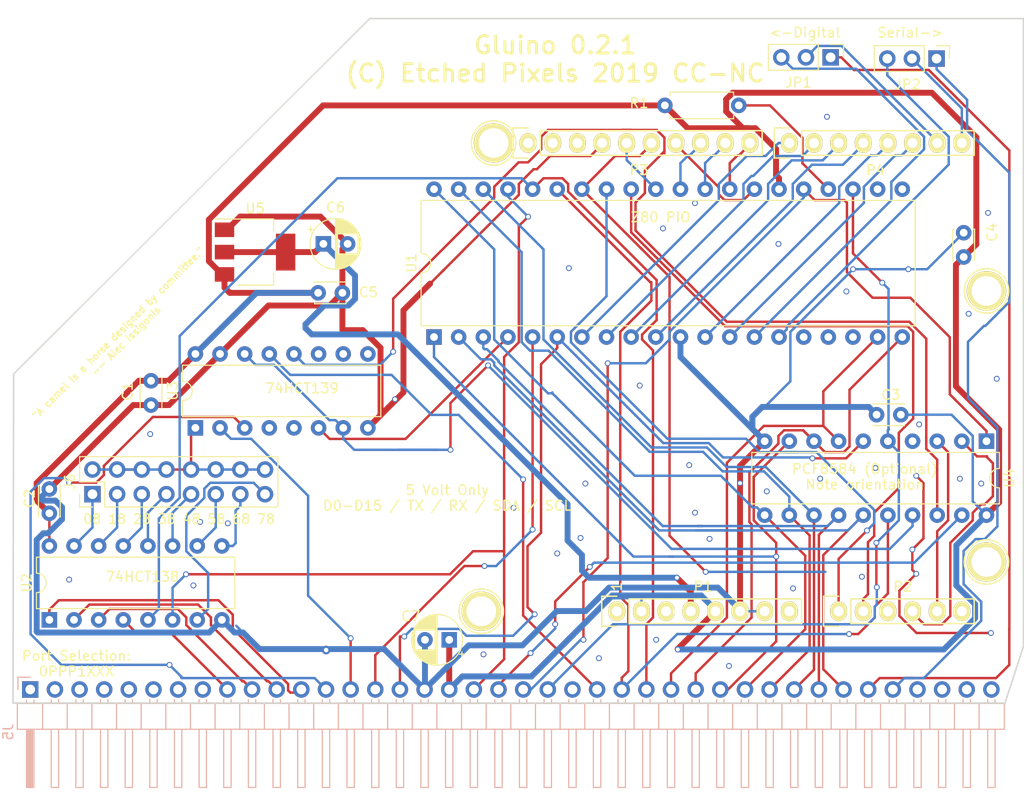
<source format=kicad_pcb>
(kicad_pcb (version 20171130) (host pcbnew 5.1.4-3.fc30)

  (general
    (thickness 1.6)
    (drawings 34)
    (tracks 815)
    (zones 0)
    (modules 25)
    (nets 62)
  )

  (page A4)
  (title_block
    (date "lun. 30 mars 2015")
  )

  (layers
    (0 F.Cu signal)
    (31 B.Cu signal)
    (32 B.Adhes user)
    (33 F.Adhes user)
    (34 B.Paste user)
    (35 F.Paste user)
    (36 B.SilkS user)
    (37 F.SilkS user)
    (38 B.Mask user)
    (39 F.Mask user)
    (40 Dwgs.User user)
    (41 Cmts.User user)
    (42 Eco1.User user)
    (43 Eco2.User user)
    (44 Edge.Cuts user)
    (45 Margin user)
    (46 B.CrtYd user)
    (47 F.CrtYd user)
    (48 B.Fab user)
    (49 F.Fab user)
  )

  (setup
    (last_trace_width 0.25)
    (trace_clearance 0.2)
    (zone_clearance 0.508)
    (zone_45_only no)
    (trace_min 0.2)
    (via_size 0.6)
    (via_drill 0.4)
    (via_min_size 0.4)
    (via_min_drill 0.3)
    (uvia_size 0.3)
    (uvia_drill 0.1)
    (uvias_allowed no)
    (uvia_min_size 0.2)
    (uvia_min_drill 0.1)
    (edge_width 0.15)
    (segment_width 0.15)
    (pcb_text_width 0.3)
    (pcb_text_size 1.5 1.5)
    (mod_edge_width 0.15)
    (mod_text_size 1 1)
    (mod_text_width 0.15)
    (pad_size 4.064 4.064)
    (pad_drill 3.048)
    (pad_to_mask_clearance 0)
    (aux_axis_origin 110.998 126.365)
    (grid_origin 110.998 126.365)
    (visible_elements FFFFFF7F)
    (pcbplotparams
      (layerselection 0x010f0_ffffffff)
      (usegerberextensions false)
      (usegerberattributes false)
      (usegerberadvancedattributes false)
      (creategerberjobfile false)
      (excludeedgelayer true)
      (linewidth 0.100000)
      (plotframeref false)
      (viasonmask false)
      (mode 1)
      (useauxorigin false)
      (hpglpennumber 1)
      (hpglpenspeed 20)
      (hpglpendiameter 15.000000)
      (psnegative false)
      (psa4output false)
      (plotreference true)
      (plotvalue true)
      (plotinvisibletext false)
      (padsonsilk false)
      (subtractmaskfromsilk false)
      (outputformat 1)
      (mirror false)
      (drillshape 0)
      (scaleselection 1)
      (outputdirectory "/tmp/gluino"))
  )

  (net 0 "")
  (net 1 GND)
  (net 2 VCC)
  (net 3 A7)
  (net 4 A6)
  (net 5 A5)
  (net 6 A4)
  (net 7 A3)
  (net 8 A2)
  (net 9 A1)
  (net 10 A0)
  (net 11 M1)
  (net 12 RESET)
  (net 13 CLK)
  (net 14 INT)
  (net 15 WR)
  (net 16 RD)
  (net 17 IORQ)
  (net 18 D0)
  (net 19 D1)
  (net 20 D2)
  (net 21 D3)
  (net 22 D4)
  (net 23 D5)
  (net 24 D6)
  (net 25 D7)
  (net 26 TX)
  (net 27 RX)
  (net 28 "Net-(J6-Pad1)")
  (net 29 "Net-(J6-Pad10)")
  (net 30 "Net-(J6-Pad3)")
  (net 31 "Net-(J6-Pad5)")
  (net 32 "Net-(J6-Pad7)")
  (net 33 "Net-(J6-Pad9)")
  (net 34 "Net-(J6-Pad11)")
  (net 35 "Net-(J6-Pad13)")
  (net 36 "Net-(J6-Pad15)")
  (net 37 ARD_TX)
  (net 38 DP1)
  (net 39 DP0)
  (net 40 ARD_RX)
  (net 41 DP14)
  (net 42 DP15)
  (net 43 SDA)
  (net 44 SCL)
  (net 45 DP8)
  (net 46 DP9)
  (net 47 DP10)
  (net 48 DP11)
  (net 49 DP12)
  (net 50 DP13)
  (net 51 DP7)
  (net 52 DP6)
  (net 53 DP5)
  (net 54 DP4)
  (net 55 DP3)
  (net 56 DP2)
  (net 57 "Net-(R1-Pad2)")
  (net 58 PIO_CS)
  (net 59 "Net-(U3-Pad12)")
  (net 60 I2C_CS)
  (net 61 3V3)

  (net_class Default "This is the default net class."
    (clearance 0.2)
    (trace_width 0.25)
    (via_dia 0.6)
    (via_drill 0.4)
    (uvia_dia 0.3)
    (uvia_drill 0.1)
    (add_net 3V3)
    (add_net A0)
    (add_net A1)
    (add_net A2)
    (add_net A3)
    (add_net A4)
    (add_net A5)
    (add_net A6)
    (add_net A7)
    (add_net ARD_RX)
    (add_net ARD_TX)
    (add_net CLK)
    (add_net D0)
    (add_net D1)
    (add_net D2)
    (add_net D3)
    (add_net D4)
    (add_net D5)
    (add_net D6)
    (add_net D7)
    (add_net DP0)
    (add_net DP1)
    (add_net DP10)
    (add_net DP11)
    (add_net DP12)
    (add_net DP13)
    (add_net DP14)
    (add_net DP15)
    (add_net DP2)
    (add_net DP3)
    (add_net DP4)
    (add_net DP5)
    (add_net DP6)
    (add_net DP7)
    (add_net DP8)
    (add_net DP9)
    (add_net GND)
    (add_net I2C_CS)
    (add_net INT)
    (add_net IORQ)
    (add_net M1)
    (add_net "Net-(J6-Pad1)")
    (add_net "Net-(J6-Pad10)")
    (add_net "Net-(J6-Pad11)")
    (add_net "Net-(J6-Pad13)")
    (add_net "Net-(J6-Pad15)")
    (add_net "Net-(J6-Pad3)")
    (add_net "Net-(J6-Pad5)")
    (add_net "Net-(J6-Pad7)")
    (add_net "Net-(J6-Pad9)")
    (add_net "Net-(R1-Pad2)")
    (add_net "Net-(U3-Pad12)")
    (add_net PIO_CS)
    (add_net RD)
    (add_net RESET)
    (add_net RX)
    (add_net SCL)
    (add_net SDA)
    (add_net TX)
    (add_net VCC)
    (add_net WR)
  )

  (net_class Power ""
    (clearance 0.2)
    (trace_width 0.6096)
    (via_dia 0.889)
    (via_drill 0.4572)
    (uvia_dia 0.3)
    (uvia_drill 0.1)
  )

  (module Package_DIP:DIP-40_W15.24mm (layer F.Cu) (tedit 5A02E8C5) (tstamp 5D6F592C)
    (at 120.098 95.565 90)
    (descr "40-lead though-hole mounted DIP package, row spacing 15.24 mm (600 mils)")
    (tags "THT DIP DIL PDIP 2.54mm 15.24mm 600mil")
    (path /5E249F1E)
    (fp_text reference U1 (at 7.62 -2.33 90) (layer F.SilkS)
      (effects (font (size 1 1) (thickness 0.15)))
    )
    (fp_text value Z84C20 (at 7.62 50.59 90) (layer F.Fab)
      (effects (font (size 1 1) (thickness 0.15)))
    )
    (fp_arc (start 7.62 -1.33) (end 6.62 -1.33) (angle -180) (layer F.SilkS) (width 0.12))
    (fp_line (start 1.255 -1.27) (end 14.985 -1.27) (layer F.Fab) (width 0.1))
    (fp_line (start 14.985 -1.27) (end 14.985 49.53) (layer F.Fab) (width 0.1))
    (fp_line (start 14.985 49.53) (end 0.255 49.53) (layer F.Fab) (width 0.1))
    (fp_line (start 0.255 49.53) (end 0.255 -0.27) (layer F.Fab) (width 0.1))
    (fp_line (start 0.255 -0.27) (end 1.255 -1.27) (layer F.Fab) (width 0.1))
    (fp_line (start 6.62 -1.33) (end 1.16 -1.33) (layer F.SilkS) (width 0.12))
    (fp_line (start 1.16 -1.33) (end 1.16 49.59) (layer F.SilkS) (width 0.12))
    (fp_line (start 1.16 49.59) (end 14.08 49.59) (layer F.SilkS) (width 0.12))
    (fp_line (start 14.08 49.59) (end 14.08 -1.33) (layer F.SilkS) (width 0.12))
    (fp_line (start 14.08 -1.33) (end 8.62 -1.33) (layer F.SilkS) (width 0.12))
    (fp_line (start -1.05 -1.55) (end -1.05 49.8) (layer F.CrtYd) (width 0.05))
    (fp_line (start -1.05 49.8) (end 16.3 49.8) (layer F.CrtYd) (width 0.05))
    (fp_line (start 16.3 49.8) (end 16.3 -1.55) (layer F.CrtYd) (width 0.05))
    (fp_line (start 16.3 -1.55) (end -1.05 -1.55) (layer F.CrtYd) (width 0.05))
    (fp_text user %R (at 7.62 24.13 90) (layer F.Fab)
      (effects (font (size 1 1) (thickness 0.15)))
    )
    (pad 1 thru_hole rect (at 0 0 90) (size 1.6 1.6) (drill 0.8) (layers *.Cu *.Mask)
      (net 20 D2))
    (pad 21 thru_hole oval (at 15.24 48.26 90) (size 1.6 1.6) (drill 0.8) (layers *.Cu *.Mask))
    (pad 2 thru_hole oval (at 0 2.54 90) (size 1.6 1.6) (drill 0.8) (layers *.Cu *.Mask)
      (net 25 D7))
    (pad 22 thru_hole oval (at 15.24 45.72 90) (size 1.6 1.6) (drill 0.8) (layers *.Cu *.Mask))
    (pad 3 thru_hole oval (at 0 5.08 90) (size 1.6 1.6) (drill 0.8) (layers *.Cu *.Mask)
      (net 24 D6))
    (pad 23 thru_hole oval (at 15.24 43.18 90) (size 1.6 1.6) (drill 0.8) (layers *.Cu *.Mask)
      (net 14 INT))
    (pad 4 thru_hole oval (at 0 7.62 90) (size 1.6 1.6) (drill 0.8) (layers *.Cu *.Mask)
      (net 58 PIO_CS))
    (pad 24 thru_hole oval (at 15.24 40.64 90) (size 1.6 1.6) (drill 0.8) (layers *.Cu *.Mask)
      (net 57 "Net-(R1-Pad2)"))
    (pad 5 thru_hole oval (at 0 10.16 90) (size 1.6 1.6) (drill 0.8) (layers *.Cu *.Mask)
      (net 9 A1))
    (pad 25 thru_hole oval (at 15.24 38.1 90) (size 1.6 1.6) (drill 0.8) (layers *.Cu *.Mask)
      (net 13 CLK))
    (pad 6 thru_hole oval (at 0 12.7 90) (size 1.6 1.6) (drill 0.8) (layers *.Cu *.Mask)
      (net 10 A0))
    (pad 26 thru_hole oval (at 15.24 35.56 90) (size 1.6 1.6) (drill 0.8) (layers *.Cu *.Mask)
      (net 2 VCC))
    (pad 7 thru_hole oval (at 0 15.24 90) (size 1.6 1.6) (drill 0.8) (layers *.Cu *.Mask)
      (net 51 DP7))
    (pad 27 thru_hole oval (at 15.24 33.02 90) (size 1.6 1.6) (drill 0.8) (layers *.Cu *.Mask)
      (net 45 DP8))
    (pad 8 thru_hole oval (at 0 17.78 90) (size 1.6 1.6) (drill 0.8) (layers *.Cu *.Mask)
      (net 52 DP6))
    (pad 28 thru_hole oval (at 15.24 30.48 90) (size 1.6 1.6) (drill 0.8) (layers *.Cu *.Mask)
      (net 46 DP9))
    (pad 9 thru_hole oval (at 0 20.32 90) (size 1.6 1.6) (drill 0.8) (layers *.Cu *.Mask)
      (net 53 DP5))
    (pad 29 thru_hole oval (at 15.24 27.94 90) (size 1.6 1.6) (drill 0.8) (layers *.Cu *.Mask)
      (net 47 DP10))
    (pad 10 thru_hole oval (at 0 22.86 90) (size 1.6 1.6) (drill 0.8) (layers *.Cu *.Mask)
      (net 54 DP4))
    (pad 30 thru_hole oval (at 15.24 25.4 90) (size 1.6 1.6) (drill 0.8) (layers *.Cu *.Mask)
      (net 48 DP11))
    (pad 11 thru_hole oval (at 0 25.4 90) (size 1.6 1.6) (drill 0.8) (layers *.Cu *.Mask)
      (net 1 GND))
    (pad 31 thru_hole oval (at 15.24 22.86 90) (size 1.6 1.6) (drill 0.8) (layers *.Cu *.Mask)
      (net 49 DP12))
    (pad 12 thru_hole oval (at 0 27.94 90) (size 1.6 1.6) (drill 0.8) (layers *.Cu *.Mask)
      (net 55 DP3))
    (pad 32 thru_hole oval (at 15.24 20.32 90) (size 1.6 1.6) (drill 0.8) (layers *.Cu *.Mask)
      (net 50 DP13))
    (pad 13 thru_hole oval (at 0 30.48 90) (size 1.6 1.6) (drill 0.8) (layers *.Cu *.Mask)
      (net 56 DP2))
    (pad 33 thru_hole oval (at 15.24 17.78 90) (size 1.6 1.6) (drill 0.8) (layers *.Cu *.Mask)
      (net 41 DP14))
    (pad 14 thru_hole oval (at 0 33.02 90) (size 1.6 1.6) (drill 0.8) (layers *.Cu *.Mask)
      (net 38 DP1))
    (pad 34 thru_hole oval (at 15.24 15.24 90) (size 1.6 1.6) (drill 0.8) (layers *.Cu *.Mask)
      (net 42 DP15))
    (pad 15 thru_hole oval (at 0 35.56 90) (size 1.6 1.6) (drill 0.8) (layers *.Cu *.Mask)
      (net 39 DP0))
    (pad 35 thru_hole oval (at 15.24 12.7 90) (size 1.6 1.6) (drill 0.8) (layers *.Cu *.Mask)
      (net 16 RD))
    (pad 16 thru_hole oval (at 0 38.1 90) (size 1.6 1.6) (drill 0.8) (layers *.Cu *.Mask))
    (pad 36 thru_hole oval (at 15.24 10.16 90) (size 1.6 1.6) (drill 0.8) (layers *.Cu *.Mask)
      (net 17 IORQ))
    (pad 17 thru_hole oval (at 0 40.64 90) (size 1.6 1.6) (drill 0.8) (layers *.Cu *.Mask))
    (pad 37 thru_hole oval (at 15.24 7.62 90) (size 1.6 1.6) (drill 0.8) (layers *.Cu *.Mask)
      (net 11 M1))
    (pad 18 thru_hole oval (at 0 43.18 90) (size 1.6 1.6) (drill 0.8) (layers *.Cu *.Mask))
    (pad 38 thru_hole oval (at 15.24 5.08 90) (size 1.6 1.6) (drill 0.8) (layers *.Cu *.Mask)
      (net 23 D5))
    (pad 19 thru_hole oval (at 0 45.72 90) (size 1.6 1.6) (drill 0.8) (layers *.Cu *.Mask)
      (net 18 D0))
    (pad 39 thru_hole oval (at 15.24 2.54 90) (size 1.6 1.6) (drill 0.8) (layers *.Cu *.Mask)
      (net 22 D4))
    (pad 20 thru_hole oval (at 0 48.26 90) (size 1.6 1.6) (drill 0.8) (layers *.Cu *.Mask)
      (net 19 D1))
    (pad 40 thru_hole oval (at 15.24 0 90) (size 1.6 1.6) (drill 0.8) (layers *.Cu *.Mask)
      (net 21 D3))
    (model ${KISYS3DMOD}/Package_DIP.3dshapes/DIP-40_W15.24mm.wrl
      (at (xyz 0 0 0))
      (scale (xyz 1 1 1))
      (rotate (xyz 0 0 0))
    )
  )

  (module Package_DIP:DIP-20_W7.62mm (layer F.Cu) (tedit 5A02E8C5) (tstamp 5D6F4F13)
    (at 177.038 106.299 270)
    (descr "20-lead though-hole mounted DIP package, row spacing 7.62 mm (300 mils)")
    (tags "THT DIP DIL PDIP 2.54mm 7.62mm 300mil")
    (path /5E2AB145)
    (fp_text reference U4 (at 3.81 -2.33 90) (layer F.SilkS)
      (effects (font (size 1 1) (thickness 0.15)))
    )
    (fp_text value PCF8584 (at 3.81 25.19 90) (layer F.Fab)
      (effects (font (size 1 1) (thickness 0.15)))
    )
    (fp_text user %R (at 3.81 11.43 90) (layer F.Fab)
      (effects (font (size 1 1) (thickness 0.15)))
    )
    (fp_line (start 8.7 -1.55) (end -1.1 -1.55) (layer F.CrtYd) (width 0.05))
    (fp_line (start 8.7 24.4) (end 8.7 -1.55) (layer F.CrtYd) (width 0.05))
    (fp_line (start -1.1 24.4) (end 8.7 24.4) (layer F.CrtYd) (width 0.05))
    (fp_line (start -1.1 -1.55) (end -1.1 24.4) (layer F.CrtYd) (width 0.05))
    (fp_line (start 6.46 -1.33) (end 4.81 -1.33) (layer F.SilkS) (width 0.12))
    (fp_line (start 6.46 24.19) (end 6.46 -1.33) (layer F.SilkS) (width 0.12))
    (fp_line (start 1.16 24.19) (end 6.46 24.19) (layer F.SilkS) (width 0.12))
    (fp_line (start 1.16 -1.33) (end 1.16 24.19) (layer F.SilkS) (width 0.12))
    (fp_line (start 2.81 -1.33) (end 1.16 -1.33) (layer F.SilkS) (width 0.12))
    (fp_line (start 0.635 -0.27) (end 1.635 -1.27) (layer F.Fab) (width 0.1))
    (fp_line (start 0.635 24.13) (end 0.635 -0.27) (layer F.Fab) (width 0.1))
    (fp_line (start 6.985 24.13) (end 0.635 24.13) (layer F.Fab) (width 0.1))
    (fp_line (start 6.985 -1.27) (end 6.985 24.13) (layer F.Fab) (width 0.1))
    (fp_line (start 1.635 -1.27) (end 6.985 -1.27) (layer F.Fab) (width 0.1))
    (fp_arc (start 3.81 -1.33) (end 2.81 -1.33) (angle -180) (layer F.SilkS) (width 0.12))
    (pad 20 thru_hole oval (at 7.62 0 270) (size 1.6 1.6) (drill 0.8) (layers *.Cu *.Mask)
      (net 2 VCC))
    (pad 10 thru_hole oval (at 0 22.86 270) (size 1.6 1.6) (drill 0.8) (layers *.Cu *.Mask)
      (net 1 GND))
    (pad 19 thru_hole oval (at 7.62 2.54 270) (size 1.6 1.6) (drill 0.8) (layers *.Cu *.Mask)
      (net 12 RESET))
    (pad 9 thru_hole oval (at 0 20.32 270) (size 1.6 1.6) (drill 0.8) (layers *.Cu *.Mask)
      (net 20 D2))
    (pad 18 thru_hole oval (at 7.62 5.08 270) (size 1.6 1.6) (drill 0.8) (layers *.Cu *.Mask)
      (net 59 "Net-(U3-Pad12)"))
    (pad 8 thru_hole oval (at 0 17.78 270) (size 1.6 1.6) (drill 0.8) (layers *.Cu *.Mask)
      (net 19 D1))
    (pad 17 thru_hole oval (at 7.62 7.62 270) (size 1.6 1.6) (drill 0.8) (layers *.Cu *.Mask)
      (net 60 I2C_CS))
    (pad 7 thru_hole oval (at 0 15.24 270) (size 1.6 1.6) (drill 0.8) (layers *.Cu *.Mask)
      (net 18 D0))
    (pad 16 thru_hole oval (at 7.62 10.16 270) (size 1.6 1.6) (drill 0.8) (layers *.Cu *.Mask)
      (net 16 RD))
    (pad 6 thru_hole oval (at 0 12.7 270) (size 1.6 1.6) (drill 0.8) (layers *.Cu *.Mask)
      (net 10 A0))
    (pad 15 thru_hole oval (at 7.62 12.7 270) (size 1.6 1.6) (drill 0.8) (layers *.Cu *.Mask)
      (net 25 D7))
    (pad 5 thru_hole oval (at 0 10.16 270) (size 1.6 1.6) (drill 0.8) (layers *.Cu *.Mask)
      (net 14 INT))
    (pad 14 thru_hole oval (at 7.62 15.24 270) (size 1.6 1.6) (drill 0.8) (layers *.Cu *.Mask)
      (net 24 D6))
    (pad 4 thru_hole oval (at 0 7.62 270) (size 1.6 1.6) (drill 0.8) (layers *.Cu *.Mask))
    (pad 13 thru_hole oval (at 7.62 17.78 270) (size 1.6 1.6) (drill 0.8) (layers *.Cu *.Mask)
      (net 23 D5))
    (pad 3 thru_hole oval (at 0 5.08 270) (size 1.6 1.6) (drill 0.8) (layers *.Cu *.Mask)
      (net 44 SCL))
    (pad 12 thru_hole oval (at 7.62 20.32 270) (size 1.6 1.6) (drill 0.8) (layers *.Cu *.Mask)
      (net 22 D4))
    (pad 2 thru_hole oval (at 0 2.54 270) (size 1.6 1.6) (drill 0.8) (layers *.Cu *.Mask)
      (net 43 SDA))
    (pad 11 thru_hole oval (at 7.62 22.86 270) (size 1.6 1.6) (drill 0.8) (layers *.Cu *.Mask)
      (net 21 D3))
    (pad 1 thru_hole rect (at 0 0 270) (size 1.6 1.6) (drill 0.8) (layers *.Cu *.Mask)
      (net 13 CLK))
    (model ${KISYS3DMOD}/Package_DIP.3dshapes/DIP-20_W7.62mm.wrl
      (at (xyz 0 0 0))
      (scale (xyz 1 1 1))
      (rotate (xyz 0 0 0))
    )
  )

  (module Package_DIP:DIP-16_W7.62mm (layer F.Cu) (tedit 5A02E8C5) (tstamp 5D9562B3)
    (at 95.504 104.9274 90)
    (descr "16-lead though-hole mounted DIP package, row spacing 7.62 mm (300 mils)")
    (tags "THT DIP DIL PDIP 2.54mm 7.62mm 300mil")
    (path /5E307615)
    (fp_text reference U3 (at 3.81 -2.33 90) (layer F.SilkS)
      (effects (font (size 1 1) (thickness 0.15)))
    )
    (fp_text value 74HCT139 (at 3.81 20.11 90) (layer F.Fab)
      (effects (font (size 1 1) (thickness 0.15)))
    )
    (fp_arc (start 3.81 -1.33) (end 2.81 -1.33) (angle -180) (layer F.SilkS) (width 0.12))
    (fp_line (start 1.635 -1.27) (end 6.985 -1.27) (layer F.Fab) (width 0.1))
    (fp_line (start 6.985 -1.27) (end 6.985 19.05) (layer F.Fab) (width 0.1))
    (fp_line (start 6.985 19.05) (end 0.635 19.05) (layer F.Fab) (width 0.1))
    (fp_line (start 0.635 19.05) (end 0.635 -0.27) (layer F.Fab) (width 0.1))
    (fp_line (start 0.635 -0.27) (end 1.635 -1.27) (layer F.Fab) (width 0.1))
    (fp_line (start 2.81 -1.33) (end 1.16 -1.33) (layer F.SilkS) (width 0.12))
    (fp_line (start 1.16 -1.33) (end 1.16 19.11) (layer F.SilkS) (width 0.12))
    (fp_line (start 1.16 19.11) (end 6.46 19.11) (layer F.SilkS) (width 0.12))
    (fp_line (start 6.46 19.11) (end 6.46 -1.33) (layer F.SilkS) (width 0.12))
    (fp_line (start 6.46 -1.33) (end 4.81 -1.33) (layer F.SilkS) (width 0.12))
    (fp_line (start -1.1 -1.55) (end -1.1 19.3) (layer F.CrtYd) (width 0.05))
    (fp_line (start -1.1 19.3) (end 8.7 19.3) (layer F.CrtYd) (width 0.05))
    (fp_line (start 8.7 19.3) (end 8.7 -1.55) (layer F.CrtYd) (width 0.05))
    (fp_line (start 8.7 -1.55) (end -1.1 -1.55) (layer F.CrtYd) (width 0.05))
    (fp_text user %R (at 3.81 8.89 90) (layer F.Fab)
      (effects (font (size 1 1) (thickness 0.15)))
    )
    (pad 1 thru_hole rect (at 0 0 90) (size 1.6 1.6) (drill 0.8) (layers *.Cu *.Mask)
      (net 29 "Net-(J6-Pad10)"))
    (pad 9 thru_hole oval (at 7.62 17.78 90) (size 1.6 1.6) (drill 0.8) (layers *.Cu *.Mask))
    (pad 2 thru_hole oval (at 0 2.54 90) (size 1.6 1.6) (drill 0.8) (layers *.Cu *.Mask)
      (net 8 A2))
    (pad 10 thru_hole oval (at 7.62 15.24 90) (size 1.6 1.6) (drill 0.8) (layers *.Cu *.Mask))
    (pad 3 thru_hole oval (at 0 5.08 90) (size 1.6 1.6) (drill 0.8) (layers *.Cu *.Mask)
      (net 7 A3))
    (pad 11 thru_hole oval (at 7.62 12.7 90) (size 1.6 1.6) (drill 0.8) (layers *.Cu *.Mask))
    (pad 4 thru_hole oval (at 0 7.62 90) (size 1.6 1.6) (drill 0.8) (layers *.Cu *.Mask))
    (pad 12 thru_hole oval (at 7.62 10.16 90) (size 1.6 1.6) (drill 0.8) (layers *.Cu *.Mask)
      (net 59 "Net-(U3-Pad12)"))
    (pad 5 thru_hole oval (at 0 10.16 90) (size 1.6 1.6) (drill 0.8) (layers *.Cu *.Mask))
    (pad 13 thru_hole oval (at 7.62 7.62 90) (size 1.6 1.6) (drill 0.8) (layers *.Cu *.Mask)
      (net 15 WR))
    (pad 6 thru_hole oval (at 0 12.7 90) (size 1.6 1.6) (drill 0.8) (layers *.Cu *.Mask)
      (net 58 PIO_CS))
    (pad 14 thru_hole oval (at 7.62 5.08 90) (size 1.6 1.6) (drill 0.8) (layers *.Cu *.Mask)
      (net 60 I2C_CS))
    (pad 7 thru_hole oval (at 0 15.24 90) (size 1.6 1.6) (drill 0.8) (layers *.Cu *.Mask)
      (net 60 I2C_CS))
    (pad 15 thru_hole oval (at 7.62 2.54 90) (size 1.6 1.6) (drill 0.8) (layers *.Cu *.Mask)
      (net 1 GND))
    (pad 8 thru_hole oval (at 0 17.78 90) (size 1.6 1.6) (drill 0.8) (layers *.Cu *.Mask)
      (net 1 GND))
    (pad 16 thru_hole oval (at 7.62 0 90) (size 1.6 1.6) (drill 0.8) (layers *.Cu *.Mask)
      (net 2 VCC))
    (model ${KISYS3DMOD}/Package_DIP.3dshapes/DIP-16_W7.62mm.wrl
      (at (xyz 0 0 0))
      (scale (xyz 1 1 1))
      (rotate (xyz 0 0 0))
    )
  )

  (module Socket_Arduino_Uno:Socket_Strip_Arduino_1x08 locked (layer F.Cu) (tedit 552168D2) (tstamp 551AF9EA)
    (at 138.938 123.825)
    (descr "Through hole socket strip")
    (tags "socket strip")
    (path /5E22C286)
    (fp_text reference P1 (at 8.89 -2.54) (layer F.SilkS)
      (effects (font (size 1 1) (thickness 0.15)))
    )
    (fp_text value Conn_01x08_Female (at 8.89 -4.064) (layer F.Fab)
      (effects (font (size 1 1) (thickness 0.15)))
    )
    (fp_line (start -1.75 -1.75) (end -1.75 1.75) (layer F.CrtYd) (width 0.05))
    (fp_line (start 19.55 -1.75) (end 19.55 1.75) (layer F.CrtYd) (width 0.05))
    (fp_line (start -1.75 -1.75) (end 19.55 -1.75) (layer F.CrtYd) (width 0.05))
    (fp_line (start -1.75 1.75) (end 19.55 1.75) (layer F.CrtYd) (width 0.05))
    (fp_line (start 1.27 1.27) (end 19.05 1.27) (layer F.SilkS) (width 0.15))
    (fp_line (start 19.05 1.27) (end 19.05 -1.27) (layer F.SilkS) (width 0.15))
    (fp_line (start 19.05 -1.27) (end 1.27 -1.27) (layer F.SilkS) (width 0.15))
    (fp_line (start -1.55 1.55) (end 0 1.55) (layer F.SilkS) (width 0.15))
    (fp_line (start 1.27 1.27) (end 1.27 -1.27) (layer F.SilkS) (width 0.15))
    (fp_line (start 0 -1.55) (end -1.55 -1.55) (layer F.SilkS) (width 0.15))
    (fp_line (start -1.55 -1.55) (end -1.55 1.55) (layer F.SilkS) (width 0.15))
    (pad 1 thru_hole oval (at 0 0) (size 1.7272 2.032) (drill 1.016) (layers *.Cu *.Mask F.SilkS))
    (pad 2 thru_hole oval (at 2.54 0) (size 1.7272 2.032) (drill 1.016) (layers *.Cu *.Mask F.SilkS)
      (net 2 VCC))
    (pad 3 thru_hole oval (at 5.08 0) (size 1.7272 2.032) (drill 1.016) (layers *.Cu *.Mask F.SilkS))
    (pad 4 thru_hole oval (at 7.62 0) (size 1.7272 2.032) (drill 1.016) (layers *.Cu *.Mask F.SilkS)
      (net 61 3V3))
    (pad 5 thru_hole oval (at 10.16 0) (size 1.7272 2.032) (drill 1.016) (layers *.Cu *.Mask F.SilkS)
      (net 2 VCC))
    (pad 6 thru_hole oval (at 12.7 0) (size 1.7272 2.032) (drill 1.016) (layers *.Cu *.Mask F.SilkS)
      (net 1 GND))
    (pad 7 thru_hole oval (at 15.24 0) (size 1.7272 2.032) (drill 1.016) (layers *.Cu *.Mask F.SilkS)
      (net 1 GND))
    (pad 8 thru_hole oval (at 17.78 0) (size 1.7272 2.032) (drill 1.016) (layers *.Cu *.Mask F.SilkS))
    (model ${KIPRJMOD}/Socket_Arduino_Uno.3dshapes/Socket_header_Arduino_1x08.wrl
      (offset (xyz 8.889999866485596 0 0))
      (scale (xyz 1 1 1))
      (rotate (xyz 0 0 180))
    )
  )

  (module Socket_Arduino_Uno:Socket_Strip_Arduino_1x06 locked (layer F.Cu) (tedit 552168D6) (tstamp 551AF9FF)
    (at 161.798 123.825)
    (descr "Through hole socket strip")
    (tags "socket strip")
    (path /5E22DC15)
    (fp_text reference P2 (at 6.604 -2.54) (layer F.SilkS)
      (effects (font (size 1 1) (thickness 0.15)))
    )
    (fp_text value Conn_01x06_Female (at 6.604 -4.064) (layer F.Fab)
      (effects (font (size 1 1) (thickness 0.15)))
    )
    (fp_line (start -1.75 -1.75) (end -1.75 1.75) (layer F.CrtYd) (width 0.05))
    (fp_line (start 14.45 -1.75) (end 14.45 1.75) (layer F.CrtYd) (width 0.05))
    (fp_line (start -1.75 -1.75) (end 14.45 -1.75) (layer F.CrtYd) (width 0.05))
    (fp_line (start -1.75 1.75) (end 14.45 1.75) (layer F.CrtYd) (width 0.05))
    (fp_line (start 1.27 1.27) (end 13.97 1.27) (layer F.SilkS) (width 0.15))
    (fp_line (start 13.97 1.27) (end 13.97 -1.27) (layer F.SilkS) (width 0.15))
    (fp_line (start 13.97 -1.27) (end 1.27 -1.27) (layer F.SilkS) (width 0.15))
    (fp_line (start -1.55 1.55) (end 0 1.55) (layer F.SilkS) (width 0.15))
    (fp_line (start 1.27 1.27) (end 1.27 -1.27) (layer F.SilkS) (width 0.15))
    (fp_line (start 0 -1.55) (end -1.55 -1.55) (layer F.SilkS) (width 0.15))
    (fp_line (start -1.55 -1.55) (end -1.55 1.55) (layer F.SilkS) (width 0.15))
    (pad 1 thru_hole oval (at 0 0) (size 1.7272 2.032) (drill 1.016) (layers *.Cu *.Mask F.SilkS)
      (net 41 DP14))
    (pad 2 thru_hole oval (at 2.54 0) (size 1.7272 2.032) (drill 1.016) (layers *.Cu *.Mask F.SilkS)
      (net 50 DP13))
    (pad 3 thru_hole oval (at 5.08 0) (size 1.7272 2.032) (drill 1.016) (layers *.Cu *.Mask F.SilkS))
    (pad 4 thru_hole oval (at 7.62 0) (size 1.7272 2.032) (drill 1.016) (layers *.Cu *.Mask F.SilkS)
      (net 43 SDA))
    (pad 5 thru_hole oval (at 10.16 0) (size 1.7272 2.032) (drill 1.016) (layers *.Cu *.Mask F.SilkS)
      (net 44 SCL))
    (pad 6 thru_hole oval (at 12.7 0) (size 1.7272 2.032) (drill 1.016) (layers *.Cu *.Mask F.SilkS))
    (model ${KIPRJMOD}/Socket_Arduino_Uno.3dshapes/Socket_header_Arduino_1x06.wrl
      (offset (xyz 6.349999904632568 0 0))
      (scale (xyz 1 1 1))
      (rotate (xyz 0 0 180))
    )
  )

  (module Socket_Arduino_Uno:Socket_Strip_Arduino_1x10 locked (layer F.Cu) (tedit 552168BF) (tstamp 551AFA18)
    (at 129.794 75.565)
    (descr "Through hole socket strip")
    (tags "socket strip")
    (path /5E230765)
    (fp_text reference P3 (at 11.43 2.794) (layer F.SilkS)
      (effects (font (size 1 1) (thickness 0.15)))
    )
    (fp_text value Conn_01x10_Female (at 11.43 4.318) (layer F.Fab)
      (effects (font (size 1 1) (thickness 0.15)))
    )
    (fp_line (start -1.75 -1.75) (end -1.75 1.75) (layer F.CrtYd) (width 0.05))
    (fp_line (start 24.65 -1.75) (end 24.65 1.75) (layer F.CrtYd) (width 0.05))
    (fp_line (start -1.75 -1.75) (end 24.65 -1.75) (layer F.CrtYd) (width 0.05))
    (fp_line (start -1.75 1.75) (end 24.65 1.75) (layer F.CrtYd) (width 0.05))
    (fp_line (start 1.27 1.27) (end 24.13 1.27) (layer F.SilkS) (width 0.15))
    (fp_line (start 24.13 1.27) (end 24.13 -1.27) (layer F.SilkS) (width 0.15))
    (fp_line (start 24.13 -1.27) (end 1.27 -1.27) (layer F.SilkS) (width 0.15))
    (fp_line (start -1.55 1.55) (end 0 1.55) (layer F.SilkS) (width 0.15))
    (fp_line (start 1.27 1.27) (end 1.27 -1.27) (layer F.SilkS) (width 0.15))
    (fp_line (start 0 -1.55) (end -1.55 -1.55) (layer F.SilkS) (width 0.15))
    (fp_line (start -1.55 -1.55) (end -1.55 1.55) (layer F.SilkS) (width 0.15))
    (pad 1 thru_hole oval (at 0 0) (size 1.7272 2.032) (drill 1.016) (layers *.Cu *.Mask F.SilkS))
    (pad 2 thru_hole oval (at 2.54 0) (size 1.7272 2.032) (drill 1.016) (layers *.Cu *.Mask F.SilkS))
    (pad 3 thru_hole oval (at 5.08 0) (size 1.7272 2.032) (drill 1.016) (layers *.Cu *.Mask F.SilkS))
    (pad 4 thru_hole oval (at 7.62 0) (size 1.7272 2.032) (drill 1.016) (layers *.Cu *.Mask F.SilkS)
      (net 1 GND))
    (pad 5 thru_hole oval (at 10.16 0) (size 1.7272 2.032) (drill 1.016) (layers *.Cu *.Mask F.SilkS)
      (net 49 DP12))
    (pad 6 thru_hole oval (at 12.7 0) (size 1.7272 2.032) (drill 1.016) (layers *.Cu *.Mask F.SilkS)
      (net 42 DP15))
    (pad 7 thru_hole oval (at 15.24 0) (size 1.7272 2.032) (drill 1.016) (layers *.Cu *.Mask F.SilkS)
      (net 45 DP8))
    (pad 8 thru_hole oval (at 17.78 0) (size 1.7272 2.032) (drill 1.016) (layers *.Cu *.Mask F.SilkS)
      (net 48 DP11))
    (pad 9 thru_hole oval (at 20.32 0) (size 1.7272 2.032) (drill 1.016) (layers *.Cu *.Mask F.SilkS)
      (net 47 DP10))
    (pad 10 thru_hole oval (at 22.86 0) (size 1.7272 2.032) (drill 1.016) (layers *.Cu *.Mask F.SilkS)
      (net 46 DP9))
    (model ${KIPRJMOD}/Socket_Arduino_Uno.3dshapes/Socket_header_Arduino_1x10.wrl
      (offset (xyz 11.42999982833862 0 0))
      (scale (xyz 1 1 1))
      (rotate (xyz 0 0 180))
    )
  )

  (module Socket_Arduino_Uno:Socket_Strip_Arduino_1x08 locked (layer F.Cu) (tedit 552168C7) (tstamp 551AFA2F)
    (at 156.718 75.565)
    (descr "Through hole socket strip")
    (tags "socket strip")
    (path /5E22F972)
    (fp_text reference P4 (at 8.89 2.794) (layer F.SilkS)
      (effects (font (size 1 1) (thickness 0.15)))
    )
    (fp_text value Conn_01x08_Female (at 8.89 4.318) (layer F.Fab)
      (effects (font (size 1 1) (thickness 0.15)))
    )
    (fp_line (start -1.75 -1.75) (end -1.75 1.75) (layer F.CrtYd) (width 0.05))
    (fp_line (start 19.55 -1.75) (end 19.55 1.75) (layer F.CrtYd) (width 0.05))
    (fp_line (start -1.75 -1.75) (end 19.55 -1.75) (layer F.CrtYd) (width 0.05))
    (fp_line (start -1.75 1.75) (end 19.55 1.75) (layer F.CrtYd) (width 0.05))
    (fp_line (start 1.27 1.27) (end 19.05 1.27) (layer F.SilkS) (width 0.15))
    (fp_line (start 19.05 1.27) (end 19.05 -1.27) (layer F.SilkS) (width 0.15))
    (fp_line (start 19.05 -1.27) (end 1.27 -1.27) (layer F.SilkS) (width 0.15))
    (fp_line (start -1.55 1.55) (end 0 1.55) (layer F.SilkS) (width 0.15))
    (fp_line (start 1.27 1.27) (end 1.27 -1.27) (layer F.SilkS) (width 0.15))
    (fp_line (start 0 -1.55) (end -1.55 -1.55) (layer F.SilkS) (width 0.15))
    (fp_line (start -1.55 -1.55) (end -1.55 1.55) (layer F.SilkS) (width 0.15))
    (pad 1 thru_hole oval (at 0 0) (size 1.7272 2.032) (drill 1.016) (layers *.Cu *.Mask F.SilkS)
      (net 51 DP7))
    (pad 2 thru_hole oval (at 2.54 0) (size 1.7272 2.032) (drill 1.016) (layers *.Cu *.Mask F.SilkS)
      (net 52 DP6))
    (pad 3 thru_hole oval (at 5.08 0) (size 1.7272 2.032) (drill 1.016) (layers *.Cu *.Mask F.SilkS)
      (net 53 DP5))
    (pad 4 thru_hole oval (at 7.62 0) (size 1.7272 2.032) (drill 1.016) (layers *.Cu *.Mask F.SilkS)
      (net 54 DP4))
    (pad 5 thru_hole oval (at 10.16 0) (size 1.7272 2.032) (drill 1.016) (layers *.Cu *.Mask F.SilkS)
      (net 55 DP3))
    (pad 6 thru_hole oval (at 12.7 0) (size 1.7272 2.032) (drill 1.016) (layers *.Cu *.Mask F.SilkS)
      (net 56 DP2))
    (pad 7 thru_hole oval (at 15.24 0) (size 1.7272 2.032) (drill 1.016) (layers *.Cu *.Mask F.SilkS)
      (net 37 ARD_TX))
    (pad 8 thru_hole oval (at 17.78 0) (size 1.7272 2.032) (drill 1.016) (layers *.Cu *.Mask F.SilkS)
      (net 40 ARD_RX))
    (model ${KIPRJMOD}/Socket_Arduino_Uno.3dshapes/Socket_header_Arduino_1x08.wrl
      (offset (xyz 8.889999866485596 0 0))
      (scale (xyz 1 1 1))
      (rotate (xyz 0 0 180))
    )
  )

  (module Socket_Arduino_Uno:Arduino_1pin locked (layer F.Cu) (tedit 5524FC39) (tstamp 5524FC3F)
    (at 124.968 123.825)
    (descr "module 1 pin (ou trou mecanique de percage)")
    (tags DEV)
    (path /56D71177)
    (fp_text reference P5 (at 0 -3.048) (layer F.SilkS) hide
      (effects (font (size 1 1) (thickness 0.15)))
    )
    (fp_text value CONN_01X01 (at 0 2.794) (layer F.Fab) hide
      (effects (font (size 1 1) (thickness 0.15)))
    )
    (fp_circle (center 0 0) (end 0 -2.286) (layer F.SilkS) (width 0.15))
    (pad 1 thru_hole circle (at 0 0) (size 4.064 4.064) (drill 3.048) (layers *.Cu *.Mask F.SilkS))
  )

  (module Socket_Arduino_Uno:Arduino_1pin locked (layer F.Cu) (tedit 5524FC4A) (tstamp 5524FC44)
    (at 177.038 118.745)
    (descr "module 1 pin (ou trou mecanique de percage)")
    (tags DEV)
    (path /56D71274)
    (fp_text reference P6 (at 0 -3.048) (layer F.SilkS) hide
      (effects (font (size 1 1) (thickness 0.15)))
    )
    (fp_text value CONN_01X01 (at 0 2.794) (layer F.Fab) hide
      (effects (font (size 1 1) (thickness 0.15)))
    )
    (fp_circle (center 0 0) (end 0 -2.286) (layer F.SilkS) (width 0.15))
    (pad 1 thru_hole circle (at 0 0) (size 4.064 4.064) (drill 3.048) (layers *.Cu *.Mask F.SilkS))
  )

  (module Socket_Arduino_Uno:Arduino_1pin locked (layer F.Cu) (tedit 5524FC2F) (tstamp 5524FC49)
    (at 126.238 75.565)
    (descr "module 1 pin (ou trou mecanique de percage)")
    (tags DEV)
    (path /56D712A8)
    (fp_text reference P7 (at 0 -3.048) (layer F.SilkS) hide
      (effects (font (size 1 1) (thickness 0.15)))
    )
    (fp_text value CONN_01X01 (at 0 2.794) (layer F.Fab) hide
      (effects (font (size 1 1) (thickness 0.15)))
    )
    (fp_circle (center 0 0) (end 0 -2.286) (layer F.SilkS) (width 0.15))
    (pad 1 thru_hole circle (at 0 0) (size 4.064 4.064) (drill 3.048) (layers *.Cu *.Mask F.SilkS))
  )

  (module Socket_Arduino_Uno:Arduino_1pin locked (layer F.Cu) (tedit 5524FC41) (tstamp 5524FC4E)
    (at 177.038 90.805)
    (descr "module 1 pin (ou trou mecanique de percage)")
    (tags DEV)
    (path /56D712DB)
    (fp_text reference P8 (at 0 -3.048) (layer F.SilkS) hide
      (effects (font (size 1 1) (thickness 0.15)))
    )
    (fp_text value CONN_01X01 (at 0 2.794) (layer F.Fab) hide
      (effects (font (size 1 1) (thickness 0.15)))
    )
    (fp_circle (center 0 0) (end 0 -2.286) (layer F.SilkS) (width 0.15))
    (pad 1 thru_hole circle (at 0 0) (size 4.064 4.064) (drill 3.048) (layers *.Cu *.Mask F.SilkS))
  )

  (module Capacitor_THT:C_Disc_D3.0mm_W2.0mm_P2.50mm (layer F.Cu) (tedit 5AE50EF0) (tstamp 5D6F4DCB)
    (at 90.932 100.076 270)
    (descr "C, Disc series, Radial, pin pitch=2.50mm, , diameter*width=3*2mm^2, Capacitor")
    (tags "C Disc series Radial pin pitch 2.50mm  diameter 3mm width 2mm Capacitor")
    (path /5E328F59)
    (fp_text reference C1 (at 1.0795 2.413 90) (layer F.SilkS)
      (effects (font (size 1 1) (thickness 0.15)))
    )
    (fp_text value 0.1uF (at 1.25 2.25 90) (layer F.Fab)
      (effects (font (size 1 1) (thickness 0.15)))
    )
    (fp_line (start -0.25 -1) (end -0.25 1) (layer F.Fab) (width 0.1))
    (fp_line (start -0.25 1) (end 2.75 1) (layer F.Fab) (width 0.1))
    (fp_line (start 2.75 1) (end 2.75 -1) (layer F.Fab) (width 0.1))
    (fp_line (start 2.75 -1) (end -0.25 -1) (layer F.Fab) (width 0.1))
    (fp_line (start -0.37 -1.12) (end 2.87 -1.12) (layer F.SilkS) (width 0.12))
    (fp_line (start -0.37 1.12) (end 2.87 1.12) (layer F.SilkS) (width 0.12))
    (fp_line (start -0.37 -1.12) (end -0.37 -1.055) (layer F.SilkS) (width 0.12))
    (fp_line (start -0.37 1.055) (end -0.37 1.12) (layer F.SilkS) (width 0.12))
    (fp_line (start 2.87 -1.12) (end 2.87 -1.055) (layer F.SilkS) (width 0.12))
    (fp_line (start 2.87 1.055) (end 2.87 1.12) (layer F.SilkS) (width 0.12))
    (fp_line (start -1.05 -1.25) (end -1.05 1.25) (layer F.CrtYd) (width 0.05))
    (fp_line (start -1.05 1.25) (end 3.55 1.25) (layer F.CrtYd) (width 0.05))
    (fp_line (start 3.55 1.25) (end 3.55 -1.25) (layer F.CrtYd) (width 0.05))
    (fp_line (start 3.55 -1.25) (end -1.05 -1.25) (layer F.CrtYd) (width 0.05))
    (fp_text user %R (at 1.25 0 90) (layer F.Fab)
      (effects (font (size 0.6 0.6) (thickness 0.09)))
    )
    (pad 1 thru_hole circle (at 0 0 270) (size 1.6 1.6) (drill 0.8) (layers *.Cu *.Mask)
      (net 2 VCC))
    (pad 2 thru_hole circle (at 2.5 0 270) (size 1.6 1.6) (drill 0.8) (layers *.Cu *.Mask)
      (net 1 GND))
    (model ${KISYS3DMOD}/Capacitor_THT.3dshapes/C_Disc_D3.0mm_W2.0mm_P2.50mm.wrl
      (at (xyz 0 0 0))
      (scale (xyz 1 1 1))
      (rotate (xyz 0 0 0))
    )
  )

  (module Capacitor_THT:C_Disc_D3.0mm_W2.0mm_P2.50mm (layer F.Cu) (tedit 5AE50EF0) (tstamp 5D6F43A2)
    (at 80.4545 113.7285 90)
    (descr "C, Disc series, Radial, pin pitch=2.50mm, , diameter*width=3*2mm^2, Capacitor")
    (tags "C Disc series Radial pin pitch 2.50mm  diameter 3mm width 2mm Capacitor")
    (path /5E32A230)
    (fp_text reference C2 (at 1.524 -2.032 90) (layer F.SilkS)
      (effects (font (size 1 1) (thickness 0.15)))
    )
    (fp_text value 0.1uF (at 1.25 2.25 90) (layer F.Fab)
      (effects (font (size 1 1) (thickness 0.15)))
    )
    (fp_text user %R (at 1.25 0 90) (layer F.Fab)
      (effects (font (size 0.6 0.6) (thickness 0.09)))
    )
    (fp_line (start 3.55 -1.25) (end -1.05 -1.25) (layer F.CrtYd) (width 0.05))
    (fp_line (start 3.55 1.25) (end 3.55 -1.25) (layer F.CrtYd) (width 0.05))
    (fp_line (start -1.05 1.25) (end 3.55 1.25) (layer F.CrtYd) (width 0.05))
    (fp_line (start -1.05 -1.25) (end -1.05 1.25) (layer F.CrtYd) (width 0.05))
    (fp_line (start 2.87 1.055) (end 2.87 1.12) (layer F.SilkS) (width 0.12))
    (fp_line (start 2.87 -1.12) (end 2.87 -1.055) (layer F.SilkS) (width 0.12))
    (fp_line (start -0.37 1.055) (end -0.37 1.12) (layer F.SilkS) (width 0.12))
    (fp_line (start -0.37 -1.12) (end -0.37 -1.055) (layer F.SilkS) (width 0.12))
    (fp_line (start -0.37 1.12) (end 2.87 1.12) (layer F.SilkS) (width 0.12))
    (fp_line (start -0.37 -1.12) (end 2.87 -1.12) (layer F.SilkS) (width 0.12))
    (fp_line (start 2.75 -1) (end -0.25 -1) (layer F.Fab) (width 0.1))
    (fp_line (start 2.75 1) (end 2.75 -1) (layer F.Fab) (width 0.1))
    (fp_line (start -0.25 1) (end 2.75 1) (layer F.Fab) (width 0.1))
    (fp_line (start -0.25 -1) (end -0.25 1) (layer F.Fab) (width 0.1))
    (pad 2 thru_hole circle (at 2.5 0 90) (size 1.6 1.6) (drill 0.8) (layers *.Cu *.Mask)
      (net 1 GND))
    (pad 1 thru_hole circle (at 0 0 90) (size 1.6 1.6) (drill 0.8) (layers *.Cu *.Mask)
      (net 2 VCC))
    (model ${KISYS3DMOD}/Capacitor_THT.3dshapes/C_Disc_D3.0mm_W2.0mm_P2.50mm.wrl
      (at (xyz 0 0 0))
      (scale (xyz 1 1 1))
      (rotate (xyz 0 0 0))
    )
  )

  (module Capacitor_THT:C_Disc_D3.0mm_W2.0mm_P2.50mm (layer F.Cu) (tedit 5AE50EF0) (tstamp 5D6F87C4)
    (at 168.2115 103.5685 180)
    (descr "C, Disc series, Radial, pin pitch=2.50mm, , diameter*width=3*2mm^2, Capacitor")
    (tags "C Disc series Radial pin pitch 2.50mm  diameter 3mm width 2mm Capacitor")
    (path /5E32A50A)
    (fp_text reference C3 (at 1.0287 2.0447) (layer F.SilkS)
      (effects (font (size 1 1) (thickness 0.15)))
    )
    (fp_text value 0.1uF (at 1.25 2.25) (layer F.Fab)
      (effects (font (size 1 1) (thickness 0.15)))
    )
    (fp_line (start -0.25 -1) (end -0.25 1) (layer F.Fab) (width 0.1))
    (fp_line (start -0.25 1) (end 2.75 1) (layer F.Fab) (width 0.1))
    (fp_line (start 2.75 1) (end 2.75 -1) (layer F.Fab) (width 0.1))
    (fp_line (start 2.75 -1) (end -0.25 -1) (layer F.Fab) (width 0.1))
    (fp_line (start -0.37 -1.12) (end 2.87 -1.12) (layer F.SilkS) (width 0.12))
    (fp_line (start -0.37 1.12) (end 2.87 1.12) (layer F.SilkS) (width 0.12))
    (fp_line (start -0.37 -1.12) (end -0.37 -1.055) (layer F.SilkS) (width 0.12))
    (fp_line (start -0.37 1.055) (end -0.37 1.12) (layer F.SilkS) (width 0.12))
    (fp_line (start 2.87 -1.12) (end 2.87 -1.055) (layer F.SilkS) (width 0.12))
    (fp_line (start 2.87 1.055) (end 2.87 1.12) (layer F.SilkS) (width 0.12))
    (fp_line (start -1.05 -1.25) (end -1.05 1.25) (layer F.CrtYd) (width 0.05))
    (fp_line (start -1.05 1.25) (end 3.55 1.25) (layer F.CrtYd) (width 0.05))
    (fp_line (start 3.55 1.25) (end 3.55 -1.25) (layer F.CrtYd) (width 0.05))
    (fp_line (start 3.55 -1.25) (end -1.05 -1.25) (layer F.CrtYd) (width 0.05))
    (fp_text user %R (at 1.25 0) (layer F.Fab)
      (effects (font (size 0.6 0.6) (thickness 0.09)))
    )
    (pad 1 thru_hole circle (at 0 0 180) (size 1.6 1.6) (drill 0.8) (layers *.Cu *.Mask)
      (net 2 VCC))
    (pad 2 thru_hole circle (at 2.5 0 180) (size 1.6 1.6) (drill 0.8) (layers *.Cu *.Mask)
      (net 1 GND))
    (model ${KISYS3DMOD}/Capacitor_THT.3dshapes/C_Disc_D3.0mm_W2.0mm_P2.50mm.wrl
      (at (xyz 0 0 0))
      (scale (xyz 1 1 1))
      (rotate (xyz 0 0 0))
    )
  )

  (module Capacitor_THT:C_Disc_D3.0mm_W2.0mm_P2.50mm (layer F.Cu) (tedit 5AE50EF0) (tstamp 5D6FAB3B)
    (at 174.6885 87.3125 90)
    (descr "C, Disc series, Radial, pin pitch=2.50mm, , diameter*width=3*2mm^2, Capacitor")
    (tags "C Disc series Radial pin pitch 2.50mm  diameter 3mm width 2mm Capacitor")
    (path /5E32A93E)
    (fp_text reference C4 (at 2.54 2.921 90) (layer F.SilkS)
      (effects (font (size 1 1) (thickness 0.15)))
    )
    (fp_text value 0.1uF (at 1.25 2.25 90) (layer F.Fab)
      (effects (font (size 1 1) (thickness 0.15)))
    )
    (fp_text user %R (at 1.25 0 90) (layer F.Fab)
      (effects (font (size 0.6 0.6) (thickness 0.09)))
    )
    (fp_line (start 3.55 -1.25) (end -1.05 -1.25) (layer F.CrtYd) (width 0.05))
    (fp_line (start 3.55 1.25) (end 3.55 -1.25) (layer F.CrtYd) (width 0.05))
    (fp_line (start -1.05 1.25) (end 3.55 1.25) (layer F.CrtYd) (width 0.05))
    (fp_line (start -1.05 -1.25) (end -1.05 1.25) (layer F.CrtYd) (width 0.05))
    (fp_line (start 2.87 1.055) (end 2.87 1.12) (layer F.SilkS) (width 0.12))
    (fp_line (start 2.87 -1.12) (end 2.87 -1.055) (layer F.SilkS) (width 0.12))
    (fp_line (start -0.37 1.055) (end -0.37 1.12) (layer F.SilkS) (width 0.12))
    (fp_line (start -0.37 -1.12) (end -0.37 -1.055) (layer F.SilkS) (width 0.12))
    (fp_line (start -0.37 1.12) (end 2.87 1.12) (layer F.SilkS) (width 0.12))
    (fp_line (start -0.37 -1.12) (end 2.87 -1.12) (layer F.SilkS) (width 0.12))
    (fp_line (start 2.75 -1) (end -0.25 -1) (layer F.Fab) (width 0.1))
    (fp_line (start 2.75 1) (end 2.75 -1) (layer F.Fab) (width 0.1))
    (fp_line (start -0.25 1) (end 2.75 1) (layer F.Fab) (width 0.1))
    (fp_line (start -0.25 -1) (end -0.25 1) (layer F.Fab) (width 0.1))
    (pad 2 thru_hole circle (at 2.5 0 90) (size 1.6 1.6) (drill 0.8) (layers *.Cu *.Mask)
      (net 1 GND))
    (pad 1 thru_hole circle (at 0 0 90) (size 1.6 1.6) (drill 0.8) (layers *.Cu *.Mask)
      (net 2 VCC))
    (model ${KISYS3DMOD}/Capacitor_THT.3dshapes/C_Disc_D3.0mm_W2.0mm_P2.50mm.wrl
      (at (xyz 0 0 0))
      (scale (xyz 1 1 1))
      (rotate (xyz 0 0 0))
    )
  )

  (module Connector_PinHeader_2.54mm:PinHeader_1x40_P2.54mm_Horizontal (layer B.Cu) (tedit 59FED5CB) (tstamp 5D6F47A6)
    (at 78.486 131.8895 270)
    (descr "Through hole angled pin header, 1x40, 2.54mm pitch, 6mm pin length, single row")
    (tags "Through hole angled pin header THT 1x40 2.54mm single row")
    (path /5D4D81A3)
    (fp_text reference J5 (at 4.385 2.27 270) (layer B.SilkS)
      (effects (font (size 1 1) (thickness 0.15)) (justify mirror))
    )
    (fp_text value Conn_01x40 (at 4.385 -101.33 270) (layer B.Fab)
      (effects (font (size 1 1) (thickness 0.15)) (justify mirror))
    )
    (fp_line (start 2.135 1.27) (end 4.04 1.27) (layer B.Fab) (width 0.1))
    (fp_line (start 4.04 1.27) (end 4.04 -100.33) (layer B.Fab) (width 0.1))
    (fp_line (start 4.04 -100.33) (end 1.5 -100.33) (layer B.Fab) (width 0.1))
    (fp_line (start 1.5 -100.33) (end 1.5 0.635) (layer B.Fab) (width 0.1))
    (fp_line (start 1.5 0.635) (end 2.135 1.27) (layer B.Fab) (width 0.1))
    (fp_line (start -0.32 0.32) (end 1.5 0.32) (layer B.Fab) (width 0.1))
    (fp_line (start -0.32 0.32) (end -0.32 -0.32) (layer B.Fab) (width 0.1))
    (fp_line (start -0.32 -0.32) (end 1.5 -0.32) (layer B.Fab) (width 0.1))
    (fp_line (start 4.04 0.32) (end 10.04 0.32) (layer B.Fab) (width 0.1))
    (fp_line (start 10.04 0.32) (end 10.04 -0.32) (layer B.Fab) (width 0.1))
    (fp_line (start 4.04 -0.32) (end 10.04 -0.32) (layer B.Fab) (width 0.1))
    (fp_line (start -0.32 -2.22) (end 1.5 -2.22) (layer B.Fab) (width 0.1))
    (fp_line (start -0.32 -2.22) (end -0.32 -2.86) (layer B.Fab) (width 0.1))
    (fp_line (start -0.32 -2.86) (end 1.5 -2.86) (layer B.Fab) (width 0.1))
    (fp_line (start 4.04 -2.22) (end 10.04 -2.22) (layer B.Fab) (width 0.1))
    (fp_line (start 10.04 -2.22) (end 10.04 -2.86) (layer B.Fab) (width 0.1))
    (fp_line (start 4.04 -2.86) (end 10.04 -2.86) (layer B.Fab) (width 0.1))
    (fp_line (start -0.32 -4.76) (end 1.5 -4.76) (layer B.Fab) (width 0.1))
    (fp_line (start -0.32 -4.76) (end -0.32 -5.4) (layer B.Fab) (width 0.1))
    (fp_line (start -0.32 -5.4) (end 1.5 -5.4) (layer B.Fab) (width 0.1))
    (fp_line (start 4.04 -4.76) (end 10.04 -4.76) (layer B.Fab) (width 0.1))
    (fp_line (start 10.04 -4.76) (end 10.04 -5.4) (layer B.Fab) (width 0.1))
    (fp_line (start 4.04 -5.4) (end 10.04 -5.4) (layer B.Fab) (width 0.1))
    (fp_line (start -0.32 -7.3) (end 1.5 -7.3) (layer B.Fab) (width 0.1))
    (fp_line (start -0.32 -7.3) (end -0.32 -7.94) (layer B.Fab) (width 0.1))
    (fp_line (start -0.32 -7.94) (end 1.5 -7.94) (layer B.Fab) (width 0.1))
    (fp_line (start 4.04 -7.3) (end 10.04 -7.3) (layer B.Fab) (width 0.1))
    (fp_line (start 10.04 -7.3) (end 10.04 -7.94) (layer B.Fab) (width 0.1))
    (fp_line (start 4.04 -7.94) (end 10.04 -7.94) (layer B.Fab) (width 0.1))
    (fp_line (start -0.32 -9.84) (end 1.5 -9.84) (layer B.Fab) (width 0.1))
    (fp_line (start -0.32 -9.84) (end -0.32 -10.48) (layer B.Fab) (width 0.1))
    (fp_line (start -0.32 -10.48) (end 1.5 -10.48) (layer B.Fab) (width 0.1))
    (fp_line (start 4.04 -9.84) (end 10.04 -9.84) (layer B.Fab) (width 0.1))
    (fp_line (start 10.04 -9.84) (end 10.04 -10.48) (layer B.Fab) (width 0.1))
    (fp_line (start 4.04 -10.48) (end 10.04 -10.48) (layer B.Fab) (width 0.1))
    (fp_line (start -0.32 -12.38) (end 1.5 -12.38) (layer B.Fab) (width 0.1))
    (fp_line (start -0.32 -12.38) (end -0.32 -13.02) (layer B.Fab) (width 0.1))
    (fp_line (start -0.32 -13.02) (end 1.5 -13.02) (layer B.Fab) (width 0.1))
    (fp_line (start 4.04 -12.38) (end 10.04 -12.38) (layer B.Fab) (width 0.1))
    (fp_line (start 10.04 -12.38) (end 10.04 -13.02) (layer B.Fab) (width 0.1))
    (fp_line (start 4.04 -13.02) (end 10.04 -13.02) (layer B.Fab) (width 0.1))
    (fp_line (start -0.32 -14.92) (end 1.5 -14.92) (layer B.Fab) (width 0.1))
    (fp_line (start -0.32 -14.92) (end -0.32 -15.56) (layer B.Fab) (width 0.1))
    (fp_line (start -0.32 -15.56) (end 1.5 -15.56) (layer B.Fab) (width 0.1))
    (fp_line (start 4.04 -14.92) (end 10.04 -14.92) (layer B.Fab) (width 0.1))
    (fp_line (start 10.04 -14.92) (end 10.04 -15.56) (layer B.Fab) (width 0.1))
    (fp_line (start 4.04 -15.56) (end 10.04 -15.56) (layer B.Fab) (width 0.1))
    (fp_line (start -0.32 -17.46) (end 1.5 -17.46) (layer B.Fab) (width 0.1))
    (fp_line (start -0.32 -17.46) (end -0.32 -18.1) (layer B.Fab) (width 0.1))
    (fp_line (start -0.32 -18.1) (end 1.5 -18.1) (layer B.Fab) (width 0.1))
    (fp_line (start 4.04 -17.46) (end 10.04 -17.46) (layer B.Fab) (width 0.1))
    (fp_line (start 10.04 -17.46) (end 10.04 -18.1) (layer B.Fab) (width 0.1))
    (fp_line (start 4.04 -18.1) (end 10.04 -18.1) (layer B.Fab) (width 0.1))
    (fp_line (start -0.32 -20) (end 1.5 -20) (layer B.Fab) (width 0.1))
    (fp_line (start -0.32 -20) (end -0.32 -20.64) (layer B.Fab) (width 0.1))
    (fp_line (start -0.32 -20.64) (end 1.5 -20.64) (layer B.Fab) (width 0.1))
    (fp_line (start 4.04 -20) (end 10.04 -20) (layer B.Fab) (width 0.1))
    (fp_line (start 10.04 -20) (end 10.04 -20.64) (layer B.Fab) (width 0.1))
    (fp_line (start 4.04 -20.64) (end 10.04 -20.64) (layer B.Fab) (width 0.1))
    (fp_line (start -0.32 -22.54) (end 1.5 -22.54) (layer B.Fab) (width 0.1))
    (fp_line (start -0.32 -22.54) (end -0.32 -23.18) (layer B.Fab) (width 0.1))
    (fp_line (start -0.32 -23.18) (end 1.5 -23.18) (layer B.Fab) (width 0.1))
    (fp_line (start 4.04 -22.54) (end 10.04 -22.54) (layer B.Fab) (width 0.1))
    (fp_line (start 10.04 -22.54) (end 10.04 -23.18) (layer B.Fab) (width 0.1))
    (fp_line (start 4.04 -23.18) (end 10.04 -23.18) (layer B.Fab) (width 0.1))
    (fp_line (start -0.32 -25.08) (end 1.5 -25.08) (layer B.Fab) (width 0.1))
    (fp_line (start -0.32 -25.08) (end -0.32 -25.72) (layer B.Fab) (width 0.1))
    (fp_line (start -0.32 -25.72) (end 1.5 -25.72) (layer B.Fab) (width 0.1))
    (fp_line (start 4.04 -25.08) (end 10.04 -25.08) (layer B.Fab) (width 0.1))
    (fp_line (start 10.04 -25.08) (end 10.04 -25.72) (layer B.Fab) (width 0.1))
    (fp_line (start 4.04 -25.72) (end 10.04 -25.72) (layer B.Fab) (width 0.1))
    (fp_line (start -0.32 -27.62) (end 1.5 -27.62) (layer B.Fab) (width 0.1))
    (fp_line (start -0.32 -27.62) (end -0.32 -28.26) (layer B.Fab) (width 0.1))
    (fp_line (start -0.32 -28.26) (end 1.5 -28.26) (layer B.Fab) (width 0.1))
    (fp_line (start 4.04 -27.62) (end 10.04 -27.62) (layer B.Fab) (width 0.1))
    (fp_line (start 10.04 -27.62) (end 10.04 -28.26) (layer B.Fab) (width 0.1))
    (fp_line (start 4.04 -28.26) (end 10.04 -28.26) (layer B.Fab) (width 0.1))
    (fp_line (start -0.32 -30.16) (end 1.5 -30.16) (layer B.Fab) (width 0.1))
    (fp_line (start -0.32 -30.16) (end -0.32 -30.8) (layer B.Fab) (width 0.1))
    (fp_line (start -0.32 -30.8) (end 1.5 -30.8) (layer B.Fab) (width 0.1))
    (fp_line (start 4.04 -30.16) (end 10.04 -30.16) (layer B.Fab) (width 0.1))
    (fp_line (start 10.04 -30.16) (end 10.04 -30.8) (layer B.Fab) (width 0.1))
    (fp_line (start 4.04 -30.8) (end 10.04 -30.8) (layer B.Fab) (width 0.1))
    (fp_line (start -0.32 -32.7) (end 1.5 -32.7) (layer B.Fab) (width 0.1))
    (fp_line (start -0.32 -32.7) (end -0.32 -33.34) (layer B.Fab) (width 0.1))
    (fp_line (start -0.32 -33.34) (end 1.5 -33.34) (layer B.Fab) (width 0.1))
    (fp_line (start 4.04 -32.7) (end 10.04 -32.7) (layer B.Fab) (width 0.1))
    (fp_line (start 10.04 -32.7) (end 10.04 -33.34) (layer B.Fab) (width 0.1))
    (fp_line (start 4.04 -33.34) (end 10.04 -33.34) (layer B.Fab) (width 0.1))
    (fp_line (start -0.32 -35.24) (end 1.5 -35.24) (layer B.Fab) (width 0.1))
    (fp_line (start -0.32 -35.24) (end -0.32 -35.88) (layer B.Fab) (width 0.1))
    (fp_line (start -0.32 -35.88) (end 1.5 -35.88) (layer B.Fab) (width 0.1))
    (fp_line (start 4.04 -35.24) (end 10.04 -35.24) (layer B.Fab) (width 0.1))
    (fp_line (start 10.04 -35.24) (end 10.04 -35.88) (layer B.Fab) (width 0.1))
    (fp_line (start 4.04 -35.88) (end 10.04 -35.88) (layer B.Fab) (width 0.1))
    (fp_line (start -0.32 -37.78) (end 1.5 -37.78) (layer B.Fab) (width 0.1))
    (fp_line (start -0.32 -37.78) (end -0.32 -38.42) (layer B.Fab) (width 0.1))
    (fp_line (start -0.32 -38.42) (end 1.5 -38.42) (layer B.Fab) (width 0.1))
    (fp_line (start 4.04 -37.78) (end 10.04 -37.78) (layer B.Fab) (width 0.1))
    (fp_line (start 10.04 -37.78) (end 10.04 -38.42) (layer B.Fab) (width 0.1))
    (fp_line (start 4.04 -38.42) (end 10.04 -38.42) (layer B.Fab) (width 0.1))
    (fp_line (start -0.32 -40.32) (end 1.5 -40.32) (layer B.Fab) (width 0.1))
    (fp_line (start -0.32 -40.32) (end -0.32 -40.96) (layer B.Fab) (width 0.1))
    (fp_line (start -0.32 -40.96) (end 1.5 -40.96) (layer B.Fab) (width 0.1))
    (fp_line (start 4.04 -40.32) (end 10.04 -40.32) (layer B.Fab) (width 0.1))
    (fp_line (start 10.04 -40.32) (end 10.04 -40.96) (layer B.Fab) (width 0.1))
    (fp_line (start 4.04 -40.96) (end 10.04 -40.96) (layer B.Fab) (width 0.1))
    (fp_line (start -0.32 -42.86) (end 1.5 -42.86) (layer B.Fab) (width 0.1))
    (fp_line (start -0.32 -42.86) (end -0.32 -43.5) (layer B.Fab) (width 0.1))
    (fp_line (start -0.32 -43.5) (end 1.5 -43.5) (layer B.Fab) (width 0.1))
    (fp_line (start 4.04 -42.86) (end 10.04 -42.86) (layer B.Fab) (width 0.1))
    (fp_line (start 10.04 -42.86) (end 10.04 -43.5) (layer B.Fab) (width 0.1))
    (fp_line (start 4.04 -43.5) (end 10.04 -43.5) (layer B.Fab) (width 0.1))
    (fp_line (start -0.32 -45.4) (end 1.5 -45.4) (layer B.Fab) (width 0.1))
    (fp_line (start -0.32 -45.4) (end -0.32 -46.04) (layer B.Fab) (width 0.1))
    (fp_line (start -0.32 -46.04) (end 1.5 -46.04) (layer B.Fab) (width 0.1))
    (fp_line (start 4.04 -45.4) (end 10.04 -45.4) (layer B.Fab) (width 0.1))
    (fp_line (start 10.04 -45.4) (end 10.04 -46.04) (layer B.Fab) (width 0.1))
    (fp_line (start 4.04 -46.04) (end 10.04 -46.04) (layer B.Fab) (width 0.1))
    (fp_line (start -0.32 -47.94) (end 1.5 -47.94) (layer B.Fab) (width 0.1))
    (fp_line (start -0.32 -47.94) (end -0.32 -48.58) (layer B.Fab) (width 0.1))
    (fp_line (start -0.32 -48.58) (end 1.5 -48.58) (layer B.Fab) (width 0.1))
    (fp_line (start 4.04 -47.94) (end 10.04 -47.94) (layer B.Fab) (width 0.1))
    (fp_line (start 10.04 -47.94) (end 10.04 -48.58) (layer B.Fab) (width 0.1))
    (fp_line (start 4.04 -48.58) (end 10.04 -48.58) (layer B.Fab) (width 0.1))
    (fp_line (start -0.32 -50.48) (end 1.5 -50.48) (layer B.Fab) (width 0.1))
    (fp_line (start -0.32 -50.48) (end -0.32 -51.12) (layer B.Fab) (width 0.1))
    (fp_line (start -0.32 -51.12) (end 1.5 -51.12) (layer B.Fab) (width 0.1))
    (fp_line (start 4.04 -50.48) (end 10.04 -50.48) (layer B.Fab) (width 0.1))
    (fp_line (start 10.04 -50.48) (end 10.04 -51.12) (layer B.Fab) (width 0.1))
    (fp_line (start 4.04 -51.12) (end 10.04 -51.12) (layer B.Fab) (width 0.1))
    (fp_line (start -0.32 -53.02) (end 1.5 -53.02) (layer B.Fab) (width 0.1))
    (fp_line (start -0.32 -53.02) (end -0.32 -53.66) (layer B.Fab) (width 0.1))
    (fp_line (start -0.32 -53.66) (end 1.5 -53.66) (layer B.Fab) (width 0.1))
    (fp_line (start 4.04 -53.02) (end 10.04 -53.02) (layer B.Fab) (width 0.1))
    (fp_line (start 10.04 -53.02) (end 10.04 -53.66) (layer B.Fab) (width 0.1))
    (fp_line (start 4.04 -53.66) (end 10.04 -53.66) (layer B.Fab) (width 0.1))
    (fp_line (start -0.32 -55.56) (end 1.5 -55.56) (layer B.Fab) (width 0.1))
    (fp_line (start -0.32 -55.56) (end -0.32 -56.2) (layer B.Fab) (width 0.1))
    (fp_line (start -0.32 -56.2) (end 1.5 -56.2) (layer B.Fab) (width 0.1))
    (fp_line (start 4.04 -55.56) (end 10.04 -55.56) (layer B.Fab) (width 0.1))
    (fp_line (start 10.04 -55.56) (end 10.04 -56.2) (layer B.Fab) (width 0.1))
    (fp_line (start 4.04 -56.2) (end 10.04 -56.2) (layer B.Fab) (width 0.1))
    (fp_line (start -0.32 -58.1) (end 1.5 -58.1) (layer B.Fab) (width 0.1))
    (fp_line (start -0.32 -58.1) (end -0.32 -58.74) (layer B.Fab) (width 0.1))
    (fp_line (start -0.32 -58.74) (end 1.5 -58.74) (layer B.Fab) (width 0.1))
    (fp_line (start 4.04 -58.1) (end 10.04 -58.1) (layer B.Fab) (width 0.1))
    (fp_line (start 10.04 -58.1) (end 10.04 -58.74) (layer B.Fab) (width 0.1))
    (fp_line (start 4.04 -58.74) (end 10.04 -58.74) (layer B.Fab) (width 0.1))
    (fp_line (start -0.32 -60.64) (end 1.5 -60.64) (layer B.Fab) (width 0.1))
    (fp_line (start -0.32 -60.64) (end -0.32 -61.28) (layer B.Fab) (width 0.1))
    (fp_line (start -0.32 -61.28) (end 1.5 -61.28) (layer B.Fab) (width 0.1))
    (fp_line (start 4.04 -60.64) (end 10.04 -60.64) (layer B.Fab) (width 0.1))
    (fp_line (start 10.04 -60.64) (end 10.04 -61.28) (layer B.Fab) (width 0.1))
    (fp_line (start 4.04 -61.28) (end 10.04 -61.28) (layer B.Fab) (width 0.1))
    (fp_line (start -0.32 -63.18) (end 1.5 -63.18) (layer B.Fab) (width 0.1))
    (fp_line (start -0.32 -63.18) (end -0.32 -63.82) (layer B.Fab) (width 0.1))
    (fp_line (start -0.32 -63.82) (end 1.5 -63.82) (layer B.Fab) (width 0.1))
    (fp_line (start 4.04 -63.18) (end 10.04 -63.18) (layer B.Fab) (width 0.1))
    (fp_line (start 10.04 -63.18) (end 10.04 -63.82) (layer B.Fab) (width 0.1))
    (fp_line (start 4.04 -63.82) (end 10.04 -63.82) (layer B.Fab) (width 0.1))
    (fp_line (start -0.32 -65.72) (end 1.5 -65.72) (layer B.Fab) (width 0.1))
    (fp_line (start -0.32 -65.72) (end -0.32 -66.36) (layer B.Fab) (width 0.1))
    (fp_line (start -0.32 -66.36) (end 1.5 -66.36) (layer B.Fab) (width 0.1))
    (fp_line (start 4.04 -65.72) (end 10.04 -65.72) (layer B.Fab) (width 0.1))
    (fp_line (start 10.04 -65.72) (end 10.04 -66.36) (layer B.Fab) (width 0.1))
    (fp_line (start 4.04 -66.36) (end 10.04 -66.36) (layer B.Fab) (width 0.1))
    (fp_line (start -0.32 -68.26) (end 1.5 -68.26) (layer B.Fab) (width 0.1))
    (fp_line (start -0.32 -68.26) (end -0.32 -68.9) (layer B.Fab) (width 0.1))
    (fp_line (start -0.32 -68.9) (end 1.5 -68.9) (layer B.Fab) (width 0.1))
    (fp_line (start 4.04 -68.26) (end 10.04 -68.26) (layer B.Fab) (width 0.1))
    (fp_line (start 10.04 -68.26) (end 10.04 -68.9) (layer B.Fab) (width 0.1))
    (fp_line (start 4.04 -68.9) (end 10.04 -68.9) (layer B.Fab) (width 0.1))
    (fp_line (start -0.32 -70.8) (end 1.5 -70.8) (layer B.Fab) (width 0.1))
    (fp_line (start -0.32 -70.8) (end -0.32 -71.44) (layer B.Fab) (width 0.1))
    (fp_line (start -0.32 -71.44) (end 1.5 -71.44) (layer B.Fab) (width 0.1))
    (fp_line (start 4.04 -70.8) (end 10.04 -70.8) (layer B.Fab) (width 0.1))
    (fp_line (start 10.04 -70.8) (end 10.04 -71.44) (layer B.Fab) (width 0.1))
    (fp_line (start 4.04 -71.44) (end 10.04 -71.44) (layer B.Fab) (width 0.1))
    (fp_line (start -0.32 -73.34) (end 1.5 -73.34) (layer B.Fab) (width 0.1))
    (fp_line (start -0.32 -73.34) (end -0.32 -73.98) (layer B.Fab) (width 0.1))
    (fp_line (start -0.32 -73.98) (end 1.5 -73.98) (layer B.Fab) (width 0.1))
    (fp_line (start 4.04 -73.34) (end 10.04 -73.34) (layer B.Fab) (width 0.1))
    (fp_line (start 10.04 -73.34) (end 10.04 -73.98) (layer B.Fab) (width 0.1))
    (fp_line (start 4.04 -73.98) (end 10.04 -73.98) (layer B.Fab) (width 0.1))
    (fp_line (start -0.32 -75.88) (end 1.5 -75.88) (layer B.Fab) (width 0.1))
    (fp_line (start -0.32 -75.88) (end -0.32 -76.52) (layer B.Fab) (width 0.1))
    (fp_line (start -0.32 -76.52) (end 1.5 -76.52) (layer B.Fab) (width 0.1))
    (fp_line (start 4.04 -75.88) (end 10.04 -75.88) (layer B.Fab) (width 0.1))
    (fp_line (start 10.04 -75.88) (end 10.04 -76.52) (layer B.Fab) (width 0.1))
    (fp_line (start 4.04 -76.52) (end 10.04 -76.52) (layer B.Fab) (width 0.1))
    (fp_line (start -0.32 -78.42) (end 1.5 -78.42) (layer B.Fab) (width 0.1))
    (fp_line (start -0.32 -78.42) (end -0.32 -79.06) (layer B.Fab) (width 0.1))
    (fp_line (start -0.32 -79.06) (end 1.5 -79.06) (layer B.Fab) (width 0.1))
    (fp_line (start 4.04 -78.42) (end 10.04 -78.42) (layer B.Fab) (width 0.1))
    (fp_line (start 10.04 -78.42) (end 10.04 -79.06) (layer B.Fab) (width 0.1))
    (fp_line (start 4.04 -79.06) (end 10.04 -79.06) (layer B.Fab) (width 0.1))
    (fp_line (start -0.32 -80.96) (end 1.5 -80.96) (layer B.Fab) (width 0.1))
    (fp_line (start -0.32 -80.96) (end -0.32 -81.6) (layer B.Fab) (width 0.1))
    (fp_line (start -0.32 -81.6) (end 1.5 -81.6) (layer B.Fab) (width 0.1))
    (fp_line (start 4.04 -80.96) (end 10.04 -80.96) (layer B.Fab) (width 0.1))
    (fp_line (start 10.04 -80.96) (end 10.04 -81.6) (layer B.Fab) (width 0.1))
    (fp_line (start 4.04 -81.6) (end 10.04 -81.6) (layer B.Fab) (width 0.1))
    (fp_line (start -0.32 -83.5) (end 1.5 -83.5) (layer B.Fab) (width 0.1))
    (fp_line (start -0.32 -83.5) (end -0.32 -84.14) (layer B.Fab) (width 0.1))
    (fp_line (start -0.32 -84.14) (end 1.5 -84.14) (layer B.Fab) (width 0.1))
    (fp_line (start 4.04 -83.5) (end 10.04 -83.5) (layer B.Fab) (width 0.1))
    (fp_line (start 10.04 -83.5) (end 10.04 -84.14) (layer B.Fab) (width 0.1))
    (fp_line (start 4.04 -84.14) (end 10.04 -84.14) (layer B.Fab) (width 0.1))
    (fp_line (start -0.32 -86.04) (end 1.5 -86.04) (layer B.Fab) (width 0.1))
    (fp_line (start -0.32 -86.04) (end -0.32 -86.68) (layer B.Fab) (width 0.1))
    (fp_line (start -0.32 -86.68) (end 1.5 -86.68) (layer B.Fab) (width 0.1))
    (fp_line (start 4.04 -86.04) (end 10.04 -86.04) (layer B.Fab) (width 0.1))
    (fp_line (start 10.04 -86.04) (end 10.04 -86.68) (layer B.Fab) (width 0.1))
    (fp_line (start 4.04 -86.68) (end 10.04 -86.68) (layer B.Fab) (width 0.1))
    (fp_line (start -0.32 -88.58) (end 1.5 -88.58) (layer B.Fab) (width 0.1))
    (fp_line (start -0.32 -88.58) (end -0.32 -89.22) (layer B.Fab) (width 0.1))
    (fp_line (start -0.32 -89.22) (end 1.5 -89.22) (layer B.Fab) (width 0.1))
    (fp_line (start 4.04 -88.58) (end 10.04 -88.58) (layer B.Fab) (width 0.1))
    (fp_line (start 10.04 -88.58) (end 10.04 -89.22) (layer B.Fab) (width 0.1))
    (fp_line (start 4.04 -89.22) (end 10.04 -89.22) (layer B.Fab) (width 0.1))
    (fp_line (start -0.32 -91.12) (end 1.5 -91.12) (layer B.Fab) (width 0.1))
    (fp_line (start -0.32 -91.12) (end -0.32 -91.76) (layer B.Fab) (width 0.1))
    (fp_line (start -0.32 -91.76) (end 1.5 -91.76) (layer B.Fab) (width 0.1))
    (fp_line (start 4.04 -91.12) (end 10.04 -91.12) (layer B.Fab) (width 0.1))
    (fp_line (start 10.04 -91.12) (end 10.04 -91.76) (layer B.Fab) (width 0.1))
    (fp_line (start 4.04 -91.76) (end 10.04 -91.76) (layer B.Fab) (width 0.1))
    (fp_line (start -0.32 -93.66) (end 1.5 -93.66) (layer B.Fab) (width 0.1))
    (fp_line (start -0.32 -93.66) (end -0.32 -94.3) (layer B.Fab) (width 0.1))
    (fp_line (start -0.32 -94.3) (end 1.5 -94.3) (layer B.Fab) (width 0.1))
    (fp_line (start 4.04 -93.66) (end 10.04 -93.66) (layer B.Fab) (width 0.1))
    (fp_line (start 10.04 -93.66) (end 10.04 -94.3) (layer B.Fab) (width 0.1))
    (fp_line (start 4.04 -94.3) (end 10.04 -94.3) (layer B.Fab) (width 0.1))
    (fp_line (start -0.32 -96.2) (end 1.5 -96.2) (layer B.Fab) (width 0.1))
    (fp_line (start -0.32 -96.2) (end -0.32 -96.84) (layer B.Fab) (width 0.1))
    (fp_line (start -0.32 -96.84) (end 1.5 -96.84) (layer B.Fab) (width 0.1))
    (fp_line (start 4.04 -96.2) (end 10.04 -96.2) (layer B.Fab) (width 0.1))
    (fp_line (start 10.04 -96.2) (end 10.04 -96.84) (layer B.Fab) (width 0.1))
    (fp_line (start 4.04 -96.84) (end 10.04 -96.84) (layer B.Fab) (width 0.1))
    (fp_line (start -0.32 -98.74) (end 1.5 -98.74) (layer B.Fab) (width 0.1))
    (fp_line (start -0.32 -98.74) (end -0.32 -99.38) (layer B.Fab) (width 0.1))
    (fp_line (start -0.32 -99.38) (end 1.5 -99.38) (layer B.Fab) (width 0.1))
    (fp_line (start 4.04 -98.74) (end 10.04 -98.74) (layer B.Fab) (width 0.1))
    (fp_line (start 10.04 -98.74) (end 10.04 -99.38) (layer B.Fab) (width 0.1))
    (fp_line (start 4.04 -99.38) (end 10.04 -99.38) (layer B.Fab) (width 0.1))
    (fp_line (start 1.44 1.33) (end 1.44 -100.39) (layer B.SilkS) (width 0.12))
    (fp_line (start 1.44 -100.39) (end 4.1 -100.39) (layer B.SilkS) (width 0.12))
    (fp_line (start 4.1 -100.39) (end 4.1 1.33) (layer B.SilkS) (width 0.12))
    (fp_line (start 4.1 1.33) (end 1.44 1.33) (layer B.SilkS) (width 0.12))
    (fp_line (start 4.1 0.38) (end 10.1 0.38) (layer B.SilkS) (width 0.12))
    (fp_line (start 10.1 0.38) (end 10.1 -0.38) (layer B.SilkS) (width 0.12))
    (fp_line (start 10.1 -0.38) (end 4.1 -0.38) (layer B.SilkS) (width 0.12))
    (fp_line (start 4.1 0.32) (end 10.1 0.32) (layer B.SilkS) (width 0.12))
    (fp_line (start 4.1 0.2) (end 10.1 0.2) (layer B.SilkS) (width 0.12))
    (fp_line (start 4.1 0.08) (end 10.1 0.08) (layer B.SilkS) (width 0.12))
    (fp_line (start 4.1 -0.04) (end 10.1 -0.04) (layer B.SilkS) (width 0.12))
    (fp_line (start 4.1 -0.16) (end 10.1 -0.16) (layer B.SilkS) (width 0.12))
    (fp_line (start 4.1 -0.28) (end 10.1 -0.28) (layer B.SilkS) (width 0.12))
    (fp_line (start 1.11 0.38) (end 1.44 0.38) (layer B.SilkS) (width 0.12))
    (fp_line (start 1.11 -0.38) (end 1.44 -0.38) (layer B.SilkS) (width 0.12))
    (fp_line (start 1.44 -1.27) (end 4.1 -1.27) (layer B.SilkS) (width 0.12))
    (fp_line (start 4.1 -2.16) (end 10.1 -2.16) (layer B.SilkS) (width 0.12))
    (fp_line (start 10.1 -2.16) (end 10.1 -2.92) (layer B.SilkS) (width 0.12))
    (fp_line (start 10.1 -2.92) (end 4.1 -2.92) (layer B.SilkS) (width 0.12))
    (fp_line (start 1.042929 -2.16) (end 1.44 -2.16) (layer B.SilkS) (width 0.12))
    (fp_line (start 1.042929 -2.92) (end 1.44 -2.92) (layer B.SilkS) (width 0.12))
    (fp_line (start 1.44 -3.81) (end 4.1 -3.81) (layer B.SilkS) (width 0.12))
    (fp_line (start 4.1 -4.7) (end 10.1 -4.7) (layer B.SilkS) (width 0.12))
    (fp_line (start 10.1 -4.7) (end 10.1 -5.46) (layer B.SilkS) (width 0.12))
    (fp_line (start 10.1 -5.46) (end 4.1 -5.46) (layer B.SilkS) (width 0.12))
    (fp_line (start 1.042929 -4.7) (end 1.44 -4.7) (layer B.SilkS) (width 0.12))
    (fp_line (start 1.042929 -5.46) (end 1.44 -5.46) (layer B.SilkS) (width 0.12))
    (fp_line (start 1.44 -6.35) (end 4.1 -6.35) (layer B.SilkS) (width 0.12))
    (fp_line (start 4.1 -7.24) (end 10.1 -7.24) (layer B.SilkS) (width 0.12))
    (fp_line (start 10.1 -7.24) (end 10.1 -8) (layer B.SilkS) (width 0.12))
    (fp_line (start 10.1 -8) (end 4.1 -8) (layer B.SilkS) (width 0.12))
    (fp_line (start 1.042929 -7.24) (end 1.44 -7.24) (layer B.SilkS) (width 0.12))
    (fp_line (start 1.042929 -8) (end 1.44 -8) (layer B.SilkS) (width 0.12))
    (fp_line (start 1.44 -8.89) (end 4.1 -8.89) (layer B.SilkS) (width 0.12))
    (fp_line (start 4.1 -9.78) (end 10.1 -9.78) (layer B.SilkS) (width 0.12))
    (fp_line (start 10.1 -9.78) (end 10.1 -10.54) (layer B.SilkS) (width 0.12))
    (fp_line (start 10.1 -10.54) (end 4.1 -10.54) (layer B.SilkS) (width 0.12))
    (fp_line (start 1.042929 -9.78) (end 1.44 -9.78) (layer B.SilkS) (width 0.12))
    (fp_line (start 1.042929 -10.54) (end 1.44 -10.54) (layer B.SilkS) (width 0.12))
    (fp_line (start 1.44 -11.43) (end 4.1 -11.43) (layer B.SilkS) (width 0.12))
    (fp_line (start 4.1 -12.32) (end 10.1 -12.32) (layer B.SilkS) (width 0.12))
    (fp_line (start 10.1 -12.32) (end 10.1 -13.08) (layer B.SilkS) (width 0.12))
    (fp_line (start 10.1 -13.08) (end 4.1 -13.08) (layer B.SilkS) (width 0.12))
    (fp_line (start 1.042929 -12.32) (end 1.44 -12.32) (layer B.SilkS) (width 0.12))
    (fp_line (start 1.042929 -13.08) (end 1.44 -13.08) (layer B.SilkS) (width 0.12))
    (fp_line (start 1.44 -13.97) (end 4.1 -13.97) (layer B.SilkS) (width 0.12))
    (fp_line (start 4.1 -14.86) (end 10.1 -14.86) (layer B.SilkS) (width 0.12))
    (fp_line (start 10.1 -14.86) (end 10.1 -15.62) (layer B.SilkS) (width 0.12))
    (fp_line (start 10.1 -15.62) (end 4.1 -15.62) (layer B.SilkS) (width 0.12))
    (fp_line (start 1.042929 -14.86) (end 1.44 -14.86) (layer B.SilkS) (width 0.12))
    (fp_line (start 1.042929 -15.62) (end 1.44 -15.62) (layer B.SilkS) (width 0.12))
    (fp_line (start 1.44 -16.51) (end 4.1 -16.51) (layer B.SilkS) (width 0.12))
    (fp_line (start 4.1 -17.4) (end 10.1 -17.4) (layer B.SilkS) (width 0.12))
    (fp_line (start 10.1 -17.4) (end 10.1 -18.16) (layer B.SilkS) (width 0.12))
    (fp_line (start 10.1 -18.16) (end 4.1 -18.16) (layer B.SilkS) (width 0.12))
    (fp_line (start 1.042929 -17.4) (end 1.44 -17.4) (layer B.SilkS) (width 0.12))
    (fp_line (start 1.042929 -18.16) (end 1.44 -18.16) (layer B.SilkS) (width 0.12))
    (fp_line (start 1.44 -19.05) (end 4.1 -19.05) (layer B.SilkS) (width 0.12))
    (fp_line (start 4.1 -19.94) (end 10.1 -19.94) (layer B.SilkS) (width 0.12))
    (fp_line (start 10.1 -19.94) (end 10.1 -20.7) (layer B.SilkS) (width 0.12))
    (fp_line (start 10.1 -20.7) (end 4.1 -20.7) (layer B.SilkS) (width 0.12))
    (fp_line (start 1.042929 -19.94) (end 1.44 -19.94) (layer B.SilkS) (width 0.12))
    (fp_line (start 1.042929 -20.7) (end 1.44 -20.7) (layer B.SilkS) (width 0.12))
    (fp_line (start 1.44 -21.59) (end 4.1 -21.59) (layer B.SilkS) (width 0.12))
    (fp_line (start 4.1 -22.48) (end 10.1 -22.48) (layer B.SilkS) (width 0.12))
    (fp_line (start 10.1 -22.48) (end 10.1 -23.24) (layer B.SilkS) (width 0.12))
    (fp_line (start 10.1 -23.24) (end 4.1 -23.24) (layer B.SilkS) (width 0.12))
    (fp_line (start 1.042929 -22.48) (end 1.44 -22.48) (layer B.SilkS) (width 0.12))
    (fp_line (start 1.042929 -23.24) (end 1.44 -23.24) (layer B.SilkS) (width 0.12))
    (fp_line (start 1.44 -24.13) (end 4.1 -24.13) (layer B.SilkS) (width 0.12))
    (fp_line (start 4.1 -25.02) (end 10.1 -25.02) (layer B.SilkS) (width 0.12))
    (fp_line (start 10.1 -25.02) (end 10.1 -25.78) (layer B.SilkS) (width 0.12))
    (fp_line (start 10.1 -25.78) (end 4.1 -25.78) (layer B.SilkS) (width 0.12))
    (fp_line (start 1.042929 -25.02) (end 1.44 -25.02) (layer B.SilkS) (width 0.12))
    (fp_line (start 1.042929 -25.78) (end 1.44 -25.78) (layer B.SilkS) (width 0.12))
    (fp_line (start 1.44 -26.67) (end 4.1 -26.67) (layer B.SilkS) (width 0.12))
    (fp_line (start 4.1 -27.56) (end 10.1 -27.56) (layer B.SilkS) (width 0.12))
    (fp_line (start 10.1 -27.56) (end 10.1 -28.32) (layer B.SilkS) (width 0.12))
    (fp_line (start 10.1 -28.32) (end 4.1 -28.32) (layer B.SilkS) (width 0.12))
    (fp_line (start 1.042929 -27.56) (end 1.44 -27.56) (layer B.SilkS) (width 0.12))
    (fp_line (start 1.042929 -28.32) (end 1.44 -28.32) (layer B.SilkS) (width 0.12))
    (fp_line (start 1.44 -29.21) (end 4.1 -29.21) (layer B.SilkS) (width 0.12))
    (fp_line (start 4.1 -30.1) (end 10.1 -30.1) (layer B.SilkS) (width 0.12))
    (fp_line (start 10.1 -30.1) (end 10.1 -30.86) (layer B.SilkS) (width 0.12))
    (fp_line (start 10.1 -30.86) (end 4.1 -30.86) (layer B.SilkS) (width 0.12))
    (fp_line (start 1.042929 -30.1) (end 1.44 -30.1) (layer B.SilkS) (width 0.12))
    (fp_line (start 1.042929 -30.86) (end 1.44 -30.86) (layer B.SilkS) (width 0.12))
    (fp_line (start 1.44 -31.75) (end 4.1 -31.75) (layer B.SilkS) (width 0.12))
    (fp_line (start 4.1 -32.64) (end 10.1 -32.64) (layer B.SilkS) (width 0.12))
    (fp_line (start 10.1 -32.64) (end 10.1 -33.4) (layer B.SilkS) (width 0.12))
    (fp_line (start 10.1 -33.4) (end 4.1 -33.4) (layer B.SilkS) (width 0.12))
    (fp_line (start 1.042929 -32.64) (end 1.44 -32.64) (layer B.SilkS) (width 0.12))
    (fp_line (start 1.042929 -33.4) (end 1.44 -33.4) (layer B.SilkS) (width 0.12))
    (fp_line (start 1.44 -34.29) (end 4.1 -34.29) (layer B.SilkS) (width 0.12))
    (fp_line (start 4.1 -35.18) (end 10.1 -35.18) (layer B.SilkS) (width 0.12))
    (fp_line (start 10.1 -35.18) (end 10.1 -35.94) (layer B.SilkS) (width 0.12))
    (fp_line (start 10.1 -35.94) (end 4.1 -35.94) (layer B.SilkS) (width 0.12))
    (fp_line (start 1.042929 -35.18) (end 1.44 -35.18) (layer B.SilkS) (width 0.12))
    (fp_line (start 1.042929 -35.94) (end 1.44 -35.94) (layer B.SilkS) (width 0.12))
    (fp_line (start 1.44 -36.83) (end 4.1 -36.83) (layer B.SilkS) (width 0.12))
    (fp_line (start 4.1 -37.72) (end 10.1 -37.72) (layer B.SilkS) (width 0.12))
    (fp_line (start 10.1 -37.72) (end 10.1 -38.48) (layer B.SilkS) (width 0.12))
    (fp_line (start 10.1 -38.48) (end 4.1 -38.48) (layer B.SilkS) (width 0.12))
    (fp_line (start 1.042929 -37.72) (end 1.44 -37.72) (layer B.SilkS) (width 0.12))
    (fp_line (start 1.042929 -38.48) (end 1.44 -38.48) (layer B.SilkS) (width 0.12))
    (fp_line (start 1.44 -39.37) (end 4.1 -39.37) (layer B.SilkS) (width 0.12))
    (fp_line (start 4.1 -40.26) (end 10.1 -40.26) (layer B.SilkS) (width 0.12))
    (fp_line (start 10.1 -40.26) (end 10.1 -41.02) (layer B.SilkS) (width 0.12))
    (fp_line (start 10.1 -41.02) (end 4.1 -41.02) (layer B.SilkS) (width 0.12))
    (fp_line (start 1.042929 -40.26) (end 1.44 -40.26) (layer B.SilkS) (width 0.12))
    (fp_line (start 1.042929 -41.02) (end 1.44 -41.02) (layer B.SilkS) (width 0.12))
    (fp_line (start 1.44 -41.91) (end 4.1 -41.91) (layer B.SilkS) (width 0.12))
    (fp_line (start 4.1 -42.8) (end 10.1 -42.8) (layer B.SilkS) (width 0.12))
    (fp_line (start 10.1 -42.8) (end 10.1 -43.56) (layer B.SilkS) (width 0.12))
    (fp_line (start 10.1 -43.56) (end 4.1 -43.56) (layer B.SilkS) (width 0.12))
    (fp_line (start 1.042929 -42.8) (end 1.44 -42.8) (layer B.SilkS) (width 0.12))
    (fp_line (start 1.042929 -43.56) (end 1.44 -43.56) (layer B.SilkS) (width 0.12))
    (fp_line (start 1.44 -44.45) (end 4.1 -44.45) (layer B.SilkS) (width 0.12))
    (fp_line (start 4.1 -45.34) (end 10.1 -45.34) (layer B.SilkS) (width 0.12))
    (fp_line (start 10.1 -45.34) (end 10.1 -46.1) (layer B.SilkS) (width 0.12))
    (fp_line (start 10.1 -46.1) (end 4.1 -46.1) (layer B.SilkS) (width 0.12))
    (fp_line (start 1.042929 -45.34) (end 1.44 -45.34) (layer B.SilkS) (width 0.12))
    (fp_line (start 1.042929 -46.1) (end 1.44 -46.1) (layer B.SilkS) (width 0.12))
    (fp_line (start 1.44 -46.99) (end 4.1 -46.99) (layer B.SilkS) (width 0.12))
    (fp_line (start 4.1 -47.88) (end 10.1 -47.88) (layer B.SilkS) (width 0.12))
    (fp_line (start 10.1 -47.88) (end 10.1 -48.64) (layer B.SilkS) (width 0.12))
    (fp_line (start 10.1 -48.64) (end 4.1 -48.64) (layer B.SilkS) (width 0.12))
    (fp_line (start 1.042929 -47.88) (end 1.44 -47.88) (layer B.SilkS) (width 0.12))
    (fp_line (start 1.042929 -48.64) (end 1.44 -48.64) (layer B.SilkS) (width 0.12))
    (fp_line (start 1.44 -49.53) (end 4.1 -49.53) (layer B.SilkS) (width 0.12))
    (fp_line (start 4.1 -50.42) (end 10.1 -50.42) (layer B.SilkS) (width 0.12))
    (fp_line (start 10.1 -50.42) (end 10.1 -51.18) (layer B.SilkS) (width 0.12))
    (fp_line (start 10.1 -51.18) (end 4.1 -51.18) (layer B.SilkS) (width 0.12))
    (fp_line (start 1.042929 -50.42) (end 1.44 -50.42) (layer B.SilkS) (width 0.12))
    (fp_line (start 1.042929 -51.18) (end 1.44 -51.18) (layer B.SilkS) (width 0.12))
    (fp_line (start 1.44 -52.07) (end 4.1 -52.07) (layer B.SilkS) (width 0.12))
    (fp_line (start 4.1 -52.96) (end 10.1 -52.96) (layer B.SilkS) (width 0.12))
    (fp_line (start 10.1 -52.96) (end 10.1 -53.72) (layer B.SilkS) (width 0.12))
    (fp_line (start 10.1 -53.72) (end 4.1 -53.72) (layer B.SilkS) (width 0.12))
    (fp_line (start 1.042929 -52.96) (end 1.44 -52.96) (layer B.SilkS) (width 0.12))
    (fp_line (start 1.042929 -53.72) (end 1.44 -53.72) (layer B.SilkS) (width 0.12))
    (fp_line (start 1.44 -54.61) (end 4.1 -54.61) (layer B.SilkS) (width 0.12))
    (fp_line (start 4.1 -55.5) (end 10.1 -55.5) (layer B.SilkS) (width 0.12))
    (fp_line (start 10.1 -55.5) (end 10.1 -56.26) (layer B.SilkS) (width 0.12))
    (fp_line (start 10.1 -56.26) (end 4.1 -56.26) (layer B.SilkS) (width 0.12))
    (fp_line (start 1.042929 -55.5) (end 1.44 -55.5) (layer B.SilkS) (width 0.12))
    (fp_line (start 1.042929 -56.26) (end 1.44 -56.26) (layer B.SilkS) (width 0.12))
    (fp_line (start 1.44 -57.15) (end 4.1 -57.15) (layer B.SilkS) (width 0.12))
    (fp_line (start 4.1 -58.04) (end 10.1 -58.04) (layer B.SilkS) (width 0.12))
    (fp_line (start 10.1 -58.04) (end 10.1 -58.8) (layer B.SilkS) (width 0.12))
    (fp_line (start 10.1 -58.8) (end 4.1 -58.8) (layer B.SilkS) (width 0.12))
    (fp_line (start 1.042929 -58.04) (end 1.44 -58.04) (layer B.SilkS) (width 0.12))
    (fp_line (start 1.042929 -58.8) (end 1.44 -58.8) (layer B.SilkS) (width 0.12))
    (fp_line (start 1.44 -59.69) (end 4.1 -59.69) (layer B.SilkS) (width 0.12))
    (fp_line (start 4.1 -60.58) (end 10.1 -60.58) (layer B.SilkS) (width 0.12))
    (fp_line (start 10.1 -60.58) (end 10.1 -61.34) (layer B.SilkS) (width 0.12))
    (fp_line (start 10.1 -61.34) (end 4.1 -61.34) (layer B.SilkS) (width 0.12))
    (fp_line (start 1.042929 -60.58) (end 1.44 -60.58) (layer B.SilkS) (width 0.12))
    (fp_line (start 1.042929 -61.34) (end 1.44 -61.34) (layer B.SilkS) (width 0.12))
    (fp_line (start 1.44 -62.23) (end 4.1 -62.23) (layer B.SilkS) (width 0.12))
    (fp_line (start 4.1 -63.12) (end 10.1 -63.12) (layer B.SilkS) (width 0.12))
    (fp_line (start 10.1 -63.12) (end 10.1 -63.88) (layer B.SilkS) (width 0.12))
    (fp_line (start 10.1 -63.88) (end 4.1 -63.88) (layer B.SilkS) (width 0.12))
    (fp_line (start 1.042929 -63.12) (end 1.44 -63.12) (layer B.SilkS) (width 0.12))
    (fp_line (start 1.042929 -63.88) (end 1.44 -63.88) (layer B.SilkS) (width 0.12))
    (fp_line (start 1.44 -64.77) (end 4.1 -64.77) (layer B.SilkS) (width 0.12))
    (fp_line (start 4.1 -65.66) (end 10.1 -65.66) (layer B.SilkS) (width 0.12))
    (fp_line (start 10.1 -65.66) (end 10.1 -66.42) (layer B.SilkS) (width 0.12))
    (fp_line (start 10.1 -66.42) (end 4.1 -66.42) (layer B.SilkS) (width 0.12))
    (fp_line (start 1.042929 -65.66) (end 1.44 -65.66) (layer B.SilkS) (width 0.12))
    (fp_line (start 1.042929 -66.42) (end 1.44 -66.42) (layer B.SilkS) (width 0.12))
    (fp_line (start 1.44 -67.31) (end 4.1 -67.31) (layer B.SilkS) (width 0.12))
    (fp_line (start 4.1 -68.2) (end 10.1 -68.2) (layer B.SilkS) (width 0.12))
    (fp_line (start 10.1 -68.2) (end 10.1 -68.96) (layer B.SilkS) (width 0.12))
    (fp_line (start 10.1 -68.96) (end 4.1 -68.96) (layer B.SilkS) (width 0.12))
    (fp_line (start 1.042929 -68.2) (end 1.44 -68.2) (layer B.SilkS) (width 0.12))
    (fp_line (start 1.042929 -68.96) (end 1.44 -68.96) (layer B.SilkS) (width 0.12))
    (fp_line (start 1.44 -69.85) (end 4.1 -69.85) (layer B.SilkS) (width 0.12))
    (fp_line (start 4.1 -70.74) (end 10.1 -70.74) (layer B.SilkS) (width 0.12))
    (fp_line (start 10.1 -70.74) (end 10.1 -71.5) (layer B.SilkS) (width 0.12))
    (fp_line (start 10.1 -71.5) (end 4.1 -71.5) (layer B.SilkS) (width 0.12))
    (fp_line (start 1.042929 -70.74) (end 1.44 -70.74) (layer B.SilkS) (width 0.12))
    (fp_line (start 1.042929 -71.5) (end 1.44 -71.5) (layer B.SilkS) (width 0.12))
    (fp_line (start 1.44 -72.39) (end 4.1 -72.39) (layer B.SilkS) (width 0.12))
    (fp_line (start 4.1 -73.28) (end 10.1 -73.28) (layer B.SilkS) (width 0.12))
    (fp_line (start 10.1 -73.28) (end 10.1 -74.04) (layer B.SilkS) (width 0.12))
    (fp_line (start 10.1 -74.04) (end 4.1 -74.04) (layer B.SilkS) (width 0.12))
    (fp_line (start 1.042929 -73.28) (end 1.44 -73.28) (layer B.SilkS) (width 0.12))
    (fp_line (start 1.042929 -74.04) (end 1.44 -74.04) (layer B.SilkS) (width 0.12))
    (fp_line (start 1.44 -74.93) (end 4.1 -74.93) (layer B.SilkS) (width 0.12))
    (fp_line (start 4.1 -75.82) (end 10.1 -75.82) (layer B.SilkS) (width 0.12))
    (fp_line (start 10.1 -75.82) (end 10.1 -76.58) (layer B.SilkS) (width 0.12))
    (fp_line (start 10.1 -76.58) (end 4.1 -76.58) (layer B.SilkS) (width 0.12))
    (fp_line (start 1.042929 -75.82) (end 1.44 -75.82) (layer B.SilkS) (width 0.12))
    (fp_line (start 1.042929 -76.58) (end 1.44 -76.58) (layer B.SilkS) (width 0.12))
    (fp_line (start 1.44 -77.47) (end 4.1 -77.47) (layer B.SilkS) (width 0.12))
    (fp_line (start 4.1 -78.36) (end 10.1 -78.36) (layer B.SilkS) (width 0.12))
    (fp_line (start 10.1 -78.36) (end 10.1 -79.12) (layer B.SilkS) (width 0.12))
    (fp_line (start 10.1 -79.12) (end 4.1 -79.12) (layer B.SilkS) (width 0.12))
    (fp_line (start 1.042929 -78.36) (end 1.44 -78.36) (layer B.SilkS) (width 0.12))
    (fp_line (start 1.042929 -79.12) (end 1.44 -79.12) (layer B.SilkS) (width 0.12))
    (fp_line (start 1.44 -80.01) (end 4.1 -80.01) (layer B.SilkS) (width 0.12))
    (fp_line (start 4.1 -80.9) (end 10.1 -80.9) (layer B.SilkS) (width 0.12))
    (fp_line (start 10.1 -80.9) (end 10.1 -81.66) (layer B.SilkS) (width 0.12))
    (fp_line (start 10.1 -81.66) (end 4.1 -81.66) (layer B.SilkS) (width 0.12))
    (fp_line (start 1.042929 -80.9) (end 1.44 -80.9) (layer B.SilkS) (width 0.12))
    (fp_line (start 1.042929 -81.66) (end 1.44 -81.66) (layer B.SilkS) (width 0.12))
    (fp_line (start 1.44 -82.55) (end 4.1 -82.55) (layer B.SilkS) (width 0.12))
    (fp_line (start 4.1 -83.44) (end 10.1 -83.44) (layer B.SilkS) (width 0.12))
    (fp_line (start 10.1 -83.44) (end 10.1 -84.2) (layer B.SilkS) (width 0.12))
    (fp_line (start 10.1 -84.2) (end 4.1 -84.2) (layer B.SilkS) (width 0.12))
    (fp_line (start 1.042929 -83.44) (end 1.44 -83.44) (layer B.SilkS) (width 0.12))
    (fp_line (start 1.042929 -84.2) (end 1.44 -84.2) (layer B.SilkS) (width 0.12))
    (fp_line (start 1.44 -85.09) (end 4.1 -85.09) (layer B.SilkS) (width 0.12))
    (fp_line (start 4.1 -85.98) (end 10.1 -85.98) (layer B.SilkS) (width 0.12))
    (fp_line (start 10.1 -85.98) (end 10.1 -86.74) (layer B.SilkS) (width 0.12))
    (fp_line (start 10.1 -86.74) (end 4.1 -86.74) (layer B.SilkS) (width 0.12))
    (fp_line (start 1.042929 -85.98) (end 1.44 -85.98) (layer B.SilkS) (width 0.12))
    (fp_line (start 1.042929 -86.74) (end 1.44 -86.74) (layer B.SilkS) (width 0.12))
    (fp_line (start 1.44 -87.63) (end 4.1 -87.63) (layer B.SilkS) (width 0.12))
    (fp_line (start 4.1 -88.52) (end 10.1 -88.52) (layer B.SilkS) (width 0.12))
    (fp_line (start 10.1 -88.52) (end 10.1 -89.28) (layer B.SilkS) (width 0.12))
    (fp_line (start 10.1 -89.28) (end 4.1 -89.28) (layer B.SilkS) (width 0.12))
    (fp_line (start 1.042929 -88.52) (end 1.44 -88.52) (layer B.SilkS) (width 0.12))
    (fp_line (start 1.042929 -89.28) (end 1.44 -89.28) (layer B.SilkS) (width 0.12))
    (fp_line (start 1.44 -90.17) (end 4.1 -90.17) (layer B.SilkS) (width 0.12))
    (fp_line (start 4.1 -91.06) (end 10.1 -91.06) (layer B.SilkS) (width 0.12))
    (fp_line (start 10.1 -91.06) (end 10.1 -91.82) (layer B.SilkS) (width 0.12))
    (fp_line (start 10.1 -91.82) (end 4.1 -91.82) (layer B.SilkS) (width 0.12))
    (fp_line (start 1.042929 -91.06) (end 1.44 -91.06) (layer B.SilkS) (width 0.12))
    (fp_line (start 1.042929 -91.82) (end 1.44 -91.82) (layer B.SilkS) (width 0.12))
    (fp_line (start 1.44 -92.71) (end 4.1 -92.71) (layer B.SilkS) (width 0.12))
    (fp_line (start 4.1 -93.6) (end 10.1 -93.6) (layer B.SilkS) (width 0.12))
    (fp_line (start 10.1 -93.6) (end 10.1 -94.36) (layer B.SilkS) (width 0.12))
    (fp_line (start 10.1 -94.36) (end 4.1 -94.36) (layer B.SilkS) (width 0.12))
    (fp_line (start 1.042929 -93.6) (end 1.44 -93.6) (layer B.SilkS) (width 0.12))
    (fp_line (start 1.042929 -94.36) (end 1.44 -94.36) (layer B.SilkS) (width 0.12))
    (fp_line (start 1.44 -95.25) (end 4.1 -95.25) (layer B.SilkS) (width 0.12))
    (fp_line (start 4.1 -96.14) (end 10.1 -96.14) (layer B.SilkS) (width 0.12))
    (fp_line (start 10.1 -96.14) (end 10.1 -96.9) (layer B.SilkS) (width 0.12))
    (fp_line (start 10.1 -96.9) (end 4.1 -96.9) (layer B.SilkS) (width 0.12))
    (fp_line (start 1.042929 -96.14) (end 1.44 -96.14) (layer B.SilkS) (width 0.12))
    (fp_line (start 1.042929 -96.9) (end 1.44 -96.9) (layer B.SilkS) (width 0.12))
    (fp_line (start 1.44 -97.79) (end 4.1 -97.79) (layer B.SilkS) (width 0.12))
    (fp_line (start 4.1 -98.68) (end 10.1 -98.68) (layer B.SilkS) (width 0.12))
    (fp_line (start 10.1 -98.68) (end 10.1 -99.44) (layer B.SilkS) (width 0.12))
    (fp_line (start 10.1 -99.44) (end 4.1 -99.44) (layer B.SilkS) (width 0.12))
    (fp_line (start 1.042929 -98.68) (end 1.44 -98.68) (layer B.SilkS) (width 0.12))
    (fp_line (start 1.042929 -99.44) (end 1.44 -99.44) (layer B.SilkS) (width 0.12))
    (fp_line (start -1.27 0) (end -1.27 1.27) (layer B.SilkS) (width 0.12))
    (fp_line (start -1.27 1.27) (end 0 1.27) (layer B.SilkS) (width 0.12))
    (fp_line (start -1.8 1.8) (end -1.8 -100.85) (layer B.CrtYd) (width 0.05))
    (fp_line (start -1.8 -100.85) (end 10.55 -100.85) (layer B.CrtYd) (width 0.05))
    (fp_line (start 10.55 -100.85) (end 10.55 1.8) (layer B.CrtYd) (width 0.05))
    (fp_line (start 10.55 1.8) (end -1.8 1.8) (layer B.CrtYd) (width 0.05))
    (fp_text user %R (at 2.77 -49.53) (layer B.Fab)
      (effects (font (size 1 1) (thickness 0.15)) (justify mirror))
    )
    (pad 1 thru_hole rect (at 0 0 270) (size 1.7 1.7) (drill 1) (layers *.Cu *.Mask))
    (pad 2 thru_hole oval (at 0 -2.54 270) (size 1.7 1.7) (drill 1) (layers *.Cu *.Mask))
    (pad 3 thru_hole oval (at 0 -5.08 270) (size 1.7 1.7) (drill 1) (layers *.Cu *.Mask))
    (pad 4 thru_hole oval (at 0 -7.62 270) (size 1.7 1.7) (drill 1) (layers *.Cu *.Mask))
    (pad 5 thru_hole oval (at 0 -10.16 270) (size 1.7 1.7) (drill 1) (layers *.Cu *.Mask))
    (pad 6 thru_hole oval (at 0 -12.7 270) (size 1.7 1.7) (drill 1) (layers *.Cu *.Mask))
    (pad 7 thru_hole oval (at 0 -15.24 270) (size 1.7 1.7) (drill 1) (layers *.Cu *.Mask))
    (pad 8 thru_hole oval (at 0 -17.78 270) (size 1.7 1.7) (drill 1) (layers *.Cu *.Mask))
    (pad 9 thru_hole oval (at 0 -20.32 270) (size 1.7 1.7) (drill 1) (layers *.Cu *.Mask)
      (net 3 A7))
    (pad 10 thru_hole oval (at 0 -22.86 270) (size 1.7 1.7) (drill 1) (layers *.Cu *.Mask)
      (net 4 A6))
    (pad 11 thru_hole oval (at 0 -25.4 270) (size 1.7 1.7) (drill 1) (layers *.Cu *.Mask)
      (net 5 A5))
    (pad 12 thru_hole oval (at 0 -27.94 270) (size 1.7 1.7) (drill 1) (layers *.Cu *.Mask)
      (net 6 A4))
    (pad 13 thru_hole oval (at 0 -30.48 270) (size 1.7 1.7) (drill 1) (layers *.Cu *.Mask)
      (net 7 A3))
    (pad 14 thru_hole oval (at 0 -33.02 270) (size 1.7 1.7) (drill 1) (layers *.Cu *.Mask)
      (net 8 A2))
    (pad 15 thru_hole oval (at 0 -35.56 270) (size 1.7 1.7) (drill 1) (layers *.Cu *.Mask)
      (net 9 A1))
    (pad 16 thru_hole oval (at 0 -38.1 270) (size 1.7 1.7) (drill 1) (layers *.Cu *.Mask)
      (net 10 A0))
    (pad 17 thru_hole oval (at 0 -40.64 270) (size 1.7 1.7) (drill 1) (layers *.Cu *.Mask)
      (net 1 GND))
    (pad 18 thru_hole oval (at 0 -43.18 270) (size 1.7 1.7) (drill 1) (layers *.Cu *.Mask)
      (net 2 VCC))
    (pad 19 thru_hole oval (at 0 -45.72 270) (size 1.7 1.7) (drill 1) (layers *.Cu *.Mask)
      (net 11 M1))
    (pad 20 thru_hole oval (at 0 -48.26 270) (size 1.7 1.7) (drill 1) (layers *.Cu *.Mask)
      (net 12 RESET))
    (pad 21 thru_hole oval (at 0 -50.8 270) (size 1.7 1.7) (drill 1) (layers *.Cu *.Mask)
      (net 13 CLK))
    (pad 22 thru_hole oval (at 0 -53.34 270) (size 1.7 1.7) (drill 1) (layers *.Cu *.Mask)
      (net 14 INT))
    (pad 23 thru_hole oval (at 0 -55.88 270) (size 1.7 1.7) (drill 1) (layers *.Cu *.Mask))
    (pad 24 thru_hole oval (at 0 -58.42 270) (size 1.7 1.7) (drill 1) (layers *.Cu *.Mask)
      (net 15 WR))
    (pad 25 thru_hole oval (at 0 -60.96 270) (size 1.7 1.7) (drill 1) (layers *.Cu *.Mask)
      (net 16 RD))
    (pad 26 thru_hole oval (at 0 -63.5 270) (size 1.7 1.7) (drill 1) (layers *.Cu *.Mask)
      (net 17 IORQ))
    (pad 27 thru_hole oval (at 0 -66.04 270) (size 1.7 1.7) (drill 1) (layers *.Cu *.Mask)
      (net 18 D0))
    (pad 28 thru_hole oval (at 0 -68.58 270) (size 1.7 1.7) (drill 1) (layers *.Cu *.Mask)
      (net 19 D1))
    (pad 29 thru_hole oval (at 0 -71.12 270) (size 1.7 1.7) (drill 1) (layers *.Cu *.Mask)
      (net 20 D2))
    (pad 30 thru_hole oval (at 0 -73.66 270) (size 1.7 1.7) (drill 1) (layers *.Cu *.Mask)
      (net 21 D3))
    (pad 31 thru_hole oval (at 0 -76.2 270) (size 1.7 1.7) (drill 1) (layers *.Cu *.Mask)
      (net 22 D4))
    (pad 32 thru_hole oval (at 0 -78.74 270) (size 1.7 1.7) (drill 1) (layers *.Cu *.Mask)
      (net 23 D5))
    (pad 33 thru_hole oval (at 0 -81.28 270) (size 1.7 1.7) (drill 1) (layers *.Cu *.Mask)
      (net 24 D6))
    (pad 34 thru_hole oval (at 0 -83.82 270) (size 1.7 1.7) (drill 1) (layers *.Cu *.Mask)
      (net 25 D7))
    (pad 35 thru_hole oval (at 0 -86.36 270) (size 1.7 1.7) (drill 1) (layers *.Cu *.Mask)
      (net 26 TX))
    (pad 36 thru_hole oval (at 0 -88.9 270) (size 1.7 1.7) (drill 1) (layers *.Cu *.Mask)
      (net 27 RX))
    (pad 37 thru_hole oval (at 0 -91.44 270) (size 1.7 1.7) (drill 1) (layers *.Cu *.Mask))
    (pad 38 thru_hole oval (at 0 -93.98 270) (size 1.7 1.7) (drill 1) (layers *.Cu *.Mask))
    (pad 39 thru_hole oval (at 0 -96.52 270) (size 1.7 1.7) (drill 1) (layers *.Cu *.Mask))
    (pad 40 thru_hole oval (at 0 -99.06 270) (size 1.7 1.7) (drill 1) (layers *.Cu *.Mask))
    (model ${KISYS3DMOD}/Connector_PinHeader_2.54mm.3dshapes/PinHeader_1x40_P2.54mm_Horizontal.wrl
      (at (xyz 0 0 0))
      (scale (xyz 1 1 1))
      (rotate (xyz 0 0 0))
    )
  )

  (module Connector_PinHeader_2.54mm:PinHeader_2x08_P2.54mm_Vertical (layer F.Cu) (tedit 59FED5CC) (tstamp 5D6F453C)
    (at 84.8995 111.76 90)
    (descr "Through hole straight pin header, 2x08, 2.54mm pitch, double rows")
    (tags "Through hole pin header THT 2x08 2.54mm double row")
    (path /5E275731)
    (fp_text reference J6 (at 1.27 -2.33 90) (layer F.SilkS)
      (effects (font (size 1 1) (thickness 0.15)))
    )
    (fp_text value Conn_02x08_Odd_Even (at 1.27 20.11 90) (layer F.Fab)
      (effects (font (size 1 1) (thickness 0.15)))
    )
    (fp_line (start 0 -1.27) (end 3.81 -1.27) (layer F.Fab) (width 0.1))
    (fp_line (start 3.81 -1.27) (end 3.81 19.05) (layer F.Fab) (width 0.1))
    (fp_line (start 3.81 19.05) (end -1.27 19.05) (layer F.Fab) (width 0.1))
    (fp_line (start -1.27 19.05) (end -1.27 0) (layer F.Fab) (width 0.1))
    (fp_line (start -1.27 0) (end 0 -1.27) (layer F.Fab) (width 0.1))
    (fp_line (start -1.33 19.11) (end 3.87 19.11) (layer F.SilkS) (width 0.12))
    (fp_line (start -1.33 1.27) (end -1.33 19.11) (layer F.SilkS) (width 0.12))
    (fp_line (start 3.87 -1.33) (end 3.87 19.11) (layer F.SilkS) (width 0.12))
    (fp_line (start -1.33 1.27) (end 1.27 1.27) (layer F.SilkS) (width 0.12))
    (fp_line (start 1.27 1.27) (end 1.27 -1.33) (layer F.SilkS) (width 0.12))
    (fp_line (start 1.27 -1.33) (end 3.87 -1.33) (layer F.SilkS) (width 0.12))
    (fp_line (start -1.33 0) (end -1.33 -1.33) (layer F.SilkS) (width 0.12))
    (fp_line (start -1.33 -1.33) (end 0 -1.33) (layer F.SilkS) (width 0.12))
    (fp_line (start -1.8 -1.8) (end -1.8 19.55) (layer F.CrtYd) (width 0.05))
    (fp_line (start -1.8 19.55) (end 4.35 19.55) (layer F.CrtYd) (width 0.05))
    (fp_line (start 4.35 19.55) (end 4.35 -1.8) (layer F.CrtYd) (width 0.05))
    (fp_line (start 4.35 -1.8) (end -1.8 -1.8) (layer F.CrtYd) (width 0.05))
    (fp_text user %R (at 1.27 8.89) (layer F.Fab)
      (effects (font (size 1 1) (thickness 0.15)))
    )
    (pad 1 thru_hole rect (at 0 0 90) (size 1.7 1.7) (drill 1) (layers *.Cu *.Mask)
      (net 28 "Net-(J6-Pad1)"))
    (pad 2 thru_hole oval (at 2.54 0 90) (size 1.7 1.7) (drill 1) (layers *.Cu *.Mask)
      (net 29 "Net-(J6-Pad10)"))
    (pad 3 thru_hole oval (at 0 2.54 90) (size 1.7 1.7) (drill 1) (layers *.Cu *.Mask)
      (net 30 "Net-(J6-Pad3)"))
    (pad 4 thru_hole oval (at 2.54 2.54 90) (size 1.7 1.7) (drill 1) (layers *.Cu *.Mask)
      (net 29 "Net-(J6-Pad10)"))
    (pad 5 thru_hole oval (at 0 5.08 90) (size 1.7 1.7) (drill 1) (layers *.Cu *.Mask)
      (net 31 "Net-(J6-Pad5)"))
    (pad 6 thru_hole oval (at 2.54 5.08 90) (size 1.7 1.7) (drill 1) (layers *.Cu *.Mask)
      (net 29 "Net-(J6-Pad10)"))
    (pad 7 thru_hole oval (at 0 7.62 90) (size 1.7 1.7) (drill 1) (layers *.Cu *.Mask)
      (net 32 "Net-(J6-Pad7)"))
    (pad 8 thru_hole oval (at 2.54 7.62 90) (size 1.7 1.7) (drill 1) (layers *.Cu *.Mask)
      (net 29 "Net-(J6-Pad10)"))
    (pad 9 thru_hole oval (at 0 10.16 90) (size 1.7 1.7) (drill 1) (layers *.Cu *.Mask)
      (net 33 "Net-(J6-Pad9)"))
    (pad 10 thru_hole oval (at 2.54 10.16 90) (size 1.7 1.7) (drill 1) (layers *.Cu *.Mask)
      (net 29 "Net-(J6-Pad10)"))
    (pad 11 thru_hole oval (at 0 12.7 90) (size 1.7 1.7) (drill 1) (layers *.Cu *.Mask)
      (net 34 "Net-(J6-Pad11)"))
    (pad 12 thru_hole oval (at 2.54 12.7 90) (size 1.7 1.7) (drill 1) (layers *.Cu *.Mask)
      (net 29 "Net-(J6-Pad10)"))
    (pad 13 thru_hole oval (at 0 15.24 90) (size 1.7 1.7) (drill 1) (layers *.Cu *.Mask)
      (net 35 "Net-(J6-Pad13)"))
    (pad 14 thru_hole oval (at 2.54 15.24 90) (size 1.7 1.7) (drill 1) (layers *.Cu *.Mask)
      (net 29 "Net-(J6-Pad10)"))
    (pad 15 thru_hole oval (at 0 17.78 90) (size 1.7 1.7) (drill 1) (layers *.Cu *.Mask)
      (net 36 "Net-(J6-Pad15)"))
    (pad 16 thru_hole oval (at 2.54 17.78 90) (size 1.7 1.7) (drill 1) (layers *.Cu *.Mask)
      (net 29 "Net-(J6-Pad10)"))
    (model ${KISYS3DMOD}/Connector_PinHeader_2.54mm.3dshapes/PinHeader_2x08_P2.54mm_Vertical.wrl
      (at (xyz 0 0 0))
      (scale (xyz 1 1 1))
      (rotate (xyz 0 0 0))
    )
  )

  (module Connector_PinHeader_2.54mm:PinHeader_1x03_P2.54mm_Vertical (layer F.Cu) (tedit 59FED5CC) (tstamp 5D6F4EC0)
    (at 160.9725 66.7385 270)
    (descr "Through hole straight pin header, 1x03, 2.54mm pitch, single row")
    (tags "Through hole pin header THT 1x03 2.54mm single row")
    (path /5E2D1363)
    (fp_text reference JP1 (at 2.6035 3.302 180) (layer F.SilkS)
      (effects (font (size 1 1) (thickness 0.15)))
    )
    (fp_text value Jumper_3_Open (at 0 7.41 90) (layer F.Fab)
      (effects (font (size 1 1) (thickness 0.15)))
    )
    (fp_line (start -0.635 -1.27) (end 1.27 -1.27) (layer F.Fab) (width 0.1))
    (fp_line (start 1.27 -1.27) (end 1.27 6.35) (layer F.Fab) (width 0.1))
    (fp_line (start 1.27 6.35) (end -1.27 6.35) (layer F.Fab) (width 0.1))
    (fp_line (start -1.27 6.35) (end -1.27 -0.635) (layer F.Fab) (width 0.1))
    (fp_line (start -1.27 -0.635) (end -0.635 -1.27) (layer F.Fab) (width 0.1))
    (fp_line (start -1.33 6.41) (end 1.33 6.41) (layer F.SilkS) (width 0.12))
    (fp_line (start -1.33 1.27) (end -1.33 6.41) (layer F.SilkS) (width 0.12))
    (fp_line (start 1.33 1.27) (end 1.33 6.41) (layer F.SilkS) (width 0.12))
    (fp_line (start -1.33 1.27) (end 1.33 1.27) (layer F.SilkS) (width 0.12))
    (fp_line (start -1.33 0) (end -1.33 -1.33) (layer F.SilkS) (width 0.12))
    (fp_line (start -1.33 -1.33) (end 0 -1.33) (layer F.SilkS) (width 0.12))
    (fp_line (start -1.8 -1.8) (end -1.8 6.85) (layer F.CrtYd) (width 0.05))
    (fp_line (start -1.8 6.85) (end 1.8 6.85) (layer F.CrtYd) (width 0.05))
    (fp_line (start 1.8 6.85) (end 1.8 -1.8) (layer F.CrtYd) (width 0.05))
    (fp_line (start 1.8 -1.8) (end -1.8 -1.8) (layer F.CrtYd) (width 0.05))
    (fp_text user %R (at 0 2.54) (layer F.Fab)
      (effects (font (size 1 1) (thickness 0.15)))
    )
    (pad 1 thru_hole rect (at 0 0 270) (size 1.7 1.7) (drill 1) (layers *.Cu *.Mask)
      (net 26 TX))
    (pad 2 thru_hole oval (at 0 2.54 270) (size 1.7 1.7) (drill 1) (layers *.Cu *.Mask)
      (net 37 ARD_TX))
    (pad 3 thru_hole oval (at 0 5.08 270) (size 1.7 1.7) (drill 1) (layers *.Cu *.Mask)
      (net 38 DP1))
    (model ${KISYS3DMOD}/Connector_PinHeader_2.54mm.3dshapes/PinHeader_1x03_P2.54mm_Vertical.wrl
      (at (xyz 0 0 0))
      (scale (xyz 1 1 1))
      (rotate (xyz 0 0 0))
    )
  )

  (module Connector_PinHeader_2.54mm:PinHeader_1x03_P2.54mm_Vertical (layer F.Cu) (tedit 59FED5CC) (tstamp 5D6F8EA3)
    (at 171.8945 66.8655 270)
    (descr "Through hole straight pin header, 1x03, 2.54mm pitch, single row")
    (tags "Through hole pin header THT 1x03 2.54mm single row")
    (path /5E2D5A39)
    (fp_text reference JP2 (at 2.667 2.9845 180) (layer F.SilkS)
      (effects (font (size 1 1) (thickness 0.15)))
    )
    (fp_text value Jumper_3_Open (at 0 7.41 90) (layer F.Fab)
      (effects (font (size 1 1) (thickness 0.15)))
    )
    (fp_text user %R (at 0 2.54) (layer F.Fab)
      (effects (font (size 1 1) (thickness 0.15)))
    )
    (fp_line (start 1.8 -1.8) (end -1.8 -1.8) (layer F.CrtYd) (width 0.05))
    (fp_line (start 1.8 6.85) (end 1.8 -1.8) (layer F.CrtYd) (width 0.05))
    (fp_line (start -1.8 6.85) (end 1.8 6.85) (layer F.CrtYd) (width 0.05))
    (fp_line (start -1.8 -1.8) (end -1.8 6.85) (layer F.CrtYd) (width 0.05))
    (fp_line (start -1.33 -1.33) (end 0 -1.33) (layer F.SilkS) (width 0.12))
    (fp_line (start -1.33 0) (end -1.33 -1.33) (layer F.SilkS) (width 0.12))
    (fp_line (start -1.33 1.27) (end 1.33 1.27) (layer F.SilkS) (width 0.12))
    (fp_line (start 1.33 1.27) (end 1.33 6.41) (layer F.SilkS) (width 0.12))
    (fp_line (start -1.33 1.27) (end -1.33 6.41) (layer F.SilkS) (width 0.12))
    (fp_line (start -1.33 6.41) (end 1.33 6.41) (layer F.SilkS) (width 0.12))
    (fp_line (start -1.27 -0.635) (end -0.635 -1.27) (layer F.Fab) (width 0.1))
    (fp_line (start -1.27 6.35) (end -1.27 -0.635) (layer F.Fab) (width 0.1))
    (fp_line (start 1.27 6.35) (end -1.27 6.35) (layer F.Fab) (width 0.1))
    (fp_line (start 1.27 -1.27) (end 1.27 6.35) (layer F.Fab) (width 0.1))
    (fp_line (start -0.635 -1.27) (end 1.27 -1.27) (layer F.Fab) (width 0.1))
    (pad 3 thru_hole oval (at 0 5.08 270) (size 1.7 1.7) (drill 1) (layers *.Cu *.Mask)
      (net 39 DP0))
    (pad 2 thru_hole oval (at 0 2.54 270) (size 1.7 1.7) (drill 1) (layers *.Cu *.Mask)
      (net 40 ARD_RX))
    (pad 1 thru_hole rect (at 0 0 270) (size 1.7 1.7) (drill 1) (layers *.Cu *.Mask)
      (net 27 RX))
    (model ${KISYS3DMOD}/Connector_PinHeader_2.54mm.3dshapes/PinHeader_1x03_P2.54mm_Vertical.wrl
      (at (xyz 0 0 0))
      (scale (xyz 1 1 1))
      (rotate (xyz 0 0 0))
    )
  )

  (module Resistor_THT:R_Axial_DIN0207_L6.3mm_D2.5mm_P7.62mm_Horizontal (layer F.Cu) (tedit 5AE5139B) (tstamp 5D6F4E7E)
    (at 143.891 71.6915)
    (descr "Resistor, Axial_DIN0207 series, Axial, Horizontal, pin pitch=7.62mm, 0.25W = 1/4W, length*diameter=6.3*2.5mm^2, http://cdn-reichelt.de/documents/datenblatt/B400/1_4W%23YAG.pdf")
    (tags "Resistor Axial_DIN0207 series Axial Horizontal pin pitch 7.62mm 0.25W = 1/4W length 6.3mm diameter 2.5mm")
    (path /5E260424)
    (fp_text reference R1 (at -2.667 -0.2413) (layer F.SilkS)
      (effects (font (size 1 1) (thickness 0.15)))
    )
    (fp_text value 10K (at 3.81 2.37) (layer F.Fab)
      (effects (font (size 1 1) (thickness 0.15)))
    )
    (fp_line (start 0.66 -1.25) (end 0.66 1.25) (layer F.Fab) (width 0.1))
    (fp_line (start 0.66 1.25) (end 6.96 1.25) (layer F.Fab) (width 0.1))
    (fp_line (start 6.96 1.25) (end 6.96 -1.25) (layer F.Fab) (width 0.1))
    (fp_line (start 6.96 -1.25) (end 0.66 -1.25) (layer F.Fab) (width 0.1))
    (fp_line (start 0 0) (end 0.66 0) (layer F.Fab) (width 0.1))
    (fp_line (start 7.62 0) (end 6.96 0) (layer F.Fab) (width 0.1))
    (fp_line (start 0.54 -1.04) (end 0.54 -1.37) (layer F.SilkS) (width 0.12))
    (fp_line (start 0.54 -1.37) (end 7.08 -1.37) (layer F.SilkS) (width 0.12))
    (fp_line (start 7.08 -1.37) (end 7.08 -1.04) (layer F.SilkS) (width 0.12))
    (fp_line (start 0.54 1.04) (end 0.54 1.37) (layer F.SilkS) (width 0.12))
    (fp_line (start 0.54 1.37) (end 7.08 1.37) (layer F.SilkS) (width 0.12))
    (fp_line (start 7.08 1.37) (end 7.08 1.04) (layer F.SilkS) (width 0.12))
    (fp_line (start -1.05 -1.5) (end -1.05 1.5) (layer F.CrtYd) (width 0.05))
    (fp_line (start -1.05 1.5) (end 8.67 1.5) (layer F.CrtYd) (width 0.05))
    (fp_line (start 8.67 1.5) (end 8.67 -1.5) (layer F.CrtYd) (width 0.05))
    (fp_line (start 8.67 -1.5) (end -1.05 -1.5) (layer F.CrtYd) (width 0.05))
    (fp_text user %R (at 3.81 0) (layer F.Fab)
      (effects (font (size 1 1) (thickness 0.15)))
    )
    (pad 1 thru_hole circle (at 0 0) (size 1.6 1.6) (drill 0.8) (layers *.Cu *.Mask)
      (net 2 VCC))
    (pad 2 thru_hole oval (at 7.62 0) (size 1.6 1.6) (drill 0.8) (layers *.Cu *.Mask)
      (net 57 "Net-(R1-Pad2)"))
    (model ${KISYS3DMOD}/Resistor_THT.3dshapes/R_Axial_DIN0207_L6.3mm_D2.5mm_P7.62mm_Horizontal.wrl
      (at (xyz 0 0 0))
      (scale (xyz 1 1 1))
      (rotate (xyz 0 0 0))
    )
  )

  (module Capacitor_THT:C_Disc_D3.0mm_W2.0mm_P2.50mm (layer F.Cu) (tedit 5AE50EF0) (tstamp 5D6FD6A5)
    (at 108.156201 91.010001)
    (descr "C, Disc series, Radial, pin pitch=2.50mm, , diameter*width=3*2mm^2, Capacitor")
    (tags "C Disc series Radial pin pitch 2.50mm  diameter 3mm width 2mm Capacitor")
    (path /5D6FF519)
    (fp_text reference C5 (at 5.171799 -0.065001) (layer F.SilkS)
      (effects (font (size 1 1) (thickness 0.15)))
    )
    (fp_text value 0.1uF (at 1.25 2.25) (layer F.Fab)
      (effects (font (size 1 1) (thickness 0.15)))
    )
    (fp_line (start -0.25 -1) (end -0.25 1) (layer F.Fab) (width 0.1))
    (fp_line (start -0.25 1) (end 2.75 1) (layer F.Fab) (width 0.1))
    (fp_line (start 2.75 1) (end 2.75 -1) (layer F.Fab) (width 0.1))
    (fp_line (start 2.75 -1) (end -0.25 -1) (layer F.Fab) (width 0.1))
    (fp_line (start -0.37 -1.12) (end 2.87 -1.12) (layer F.SilkS) (width 0.12))
    (fp_line (start -0.37 1.12) (end 2.87 1.12) (layer F.SilkS) (width 0.12))
    (fp_line (start -0.37 -1.12) (end -0.37 -1.055) (layer F.SilkS) (width 0.12))
    (fp_line (start -0.37 1.055) (end -0.37 1.12) (layer F.SilkS) (width 0.12))
    (fp_line (start 2.87 -1.12) (end 2.87 -1.055) (layer F.SilkS) (width 0.12))
    (fp_line (start 2.87 1.055) (end 2.87 1.12) (layer F.SilkS) (width 0.12))
    (fp_line (start -1.05 -1.25) (end -1.05 1.25) (layer F.CrtYd) (width 0.05))
    (fp_line (start -1.05 1.25) (end 3.55 1.25) (layer F.CrtYd) (width 0.05))
    (fp_line (start 3.55 1.25) (end 3.55 -1.25) (layer F.CrtYd) (width 0.05))
    (fp_line (start 3.55 -1.25) (end -1.05 -1.25) (layer F.CrtYd) (width 0.05))
    (fp_text user %R (at 1.25 0) (layer F.Fab)
      (effects (font (size 0.6 0.6) (thickness 0.09)))
    )
    (pad 1 thru_hole circle (at 0 0) (size 1.6 1.6) (drill 0.8) (layers *.Cu *.Mask)
      (net 2 VCC))
    (pad 2 thru_hole circle (at 2.5 0) (size 1.6 1.6) (drill 0.8) (layers *.Cu *.Mask)
      (net 1 GND))
    (model ${KISYS3DMOD}/Capacitor_THT.3dshapes/C_Disc_D3.0mm_W2.0mm_P2.50mm.wrl
      (at (xyz 0 0 0))
      (scale (xyz 1 1 1))
      (rotate (xyz 0 0 0))
    )
  )

  (module Capacitor_THT:CP_Radial_D5.0mm_P2.50mm (layer F.Cu) (tedit 5AE50EF0) (tstamp 5D6FD729)
    (at 108.695976 85.960001)
    (descr "CP, Radial series, Radial, pin pitch=2.50mm, , diameter=5mm, Electrolytic Capacitor")
    (tags "CP Radial series Radial pin pitch 2.50mm  diameter 5mm Electrolytic Capacitor")
    (path /5D6FF864)
    (fp_text reference C6 (at 1.25 -3.75) (layer F.SilkS)
      (effects (font (size 1 1) (thickness 0.15)))
    )
    (fp_text value 10uF (at 1.25 3.75) (layer F.Fab)
      (effects (font (size 1 1) (thickness 0.15)))
    )
    (fp_circle (center 1.25 0) (end 3.75 0) (layer F.Fab) (width 0.1))
    (fp_circle (center 1.25 0) (end 3.87 0) (layer F.SilkS) (width 0.12))
    (fp_circle (center 1.25 0) (end 4 0) (layer F.CrtYd) (width 0.05))
    (fp_line (start -0.883605 -1.0875) (end -0.383605 -1.0875) (layer F.Fab) (width 0.1))
    (fp_line (start -0.633605 -1.3375) (end -0.633605 -0.8375) (layer F.Fab) (width 0.1))
    (fp_line (start 1.25 -2.58) (end 1.25 2.58) (layer F.SilkS) (width 0.12))
    (fp_line (start 1.29 -2.58) (end 1.29 2.58) (layer F.SilkS) (width 0.12))
    (fp_line (start 1.33 -2.579) (end 1.33 2.579) (layer F.SilkS) (width 0.12))
    (fp_line (start 1.37 -2.578) (end 1.37 2.578) (layer F.SilkS) (width 0.12))
    (fp_line (start 1.41 -2.576) (end 1.41 2.576) (layer F.SilkS) (width 0.12))
    (fp_line (start 1.45 -2.573) (end 1.45 2.573) (layer F.SilkS) (width 0.12))
    (fp_line (start 1.49 -2.569) (end 1.49 -1.04) (layer F.SilkS) (width 0.12))
    (fp_line (start 1.49 1.04) (end 1.49 2.569) (layer F.SilkS) (width 0.12))
    (fp_line (start 1.53 -2.565) (end 1.53 -1.04) (layer F.SilkS) (width 0.12))
    (fp_line (start 1.53 1.04) (end 1.53 2.565) (layer F.SilkS) (width 0.12))
    (fp_line (start 1.57 -2.561) (end 1.57 -1.04) (layer F.SilkS) (width 0.12))
    (fp_line (start 1.57 1.04) (end 1.57 2.561) (layer F.SilkS) (width 0.12))
    (fp_line (start 1.61 -2.556) (end 1.61 -1.04) (layer F.SilkS) (width 0.12))
    (fp_line (start 1.61 1.04) (end 1.61 2.556) (layer F.SilkS) (width 0.12))
    (fp_line (start 1.65 -2.55) (end 1.65 -1.04) (layer F.SilkS) (width 0.12))
    (fp_line (start 1.65 1.04) (end 1.65 2.55) (layer F.SilkS) (width 0.12))
    (fp_line (start 1.69 -2.543) (end 1.69 -1.04) (layer F.SilkS) (width 0.12))
    (fp_line (start 1.69 1.04) (end 1.69 2.543) (layer F.SilkS) (width 0.12))
    (fp_line (start 1.73 -2.536) (end 1.73 -1.04) (layer F.SilkS) (width 0.12))
    (fp_line (start 1.73 1.04) (end 1.73 2.536) (layer F.SilkS) (width 0.12))
    (fp_line (start 1.77 -2.528) (end 1.77 -1.04) (layer F.SilkS) (width 0.12))
    (fp_line (start 1.77 1.04) (end 1.77 2.528) (layer F.SilkS) (width 0.12))
    (fp_line (start 1.81 -2.52) (end 1.81 -1.04) (layer F.SilkS) (width 0.12))
    (fp_line (start 1.81 1.04) (end 1.81 2.52) (layer F.SilkS) (width 0.12))
    (fp_line (start 1.85 -2.511) (end 1.85 -1.04) (layer F.SilkS) (width 0.12))
    (fp_line (start 1.85 1.04) (end 1.85 2.511) (layer F.SilkS) (width 0.12))
    (fp_line (start 1.89 -2.501) (end 1.89 -1.04) (layer F.SilkS) (width 0.12))
    (fp_line (start 1.89 1.04) (end 1.89 2.501) (layer F.SilkS) (width 0.12))
    (fp_line (start 1.93 -2.491) (end 1.93 -1.04) (layer F.SilkS) (width 0.12))
    (fp_line (start 1.93 1.04) (end 1.93 2.491) (layer F.SilkS) (width 0.12))
    (fp_line (start 1.971 -2.48) (end 1.971 -1.04) (layer F.SilkS) (width 0.12))
    (fp_line (start 1.971 1.04) (end 1.971 2.48) (layer F.SilkS) (width 0.12))
    (fp_line (start 2.011 -2.468) (end 2.011 -1.04) (layer F.SilkS) (width 0.12))
    (fp_line (start 2.011 1.04) (end 2.011 2.468) (layer F.SilkS) (width 0.12))
    (fp_line (start 2.051 -2.455) (end 2.051 -1.04) (layer F.SilkS) (width 0.12))
    (fp_line (start 2.051 1.04) (end 2.051 2.455) (layer F.SilkS) (width 0.12))
    (fp_line (start 2.091 -2.442) (end 2.091 -1.04) (layer F.SilkS) (width 0.12))
    (fp_line (start 2.091 1.04) (end 2.091 2.442) (layer F.SilkS) (width 0.12))
    (fp_line (start 2.131 -2.428) (end 2.131 -1.04) (layer F.SilkS) (width 0.12))
    (fp_line (start 2.131 1.04) (end 2.131 2.428) (layer F.SilkS) (width 0.12))
    (fp_line (start 2.171 -2.414) (end 2.171 -1.04) (layer F.SilkS) (width 0.12))
    (fp_line (start 2.171 1.04) (end 2.171 2.414) (layer F.SilkS) (width 0.12))
    (fp_line (start 2.211 -2.398) (end 2.211 -1.04) (layer F.SilkS) (width 0.12))
    (fp_line (start 2.211 1.04) (end 2.211 2.398) (layer F.SilkS) (width 0.12))
    (fp_line (start 2.251 -2.382) (end 2.251 -1.04) (layer F.SilkS) (width 0.12))
    (fp_line (start 2.251 1.04) (end 2.251 2.382) (layer F.SilkS) (width 0.12))
    (fp_line (start 2.291 -2.365) (end 2.291 -1.04) (layer F.SilkS) (width 0.12))
    (fp_line (start 2.291 1.04) (end 2.291 2.365) (layer F.SilkS) (width 0.12))
    (fp_line (start 2.331 -2.348) (end 2.331 -1.04) (layer F.SilkS) (width 0.12))
    (fp_line (start 2.331 1.04) (end 2.331 2.348) (layer F.SilkS) (width 0.12))
    (fp_line (start 2.371 -2.329) (end 2.371 -1.04) (layer F.SilkS) (width 0.12))
    (fp_line (start 2.371 1.04) (end 2.371 2.329) (layer F.SilkS) (width 0.12))
    (fp_line (start 2.411 -2.31) (end 2.411 -1.04) (layer F.SilkS) (width 0.12))
    (fp_line (start 2.411 1.04) (end 2.411 2.31) (layer F.SilkS) (width 0.12))
    (fp_line (start 2.451 -2.29) (end 2.451 -1.04) (layer F.SilkS) (width 0.12))
    (fp_line (start 2.451 1.04) (end 2.451 2.29) (layer F.SilkS) (width 0.12))
    (fp_line (start 2.491 -2.268) (end 2.491 -1.04) (layer F.SilkS) (width 0.12))
    (fp_line (start 2.491 1.04) (end 2.491 2.268) (layer F.SilkS) (width 0.12))
    (fp_line (start 2.531 -2.247) (end 2.531 -1.04) (layer F.SilkS) (width 0.12))
    (fp_line (start 2.531 1.04) (end 2.531 2.247) (layer F.SilkS) (width 0.12))
    (fp_line (start 2.571 -2.224) (end 2.571 -1.04) (layer F.SilkS) (width 0.12))
    (fp_line (start 2.571 1.04) (end 2.571 2.224) (layer F.SilkS) (width 0.12))
    (fp_line (start 2.611 -2.2) (end 2.611 -1.04) (layer F.SilkS) (width 0.12))
    (fp_line (start 2.611 1.04) (end 2.611 2.2) (layer F.SilkS) (width 0.12))
    (fp_line (start 2.651 -2.175) (end 2.651 -1.04) (layer F.SilkS) (width 0.12))
    (fp_line (start 2.651 1.04) (end 2.651 2.175) (layer F.SilkS) (width 0.12))
    (fp_line (start 2.691 -2.149) (end 2.691 -1.04) (layer F.SilkS) (width 0.12))
    (fp_line (start 2.691 1.04) (end 2.691 2.149) (layer F.SilkS) (width 0.12))
    (fp_line (start 2.731 -2.122) (end 2.731 -1.04) (layer F.SilkS) (width 0.12))
    (fp_line (start 2.731 1.04) (end 2.731 2.122) (layer F.SilkS) (width 0.12))
    (fp_line (start 2.771 -2.095) (end 2.771 -1.04) (layer F.SilkS) (width 0.12))
    (fp_line (start 2.771 1.04) (end 2.771 2.095) (layer F.SilkS) (width 0.12))
    (fp_line (start 2.811 -2.065) (end 2.811 -1.04) (layer F.SilkS) (width 0.12))
    (fp_line (start 2.811 1.04) (end 2.811 2.065) (layer F.SilkS) (width 0.12))
    (fp_line (start 2.851 -2.035) (end 2.851 -1.04) (layer F.SilkS) (width 0.12))
    (fp_line (start 2.851 1.04) (end 2.851 2.035) (layer F.SilkS) (width 0.12))
    (fp_line (start 2.891 -2.004) (end 2.891 -1.04) (layer F.SilkS) (width 0.12))
    (fp_line (start 2.891 1.04) (end 2.891 2.004) (layer F.SilkS) (width 0.12))
    (fp_line (start 2.931 -1.971) (end 2.931 -1.04) (layer F.SilkS) (width 0.12))
    (fp_line (start 2.931 1.04) (end 2.931 1.971) (layer F.SilkS) (width 0.12))
    (fp_line (start 2.971 -1.937) (end 2.971 -1.04) (layer F.SilkS) (width 0.12))
    (fp_line (start 2.971 1.04) (end 2.971 1.937) (layer F.SilkS) (width 0.12))
    (fp_line (start 3.011 -1.901) (end 3.011 -1.04) (layer F.SilkS) (width 0.12))
    (fp_line (start 3.011 1.04) (end 3.011 1.901) (layer F.SilkS) (width 0.12))
    (fp_line (start 3.051 -1.864) (end 3.051 -1.04) (layer F.SilkS) (width 0.12))
    (fp_line (start 3.051 1.04) (end 3.051 1.864) (layer F.SilkS) (width 0.12))
    (fp_line (start 3.091 -1.826) (end 3.091 -1.04) (layer F.SilkS) (width 0.12))
    (fp_line (start 3.091 1.04) (end 3.091 1.826) (layer F.SilkS) (width 0.12))
    (fp_line (start 3.131 -1.785) (end 3.131 -1.04) (layer F.SilkS) (width 0.12))
    (fp_line (start 3.131 1.04) (end 3.131 1.785) (layer F.SilkS) (width 0.12))
    (fp_line (start 3.171 -1.743) (end 3.171 -1.04) (layer F.SilkS) (width 0.12))
    (fp_line (start 3.171 1.04) (end 3.171 1.743) (layer F.SilkS) (width 0.12))
    (fp_line (start 3.211 -1.699) (end 3.211 -1.04) (layer F.SilkS) (width 0.12))
    (fp_line (start 3.211 1.04) (end 3.211 1.699) (layer F.SilkS) (width 0.12))
    (fp_line (start 3.251 -1.653) (end 3.251 -1.04) (layer F.SilkS) (width 0.12))
    (fp_line (start 3.251 1.04) (end 3.251 1.653) (layer F.SilkS) (width 0.12))
    (fp_line (start 3.291 -1.605) (end 3.291 -1.04) (layer F.SilkS) (width 0.12))
    (fp_line (start 3.291 1.04) (end 3.291 1.605) (layer F.SilkS) (width 0.12))
    (fp_line (start 3.331 -1.554) (end 3.331 -1.04) (layer F.SilkS) (width 0.12))
    (fp_line (start 3.331 1.04) (end 3.331 1.554) (layer F.SilkS) (width 0.12))
    (fp_line (start 3.371 -1.5) (end 3.371 -1.04) (layer F.SilkS) (width 0.12))
    (fp_line (start 3.371 1.04) (end 3.371 1.5) (layer F.SilkS) (width 0.12))
    (fp_line (start 3.411 -1.443) (end 3.411 -1.04) (layer F.SilkS) (width 0.12))
    (fp_line (start 3.411 1.04) (end 3.411 1.443) (layer F.SilkS) (width 0.12))
    (fp_line (start 3.451 -1.383) (end 3.451 -1.04) (layer F.SilkS) (width 0.12))
    (fp_line (start 3.451 1.04) (end 3.451 1.383) (layer F.SilkS) (width 0.12))
    (fp_line (start 3.491 -1.319) (end 3.491 -1.04) (layer F.SilkS) (width 0.12))
    (fp_line (start 3.491 1.04) (end 3.491 1.319) (layer F.SilkS) (width 0.12))
    (fp_line (start 3.531 -1.251) (end 3.531 -1.04) (layer F.SilkS) (width 0.12))
    (fp_line (start 3.531 1.04) (end 3.531 1.251) (layer F.SilkS) (width 0.12))
    (fp_line (start 3.571 -1.178) (end 3.571 1.178) (layer F.SilkS) (width 0.12))
    (fp_line (start 3.611 -1.098) (end 3.611 1.098) (layer F.SilkS) (width 0.12))
    (fp_line (start 3.651 -1.011) (end 3.651 1.011) (layer F.SilkS) (width 0.12))
    (fp_line (start 3.691 -0.915) (end 3.691 0.915) (layer F.SilkS) (width 0.12))
    (fp_line (start 3.731 -0.805) (end 3.731 0.805) (layer F.SilkS) (width 0.12))
    (fp_line (start 3.771 -0.677) (end 3.771 0.677) (layer F.SilkS) (width 0.12))
    (fp_line (start 3.811 -0.518) (end 3.811 0.518) (layer F.SilkS) (width 0.12))
    (fp_line (start 3.851 -0.284) (end 3.851 0.284) (layer F.SilkS) (width 0.12))
    (fp_line (start -1.554775 -1.475) (end -1.054775 -1.475) (layer F.SilkS) (width 0.12))
    (fp_line (start -1.304775 -1.725) (end -1.304775 -1.225) (layer F.SilkS) (width 0.12))
    (fp_text user %R (at 1.25 0) (layer F.Fab)
      (effects (font (size 1 1) (thickness 0.15)))
    )
    (pad 1 thru_hole rect (at 0 0) (size 1.6 1.6) (drill 0.8) (layers *.Cu *.Mask)
      (net 61 3V3))
    (pad 2 thru_hole circle (at 2.5 0) (size 1.6 1.6) (drill 0.8) (layers *.Cu *.Mask)
      (net 1 GND))
    (model ${KISYS3DMOD}/Capacitor_THT.3dshapes/CP_Radial_D5.0mm_P2.50mm.wrl
      (at (xyz 0 0 0))
      (scale (xyz 1 1 1))
      (rotate (xyz 0 0 0))
    )
  )

  (module Package_TO_SOT_SMD:SOT-223-3_TabPin2 (layer F.Cu) (tedit 5A02FF57) (tstamp 5D6FD73F)
    (at 101.656201 86.810001)
    (descr "module CMS SOT223 4 pins")
    (tags "CMS SOT")
    (path /5D6FE2DA)
    (attr smd)
    (fp_text reference U5 (at 0 -4.5) (layer F.SilkS)
      (effects (font (size 1 1) (thickness 0.15)))
    )
    (fp_text value LD1117S33TR_SOT223 (at 0 4.5) (layer F.Fab)
      (effects (font (size 1 1) (thickness 0.15)))
    )
    (fp_text user %R (at 0 0 90) (layer F.Fab)
      (effects (font (size 0.8 0.8) (thickness 0.12)))
    )
    (fp_line (start 1.91 3.41) (end 1.91 2.15) (layer F.SilkS) (width 0.12))
    (fp_line (start 1.91 -3.41) (end 1.91 -2.15) (layer F.SilkS) (width 0.12))
    (fp_line (start 4.4 -3.6) (end -4.4 -3.6) (layer F.CrtYd) (width 0.05))
    (fp_line (start 4.4 3.6) (end 4.4 -3.6) (layer F.CrtYd) (width 0.05))
    (fp_line (start -4.4 3.6) (end 4.4 3.6) (layer F.CrtYd) (width 0.05))
    (fp_line (start -4.4 -3.6) (end -4.4 3.6) (layer F.CrtYd) (width 0.05))
    (fp_line (start -1.85 -2.35) (end -0.85 -3.35) (layer F.Fab) (width 0.1))
    (fp_line (start -1.85 -2.35) (end -1.85 3.35) (layer F.Fab) (width 0.1))
    (fp_line (start -1.85 3.41) (end 1.91 3.41) (layer F.SilkS) (width 0.12))
    (fp_line (start -0.85 -3.35) (end 1.85 -3.35) (layer F.Fab) (width 0.1))
    (fp_line (start -4.1 -3.41) (end 1.91 -3.41) (layer F.SilkS) (width 0.12))
    (fp_line (start -1.85 3.35) (end 1.85 3.35) (layer F.Fab) (width 0.1))
    (fp_line (start 1.85 -3.35) (end 1.85 3.35) (layer F.Fab) (width 0.1))
    (pad 2 smd rect (at 3.15 0) (size 2 3.8) (layers F.Cu F.Paste F.Mask)
      (net 61 3V3))
    (pad 2 smd rect (at -3.15 0) (size 2 1.5) (layers F.Cu F.Paste F.Mask)
      (net 61 3V3))
    (pad 3 smd rect (at -3.15 2.3) (size 2 1.5) (layers F.Cu F.Paste F.Mask)
      (net 2 VCC))
    (pad 1 smd rect (at -3.15 -2.3) (size 2 1.5) (layers F.Cu F.Paste F.Mask)
      (net 1 GND))
    (model ${KISYS3DMOD}/Package_TO_SOT_SMD.3dshapes/SOT-223.wrl
      (at (xyz 0 0 0))
      (scale (xyz 1 1 1))
      (rotate (xyz 0 0 0))
    )
  )

  (module Capacitor_THT:CP_Radial_D5.0mm_P2.50mm (layer F.Cu) (tedit 5AE50EF0) (tstamp 5D6FE1F7)
    (at 121.666 126.7714 180)
    (descr "CP, Radial series, Radial, pin pitch=2.50mm, , diameter=5mm, Electrolytic Capacitor")
    (tags "CP Radial series Radial pin pitch 2.50mm  diameter 5mm Electrolytic Capacitor")
    (path /5E42D7DE)
    (fp_text reference C7 (at 3.9624 2.4384) (layer F.SilkS)
      (effects (font (size 1 1) (thickness 0.15)))
    )
    (fp_text value 10uF (at 1.25 3.75) (layer F.Fab)
      (effects (font (size 1 1) (thickness 0.15)))
    )
    (fp_circle (center 1.25 0) (end 3.75 0) (layer F.Fab) (width 0.1))
    (fp_circle (center 1.25 0) (end 3.87 0) (layer F.SilkS) (width 0.12))
    (fp_circle (center 1.25 0) (end 4 0) (layer F.CrtYd) (width 0.05))
    (fp_line (start -0.883605 -1.0875) (end -0.383605 -1.0875) (layer F.Fab) (width 0.1))
    (fp_line (start -0.633605 -1.3375) (end -0.633605 -0.8375) (layer F.Fab) (width 0.1))
    (fp_line (start 1.25 -2.58) (end 1.25 2.58) (layer F.SilkS) (width 0.12))
    (fp_line (start 1.29 -2.58) (end 1.29 2.58) (layer F.SilkS) (width 0.12))
    (fp_line (start 1.33 -2.579) (end 1.33 2.579) (layer F.SilkS) (width 0.12))
    (fp_line (start 1.37 -2.578) (end 1.37 2.578) (layer F.SilkS) (width 0.12))
    (fp_line (start 1.41 -2.576) (end 1.41 2.576) (layer F.SilkS) (width 0.12))
    (fp_line (start 1.45 -2.573) (end 1.45 2.573) (layer F.SilkS) (width 0.12))
    (fp_line (start 1.49 -2.569) (end 1.49 -1.04) (layer F.SilkS) (width 0.12))
    (fp_line (start 1.49 1.04) (end 1.49 2.569) (layer F.SilkS) (width 0.12))
    (fp_line (start 1.53 -2.565) (end 1.53 -1.04) (layer F.SilkS) (width 0.12))
    (fp_line (start 1.53 1.04) (end 1.53 2.565) (layer F.SilkS) (width 0.12))
    (fp_line (start 1.57 -2.561) (end 1.57 -1.04) (layer F.SilkS) (width 0.12))
    (fp_line (start 1.57 1.04) (end 1.57 2.561) (layer F.SilkS) (width 0.12))
    (fp_line (start 1.61 -2.556) (end 1.61 -1.04) (layer F.SilkS) (width 0.12))
    (fp_line (start 1.61 1.04) (end 1.61 2.556) (layer F.SilkS) (width 0.12))
    (fp_line (start 1.65 -2.55) (end 1.65 -1.04) (layer F.SilkS) (width 0.12))
    (fp_line (start 1.65 1.04) (end 1.65 2.55) (layer F.SilkS) (width 0.12))
    (fp_line (start 1.69 -2.543) (end 1.69 -1.04) (layer F.SilkS) (width 0.12))
    (fp_line (start 1.69 1.04) (end 1.69 2.543) (layer F.SilkS) (width 0.12))
    (fp_line (start 1.73 -2.536) (end 1.73 -1.04) (layer F.SilkS) (width 0.12))
    (fp_line (start 1.73 1.04) (end 1.73 2.536) (layer F.SilkS) (width 0.12))
    (fp_line (start 1.77 -2.528) (end 1.77 -1.04) (layer F.SilkS) (width 0.12))
    (fp_line (start 1.77 1.04) (end 1.77 2.528) (layer F.SilkS) (width 0.12))
    (fp_line (start 1.81 -2.52) (end 1.81 -1.04) (layer F.SilkS) (width 0.12))
    (fp_line (start 1.81 1.04) (end 1.81 2.52) (layer F.SilkS) (width 0.12))
    (fp_line (start 1.85 -2.511) (end 1.85 -1.04) (layer F.SilkS) (width 0.12))
    (fp_line (start 1.85 1.04) (end 1.85 2.511) (layer F.SilkS) (width 0.12))
    (fp_line (start 1.89 -2.501) (end 1.89 -1.04) (layer F.SilkS) (width 0.12))
    (fp_line (start 1.89 1.04) (end 1.89 2.501) (layer F.SilkS) (width 0.12))
    (fp_line (start 1.93 -2.491) (end 1.93 -1.04) (layer F.SilkS) (width 0.12))
    (fp_line (start 1.93 1.04) (end 1.93 2.491) (layer F.SilkS) (width 0.12))
    (fp_line (start 1.971 -2.48) (end 1.971 -1.04) (layer F.SilkS) (width 0.12))
    (fp_line (start 1.971 1.04) (end 1.971 2.48) (layer F.SilkS) (width 0.12))
    (fp_line (start 2.011 -2.468) (end 2.011 -1.04) (layer F.SilkS) (width 0.12))
    (fp_line (start 2.011 1.04) (end 2.011 2.468) (layer F.SilkS) (width 0.12))
    (fp_line (start 2.051 -2.455) (end 2.051 -1.04) (layer F.SilkS) (width 0.12))
    (fp_line (start 2.051 1.04) (end 2.051 2.455) (layer F.SilkS) (width 0.12))
    (fp_line (start 2.091 -2.442) (end 2.091 -1.04) (layer F.SilkS) (width 0.12))
    (fp_line (start 2.091 1.04) (end 2.091 2.442) (layer F.SilkS) (width 0.12))
    (fp_line (start 2.131 -2.428) (end 2.131 -1.04) (layer F.SilkS) (width 0.12))
    (fp_line (start 2.131 1.04) (end 2.131 2.428) (layer F.SilkS) (width 0.12))
    (fp_line (start 2.171 -2.414) (end 2.171 -1.04) (layer F.SilkS) (width 0.12))
    (fp_line (start 2.171 1.04) (end 2.171 2.414) (layer F.SilkS) (width 0.12))
    (fp_line (start 2.211 -2.398) (end 2.211 -1.04) (layer F.SilkS) (width 0.12))
    (fp_line (start 2.211 1.04) (end 2.211 2.398) (layer F.SilkS) (width 0.12))
    (fp_line (start 2.251 -2.382) (end 2.251 -1.04) (layer F.SilkS) (width 0.12))
    (fp_line (start 2.251 1.04) (end 2.251 2.382) (layer F.SilkS) (width 0.12))
    (fp_line (start 2.291 -2.365) (end 2.291 -1.04) (layer F.SilkS) (width 0.12))
    (fp_line (start 2.291 1.04) (end 2.291 2.365) (layer F.SilkS) (width 0.12))
    (fp_line (start 2.331 -2.348) (end 2.331 -1.04) (layer F.SilkS) (width 0.12))
    (fp_line (start 2.331 1.04) (end 2.331 2.348) (layer F.SilkS) (width 0.12))
    (fp_line (start 2.371 -2.329) (end 2.371 -1.04) (layer F.SilkS) (width 0.12))
    (fp_line (start 2.371 1.04) (end 2.371 2.329) (layer F.SilkS) (width 0.12))
    (fp_line (start 2.411 -2.31) (end 2.411 -1.04) (layer F.SilkS) (width 0.12))
    (fp_line (start 2.411 1.04) (end 2.411 2.31) (layer F.SilkS) (width 0.12))
    (fp_line (start 2.451 -2.29) (end 2.451 -1.04) (layer F.SilkS) (width 0.12))
    (fp_line (start 2.451 1.04) (end 2.451 2.29) (layer F.SilkS) (width 0.12))
    (fp_line (start 2.491 -2.268) (end 2.491 -1.04) (layer F.SilkS) (width 0.12))
    (fp_line (start 2.491 1.04) (end 2.491 2.268) (layer F.SilkS) (width 0.12))
    (fp_line (start 2.531 -2.247) (end 2.531 -1.04) (layer F.SilkS) (width 0.12))
    (fp_line (start 2.531 1.04) (end 2.531 2.247) (layer F.SilkS) (width 0.12))
    (fp_line (start 2.571 -2.224) (end 2.571 -1.04) (layer F.SilkS) (width 0.12))
    (fp_line (start 2.571 1.04) (end 2.571 2.224) (layer F.SilkS) (width 0.12))
    (fp_line (start 2.611 -2.2) (end 2.611 -1.04) (layer F.SilkS) (width 0.12))
    (fp_line (start 2.611 1.04) (end 2.611 2.2) (layer F.SilkS) (width 0.12))
    (fp_line (start 2.651 -2.175) (end 2.651 -1.04) (layer F.SilkS) (width 0.12))
    (fp_line (start 2.651 1.04) (end 2.651 2.175) (layer F.SilkS) (width 0.12))
    (fp_line (start 2.691 -2.149) (end 2.691 -1.04) (layer F.SilkS) (width 0.12))
    (fp_line (start 2.691 1.04) (end 2.691 2.149) (layer F.SilkS) (width 0.12))
    (fp_line (start 2.731 -2.122) (end 2.731 -1.04) (layer F.SilkS) (width 0.12))
    (fp_line (start 2.731 1.04) (end 2.731 2.122) (layer F.SilkS) (width 0.12))
    (fp_line (start 2.771 -2.095) (end 2.771 -1.04) (layer F.SilkS) (width 0.12))
    (fp_line (start 2.771 1.04) (end 2.771 2.095) (layer F.SilkS) (width 0.12))
    (fp_line (start 2.811 -2.065) (end 2.811 -1.04) (layer F.SilkS) (width 0.12))
    (fp_line (start 2.811 1.04) (end 2.811 2.065) (layer F.SilkS) (width 0.12))
    (fp_line (start 2.851 -2.035) (end 2.851 -1.04) (layer F.SilkS) (width 0.12))
    (fp_line (start 2.851 1.04) (end 2.851 2.035) (layer F.SilkS) (width 0.12))
    (fp_line (start 2.891 -2.004) (end 2.891 -1.04) (layer F.SilkS) (width 0.12))
    (fp_line (start 2.891 1.04) (end 2.891 2.004) (layer F.SilkS) (width 0.12))
    (fp_line (start 2.931 -1.971) (end 2.931 -1.04) (layer F.SilkS) (width 0.12))
    (fp_line (start 2.931 1.04) (end 2.931 1.971) (layer F.SilkS) (width 0.12))
    (fp_line (start 2.971 -1.937) (end 2.971 -1.04) (layer F.SilkS) (width 0.12))
    (fp_line (start 2.971 1.04) (end 2.971 1.937) (layer F.SilkS) (width 0.12))
    (fp_line (start 3.011 -1.901) (end 3.011 -1.04) (layer F.SilkS) (width 0.12))
    (fp_line (start 3.011 1.04) (end 3.011 1.901) (layer F.SilkS) (width 0.12))
    (fp_line (start 3.051 -1.864) (end 3.051 -1.04) (layer F.SilkS) (width 0.12))
    (fp_line (start 3.051 1.04) (end 3.051 1.864) (layer F.SilkS) (width 0.12))
    (fp_line (start 3.091 -1.826) (end 3.091 -1.04) (layer F.SilkS) (width 0.12))
    (fp_line (start 3.091 1.04) (end 3.091 1.826) (layer F.SilkS) (width 0.12))
    (fp_line (start 3.131 -1.785) (end 3.131 -1.04) (layer F.SilkS) (width 0.12))
    (fp_line (start 3.131 1.04) (end 3.131 1.785) (layer F.SilkS) (width 0.12))
    (fp_line (start 3.171 -1.743) (end 3.171 -1.04) (layer F.SilkS) (width 0.12))
    (fp_line (start 3.171 1.04) (end 3.171 1.743) (layer F.SilkS) (width 0.12))
    (fp_line (start 3.211 -1.699) (end 3.211 -1.04) (layer F.SilkS) (width 0.12))
    (fp_line (start 3.211 1.04) (end 3.211 1.699) (layer F.SilkS) (width 0.12))
    (fp_line (start 3.251 -1.653) (end 3.251 -1.04) (layer F.SilkS) (width 0.12))
    (fp_line (start 3.251 1.04) (end 3.251 1.653) (layer F.SilkS) (width 0.12))
    (fp_line (start 3.291 -1.605) (end 3.291 -1.04) (layer F.SilkS) (width 0.12))
    (fp_line (start 3.291 1.04) (end 3.291 1.605) (layer F.SilkS) (width 0.12))
    (fp_line (start 3.331 -1.554) (end 3.331 -1.04) (layer F.SilkS) (width 0.12))
    (fp_line (start 3.331 1.04) (end 3.331 1.554) (layer F.SilkS) (width 0.12))
    (fp_line (start 3.371 -1.5) (end 3.371 -1.04) (layer F.SilkS) (width 0.12))
    (fp_line (start 3.371 1.04) (end 3.371 1.5) (layer F.SilkS) (width 0.12))
    (fp_line (start 3.411 -1.443) (end 3.411 -1.04) (layer F.SilkS) (width 0.12))
    (fp_line (start 3.411 1.04) (end 3.411 1.443) (layer F.SilkS) (width 0.12))
    (fp_line (start 3.451 -1.383) (end 3.451 -1.04) (layer F.SilkS) (width 0.12))
    (fp_line (start 3.451 1.04) (end 3.451 1.383) (layer F.SilkS) (width 0.12))
    (fp_line (start 3.491 -1.319) (end 3.491 -1.04) (layer F.SilkS) (width 0.12))
    (fp_line (start 3.491 1.04) (end 3.491 1.319) (layer F.SilkS) (width 0.12))
    (fp_line (start 3.531 -1.251) (end 3.531 -1.04) (layer F.SilkS) (width 0.12))
    (fp_line (start 3.531 1.04) (end 3.531 1.251) (layer F.SilkS) (width 0.12))
    (fp_line (start 3.571 -1.178) (end 3.571 1.178) (layer F.SilkS) (width 0.12))
    (fp_line (start 3.611 -1.098) (end 3.611 1.098) (layer F.SilkS) (width 0.12))
    (fp_line (start 3.651 -1.011) (end 3.651 1.011) (layer F.SilkS) (width 0.12))
    (fp_line (start 3.691 -0.915) (end 3.691 0.915) (layer F.SilkS) (width 0.12))
    (fp_line (start 3.731 -0.805) (end 3.731 0.805) (layer F.SilkS) (width 0.12))
    (fp_line (start 3.771 -0.677) (end 3.771 0.677) (layer F.SilkS) (width 0.12))
    (fp_line (start 3.811 -0.518) (end 3.811 0.518) (layer F.SilkS) (width 0.12))
    (fp_line (start 3.851 -0.284) (end 3.851 0.284) (layer F.SilkS) (width 0.12))
    (fp_line (start -1.554775 -1.475) (end -1.054775 -1.475) (layer F.SilkS) (width 0.12))
    (fp_line (start -1.304775 -1.725) (end -1.304775 -1.225) (layer F.SilkS) (width 0.12))
    (fp_text user %R (at 1.25 0) (layer F.Fab)
      (effects (font (size 1 1) (thickness 0.15)))
    )
    (pad 1 thru_hole rect (at 0 0 180) (size 1.6 1.6) (drill 0.8) (layers *.Cu *.Mask)
      (net 2 VCC))
    (pad 2 thru_hole circle (at 2.5 0 180) (size 1.6 1.6) (drill 0.8) (layers *.Cu *.Mask)
      (net 1 GND))
    (model ${KISYS3DMOD}/Capacitor_THT.3dshapes/CP_Radial_D5.0mm_P2.50mm.wrl
      (at (xyz 0 0 0))
      (scale (xyz 1 1 1))
      (rotate (xyz 0 0 0))
    )
  )

  (module Package_DIP:DIP-16_W7.62mm (layer F.Cu) (tedit 5A02E8C5) (tstamp 5DA75886)
    (at 80.4545 124.714 90)
    (descr "16-lead though-hole mounted DIP package, row spacing 7.62 mm (300 mils)")
    (tags "THT DIP DIL PDIP 2.54mm 7.62mm 300mil")
    (path /5E2731C8)
    (fp_text reference U2 (at 3.81 -2.33 90) (layer F.SilkS)
      (effects (font (size 1 1) (thickness 0.15)))
    )
    (fp_text value 74HCT138 (at 3.81 20.11 90) (layer F.Fab)
      (effects (font (size 1 1) (thickness 0.15)))
    )
    (fp_arc (start 3.81 -1.33) (end 2.81 -1.33) (angle -180) (layer F.SilkS) (width 0.12))
    (fp_line (start 1.635 -1.27) (end 6.985 -1.27) (layer F.Fab) (width 0.1))
    (fp_line (start 6.985 -1.27) (end 6.985 19.05) (layer F.Fab) (width 0.1))
    (fp_line (start 6.985 19.05) (end 0.635 19.05) (layer F.Fab) (width 0.1))
    (fp_line (start 0.635 19.05) (end 0.635 -0.27) (layer F.Fab) (width 0.1))
    (fp_line (start 0.635 -0.27) (end 1.635 -1.27) (layer F.Fab) (width 0.1))
    (fp_line (start 2.81 -1.33) (end 1.16 -1.33) (layer F.SilkS) (width 0.12))
    (fp_line (start 1.16 -1.33) (end 1.16 19.11) (layer F.SilkS) (width 0.12))
    (fp_line (start 1.16 19.11) (end 6.46 19.11) (layer F.SilkS) (width 0.12))
    (fp_line (start 6.46 19.11) (end 6.46 -1.33) (layer F.SilkS) (width 0.12))
    (fp_line (start 6.46 -1.33) (end 4.81 -1.33) (layer F.SilkS) (width 0.12))
    (fp_line (start -1.1 -1.55) (end -1.1 19.3) (layer F.CrtYd) (width 0.05))
    (fp_line (start -1.1 19.3) (end 8.7 19.3) (layer F.CrtYd) (width 0.05))
    (fp_line (start 8.7 19.3) (end 8.7 -1.55) (layer F.CrtYd) (width 0.05))
    (fp_line (start 8.7 -1.55) (end -1.1 -1.55) (layer F.CrtYd) (width 0.05))
    (fp_text user %R (at 3.81 8.89 90) (layer F.Fab)
      (effects (font (size 1 1) (thickness 0.15)))
    )
    (pad 1 thru_hole rect (at 0 0 90) (size 1.6 1.6) (drill 0.8) (layers *.Cu *.Mask)
      (net 6 A4))
    (pad 9 thru_hole oval (at 7.62 17.78 90) (size 1.6 1.6) (drill 0.8) (layers *.Cu *.Mask)
      (net 35 "Net-(J6-Pad13)"))
    (pad 2 thru_hole oval (at 0 2.54 90) (size 1.6 1.6) (drill 0.8) (layers *.Cu *.Mask)
      (net 5 A5))
    (pad 10 thru_hole oval (at 7.62 15.24 90) (size 1.6 1.6) (drill 0.8) (layers *.Cu *.Mask)
      (net 34 "Net-(J6-Pad11)"))
    (pad 3 thru_hole oval (at 0 5.08 90) (size 1.6 1.6) (drill 0.8) (layers *.Cu *.Mask)
      (net 4 A6))
    (pad 11 thru_hole oval (at 7.62 12.7 90) (size 1.6 1.6) (drill 0.8) (layers *.Cu *.Mask)
      (net 33 "Net-(J6-Pad9)"))
    (pad 4 thru_hole oval (at 0 7.62 90) (size 1.6 1.6) (drill 0.8) (layers *.Cu *.Mask)
      (net 3 A7))
    (pad 12 thru_hole oval (at 7.62 10.16 90) (size 1.6 1.6) (drill 0.8) (layers *.Cu *.Mask)
      (net 32 "Net-(J6-Pad7)"))
    (pad 5 thru_hole oval (at 0 10.16 90) (size 1.6 1.6) (drill 0.8) (layers *.Cu *.Mask)
      (net 17 IORQ))
    (pad 13 thru_hole oval (at 7.62 7.62 90) (size 1.6 1.6) (drill 0.8) (layers *.Cu *.Mask)
      (net 31 "Net-(J6-Pad5)"))
    (pad 6 thru_hole oval (at 0 12.7 90) (size 1.6 1.6) (drill 0.8) (layers *.Cu *.Mask)
      (net 11 M1))
    (pad 14 thru_hole oval (at 7.62 5.08 90) (size 1.6 1.6) (drill 0.8) (layers *.Cu *.Mask)
      (net 30 "Net-(J6-Pad3)"))
    (pad 7 thru_hole oval (at 0 15.24 90) (size 1.6 1.6) (drill 0.8) (layers *.Cu *.Mask)
      (net 36 "Net-(J6-Pad15)"))
    (pad 15 thru_hole oval (at 7.62 2.54 90) (size 1.6 1.6) (drill 0.8) (layers *.Cu *.Mask)
      (net 28 "Net-(J6-Pad1)"))
    (pad 8 thru_hole oval (at 0 17.78 90) (size 1.6 1.6) (drill 0.8) (layers *.Cu *.Mask)
      (net 1 GND))
    (pad 16 thru_hole oval (at 7.62 0 90) (size 1.6 1.6) (drill 0.8) (layers *.Cu *.Mask)
      (net 2 VCC))
    (model ${KISYS3DMOD}/Package_DIP.3dshapes/DIP-16_W7.62mm.wrl
      (at (xyz 0 0 0))
      (scale (xyz 1 1 1))
      (rotate (xyz 0 0 0))
    )
  )

  (gr_text "\"A camel is a horse designed by committee.\"\n-- Alec Issigonis\n" (at 87.948 95.565 45) (layer F.SilkS)
    (effects (font (size 0.7 0.7) (thickness 0.15)))
  )
  (gr_text "PCF8584 (Optional)\nNote orientation" (at 164.498 109.965) (layer F.SilkS)
    (effects (font (size 1 1) (thickness 0.15)))
  )
  (gr_text "<-Digital     Serial->" (at 163.6268 64.1858) (layer F.SilkS)
    (effects (font (size 1 1) (thickness 0.15)))
  )
  (gr_text "5 Volt Only\nD0-D15 / TX / RX / SDA / SCL" (at 121.4628 112.141) (layer F.SilkS)
    (effects (font (size 1 1) (thickness 0.15)))
  )
  (gr_text "08 18 28 38 48 58 68 78" (at 93.8276 114.3254) (layer F.SilkS)
    (effects (font (size 1 0.96) (thickness 0.15)))
  )
  (gr_text "Port Selection:\n0PPP1XXX" (at 83.2485 129.2225) (layer F.SilkS)
    (effects (font (size 1 1) (thickness 0.15)))
  )
  (gr_text 74HCT139 (at 106.4895 100.838) (layer F.SilkS)
    (effects (font (size 1 1) (thickness 0.15)))
  )
  (gr_text 74HCT138 (at 90.043 120.269) (layer F.SilkS)
    (effects (font (size 1 1) (thickness 0.15)))
  )
  (gr_text "Z80 PIO" (at 143.448 83.215) (layer F.SilkS)
    (effects (font (size 1 1) (thickness 0.15)))
  )
  (gr_text "Gluino 0.2.1\n(C) Etched Pixels 2019 CC-NC\n" (at 132.588 66.929) (layer F.SilkS)
    (effects (font (size 1.8 1.8) (thickness 0.3)))
  )
  (gr_line (start 180.848 127.4445) (end 178.943 133.2865) (layer Edge.Cuts) (width 0.15) (tstamp 5D6F90BE))
  (gr_line (start 180.848 62.738) (end 180.848 127.4445) (layer Edge.Cuts) (width 0.15))
  (gr_line (start 113.4745 62.738) (end 180.848 62.738) (layer Edge.Cuts) (width 0.15))
  (gr_line (start 76.7715 99.3775) (end 113.4745 62.738) (layer Edge.Cuts) (width 0.15))
  (gr_line (start 76.708 133.2865) (end 76.7715 99.3775) (layer Edge.Cuts) (width 0.15))
  (gr_line (start 178.943 133.2865) (end 76.708 133.2865) (layer Edge.Cuts) (width 0.15))
  (gr_text 1 (at 138.938 121.285 90) (layer F.SilkS)
    (effects (font (size 1 1) (thickness 0.15)))
  )
  (gr_circle (center 117.348 76.962) (end 118.618 76.962) (layer Dwgs.User) (width 0.15))
  (gr_line (start 114.427 78.994) (end 114.427 74.93) (angle 90) (layer Dwgs.User) (width 0.15))
  (gr_line (start 120.269 78.994) (end 114.427 78.994) (angle 90) (layer Dwgs.User) (width 0.15))
  (gr_line (start 120.269 74.93) (end 120.269 78.994) (angle 90) (layer Dwgs.User) (width 0.15))
  (gr_line (start 114.427 74.93) (end 120.269 74.93) (angle 90) (layer Dwgs.User) (width 0.15))
  (gr_line (start 120.523 93.98) (end 104.648 93.98) (angle 90) (layer Dwgs.User) (width 0.15))
  (gr_line (start 173.355 102.235) (end 173.355 94.615) (angle 90) (layer Dwgs.User) (width 0.15))
  (gr_line (start 178.435 102.235) (end 173.355 102.235) (angle 90) (layer Dwgs.User) (width 0.15))
  (gr_line (start 178.435 94.615) (end 178.435 102.235) (angle 90) (layer Dwgs.User) (width 0.15))
  (gr_line (start 173.355 94.615) (end 178.435 94.615) (angle 90) (layer Dwgs.User) (width 0.15))
  (gr_line (start 109.093 123.19) (end 109.093 114.3) (angle 90) (layer Dwgs.User) (width 0.15))
  (gr_line (start 122.428 123.19) (end 109.093 123.19) (angle 90) (layer Dwgs.User) (width 0.15))
  (gr_line (start 122.428 114.3) (end 122.428 123.19) (angle 90) (layer Dwgs.User) (width 0.15))
  (gr_line (start 109.093 114.3) (end 122.428 114.3) (angle 90) (layer Dwgs.User) (width 0.15))
  (gr_line (start 104.648 93.98) (end 104.648 82.55) (angle 90) (layer Dwgs.User) (width 0.15))
  (gr_line (start 120.523 82.55) (end 120.523 93.98) (angle 90) (layer Dwgs.User) (width 0.15))
  (gr_line (start 104.648 82.55) (end 120.523 82.55) (angle 90) (layer Dwgs.User) (width 0.15))

  (via (at 169.798 119.965) (size 0.6) (drill 0.4) (layers F.Cu B.Cu) (net 1))
  (segment (start 151.638 123.825) (end 154.178 123.825) (width 0.25) (layer B.Cu) (net 1) (status 30))
  (segment (start 115.062 127.8255) (end 108.9787 127.8255) (width 0.25) (layer B.Cu) (net 1))
  (segment (start 119.126 131.8895) (end 115.062 127.8255) (width 0.25) (layer B.Cu) (net 1) (status 10))
  (segment (start 136.22539 76.90601) (end 137.414 75.7174) (width 0.25) (layer F.Cu) (net 1) (status 20))
  (segment (start 132.058488 76.90601) (end 136.22539 76.90601) (width 0.25) (layer F.Cu) (net 1))
  (segment (start 137.414 75.7174) (end 137.414 75.565) (width 0.25) (layer F.Cu) (net 1) (status 30))
  (segment (start 153.08375 105.20475) (end 154.178 106.299) (width 0.25) (layer B.Cu) (net 1) (status 20))
  (segment (start 153.08375 103.864748) (end 153.08375 105.20475) (width 0.25) (layer B.Cu) (net 1))
  (segment (start 156.827001 95.027499) (end 156.827001 100.121497) (width 0.25) (layer B.Cu) (net 1))
  (segment (start 163.281999 88.572501) (end 156.827001 95.027499) (width 0.25) (layer B.Cu) (net 1))
  (segment (start 170.928499 88.572501) (end 168.983499 88.572501) (width 0.25) (layer B.Cu) (net 1))
  (segment (start 174.6885 84.8125) (end 170.928499 88.572501) (width 0.25) (layer B.Cu) (net 1) (status 10))
  (via (at 163.281999 88.572501) (size 0.6) (drill 0.4) (layers F.Cu B.Cu) (net 1))
  (segment (start 168.983499 88.572501) (end 163.281999 88.572501) (width 0.25) (layer B.Cu) (net 1) (tstamp 5D6F9B84))
  (via (at 168.983499 88.572501) (size 0.6) (drill 0.4) (layers F.Cu B.Cu) (net 1))
  (segment (start 113.3475 104.7115) (end 116.078 101.981) (width 0.25) (layer F.Cu) (net 1) (status 10))
  (segment (start 120.878499 88.876003) (end 121.101501 88.653001) (width 0.25) (layer F.Cu) (net 1))
  (segment (start 156.827001 100.121497) (end 153.08375 103.864748) (width 0.25) (layer B.Cu) (net 1))
  (via (at 116.078 101.981) (size 0.6) (drill 0.4) (layers F.Cu B.Cu) (net 1))
  (segment (start 120.751011 130.264489) (end 119.126 131.8895) (width 0.25) (layer B.Cu) (net 1) (status 20))
  (segment (start 151.638 123.6726) (end 149.99938 122.03398) (width 0.25) (layer B.Cu) (net 1) (status 10))
  (segment (start 102.120049 127.724551) (end 99.719749 125.324251) (width 0.25) (layer B.Cu) (net 1))
  (segment (start 114.961051 127.724551) (end 119.126 131.8895) (width 0.6096) (layer B.Cu) (net 1) (status 20))
  (segment (start 102.120049 127.724551) (end 114.961051 127.724551) (width 0.6096) (layer B.Cu) (net 1))
  (segment (start 102.220998 127.8255) (end 102.120049 127.724551) (width 0.25) (layer B.Cu) (net 1))
  (segment (start 99.539301 126.018801) (end 98.2345 124.714) (width 0.6096) (layer B.Cu) (net 1) (status 20))
  (segment (start 100.414299 126.018801) (end 99.539301 126.018801) (width 0.6096) (layer B.Cu) (net 1))
  (segment (start 102.120049 127.724551) (end 100.414299 126.018801) (width 0.6096) (layer B.Cu) (net 1))
  (segment (start 96.929699 126.018801) (end 98.2345 124.714) (width 0.6096) (layer B.Cu) (net 1) (status 20))
  (segment (start 79.250659 126.018801) (end 96.929699 126.018801) (width 0.6096) (layer B.Cu) (net 1))
  (segment (start 79.149699 116.467695) (end 79.149699 125.917841) (width 0.6096) (layer B.Cu) (net 1))
  (segment (start 79.828195 115.789199) (end 79.149699 116.467695) (width 0.6096) (layer B.Cu) (net 1))
  (segment (start 80.324907 115.789199) (end 79.828195 115.789199) (width 0.6096) (layer B.Cu) (net 1))
  (segment (start 81.759301 114.354805) (end 80.324907 115.789199) (width 0.6096) (layer B.Cu) (net 1))
  (segment (start 81.759301 113.102195) (end 81.759301 114.354805) (width 0.6096) (layer B.Cu) (net 1))
  (segment (start 81.080805 112.423699) (end 81.759301 113.102195) (width 0.6096) (layer B.Cu) (net 1))
  (segment (start 79.149699 125.917841) (end 79.250659 126.018801) (width 0.6096) (layer B.Cu) (net 1))
  (segment (start 79.828195 112.423699) (end 81.080805 112.423699) (width 0.6096) (layer B.Cu) (net 1))
  (segment (start 79.654501 112.250005) (end 79.828195 112.423699) (width 0.6096) (layer B.Cu) (net 1))
  (segment (start 79.654501 112.028499) (end 79.654501 112.250005) (width 0.6096) (layer B.Cu) (net 1))
  (segment (start 80.4545 111.2285) (end 79.654501 112.028499) (width 0.6096) (layer B.Cu) (net 1) (status 10))
  (segment (start 119.166 131.8495) (end 119.126 131.8895) (width 0.6096) (layer B.Cu) (net 1) (status 30))
  (segment (start 119.166 126.7714) (end 119.166 131.8495) (width 0.6096) (layer B.Cu) (net 1) (status 30))
  (segment (start 89.107 102.576) (end 90.932 102.576) (width 0.6096) (layer F.Cu) (net 1) (status 20))
  (segment (start 80.4545 111.2285) (end 89.107 102.576) (width 0.6096) (layer F.Cu) (net 1) (status 10))
  (segment (start 110.656201 86.499776) (end 111.195976 85.960001) (width 0.6096) (layer F.Cu) (net 1) (status 30))
  (segment (start 110.656201 91.010001) (end 110.656201 86.499776) (width 0.6096) (layer F.Cu) (net 1) (status 30))
  (segment (start 98.756201 84.510001) (end 98.506201 84.510001) (width 0.6096) (layer F.Cu) (net 1) (status 30))
  (segment (start 100.115801 83.150401) (end 98.756201 84.510001) (width 0.6096) (layer F.Cu) (net 1) (status 20))
  (segment (start 108.386376 83.150401) (end 100.115801 83.150401) (width 0.6096) (layer F.Cu) (net 1))
  (segment (start 111.195976 85.960001) (end 108.386376 83.150401) (width 0.6096) (layer F.Cu) (net 1) (status 10))
  (segment (start 151.638 123.6726) (end 151.638 123.825) (width 0.6096) (layer B.Cu) (net 1) (status 30))
  (segment (start 149.35519 121.38979) (end 151.638 123.6726) (width 0.6096) (layer B.Cu) (net 1) (status 20))
  (segment (start 138.140626 121.38979) (end 149.35519 121.38979) (width 0.6096) (layer B.Cu) (net 1))
  (segment (start 135.726116 123.804301) (end 138.140626 121.38979) (width 0.6096) (layer B.Cu) (net 1))
  (segment (start 132.751093 123.804301) (end 135.726116 123.804301) (width 0.6096) (layer B.Cu) (net 1))
  (segment (start 129.217195 127.338199) (end 132.751093 123.804301) (width 0.6096) (layer B.Cu) (net 1))
  (segment (start 123.677301 127.338199) (end 129.217195 127.338199) (width 0.6096) (layer B.Cu) (net 1))
  (segment (start 119.126 131.8895) (end 123.677301 127.338199) (width 0.6096) (layer B.Cu) (net 1) (status 10))
  (segment (start 108.9787 127.8255) (end 108.3183 127.8255) (width 0.25) (layer B.Cu) (net 1) (tstamp 5D6FF3A7))
  (via (at 108.9787 127.8255) (size 0.889) (drill 0.4572) (layers F.Cu B.Cu) (net 1))
  (segment (start 164.911501 102.768501) (end 165.7115 103.5685) (width 0.6096) (layer B.Cu) (net 1) (status 20))
  (segment (start 152.90395 103.778444) (end 153.913893 102.768501) (width 0.6096) (layer B.Cu) (net 1))
  (segment (start 152.90395 105.02495) (end 152.90395 103.778444) (width 0.6096) (layer B.Cu) (net 1))
  (segment (start 153.913893 102.768501) (end 164.911501 102.768501) (width 0.6096) (layer B.Cu) (net 1))
  (segment (start 154.178 106.299) (end 152.90395 105.02495) (width 0.6096) (layer B.Cu) (net 1) (status 10))
  (segment (start 151.638 108.839) (end 154.178 106.299) (width 0.6096) (layer F.Cu) (net 1) (status 20))
  (segment (start 151.638 123.825) (end 151.638 110.625) (width 0.6096) (layer F.Cu) (net 1) (status 10))
  (segment (start 114.588801 103.622599) (end 113.284 104.9274) (width 0.6096) (layer F.Cu) (net 1) (status 20))
  (segment (start 112.762905 94.855199) (end 114.588801 96.681095) (width 0.6096) (layer F.Cu) (net 1))
  (segment (start 110.656201 91.010001) (end 110.656201 94.855199) (width 0.6096) (layer F.Cu) (net 1) (status 10))
  (segment (start 110.656201 94.855199) (end 112.762905 94.855199) (width 0.6096) (layer F.Cu) (net 1))
  (segment (start 114.588801 96.681095) (end 114.588801 103.622599) (width 0.6096) (layer F.Cu) (net 1))
  (segment (start 92.7754 102.576) (end 98.044 97.3074) (width 0.6096) (layer F.Cu) (net 1) (status 20))
  (segment (start 90.932 102.576) (end 92.7754 102.576) (width 0.6096) (layer F.Cu) (net 1) (status 10))
  (segment (start 145.498 97.619) (end 154.178 106.299) (width 0.6096) (layer B.Cu) (net 1) (status 20))
  (segment (start 145.498 95.565) (end 145.498 97.619) (width 0.6096) (layer B.Cu) (net 1) (status 10))
  (segment (start 103.036598 92.314802) (end 98.044 97.3074) (width 0.6096) (layer F.Cu) (net 1) (status 20))
  (segment (start 109.3514 92.314802) (end 103.036598 92.314802) (width 0.6096) (layer F.Cu) (net 1))
  (segment (start 110.656201 91.010001) (end 109.3514 92.314802) (width 0.6096) (layer F.Cu) (net 1) (status 10))
  (segment (start 116.949839 101.261561) (end 114.083999 104.127401) (width 0.6096) (layer F.Cu) (net 1))
  (segment (start 114.083999 104.127401) (end 113.284 104.9274) (width 0.6096) (layer F.Cu) (net 1) (status 20))
  (segment (start 116.949839 92.804663) (end 116.949839 101.261561) (width 0.6096) (layer F.Cu) (net 1))
  (segment (start 119.693751 90.060751) (end 116.949839 92.804663) (width 0.6096) (layer F.Cu) (net 1))
  (segment (start 119.552501 90.202001) (end 119.693751 90.060751) (width 0.25) (layer F.Cu) (net 1))
  (segment (start 119.693751 90.060751) (end 121.101501 88.653001) (width 0.25) (layer F.Cu) (net 1))
  (segment (start 128.843001 79.784999) (end 128.843001 80.911501) (width 0.25) (layer F.Cu) (net 1))
  (segment (start 130.362251 78.265749) (end 128.843001 79.784999) (width 0.25) (layer F.Cu) (net 1))
  (segment (start 130.698749 78.265749) (end 130.362251 78.265749) (width 0.25) (layer F.Cu) (net 1))
  (segment (start 128.843001 80.911501) (end 127.693751 82.060751) (width 0.25) (layer F.Cu) (net 1))
  (segment (start 121.101501 88.653001) (end 127.693751 82.060751) (width 0.25) (layer F.Cu) (net 1))
  (segment (start 130.698749 78.265749) (end 132.058488 76.90601) (width 0.25) (layer F.Cu) (net 1))
  (via (at 141.298 100.565) (size 0.6) (drill 0.4) (layers F.Cu B.Cu) (net 1))
  (via (at 132.798 117.865) (size 0.6) (drill 0.4) (layers F.Cu B.Cu) (net 1))
  (via (at 128.298 113.165) (size 0.6) (drill 0.4) (layers F.Cu B.Cu) (net 1))
  (via (at 175.198 93.165) (size 0.6) (drill 0.4) (layers F.Cu B.Cu) (net 1))
  (via (at 162.598 90.865) (size 0.6) (drill 0.4) (layers F.Cu B.Cu) (net 1))
  (via (at 160.598 72.865) (size 0.6) (drill 0.4) (layers F.Cu B.Cu) (net 1))
  (via (at 177.198 82.765) (size 0.6) (drill 0.4) (layers F.Cu B.Cu) (net 1))
  (via (at 125.198 128.265) (size 0.6) (drill 0.4) (layers F.Cu B.Cu) (net 1))
  (via (at 133.998 88.465) (size 0.6) (drill 0.4) (layers F.Cu B.Cu) (net 1))
  (via (at 146.998 113.665) (size 0.6) (drill 0.4) (layers F.Cu B.Cu) (net 1))
  (via (at 143.698 84.365) (size 0.6) (drill 0.4) (layers F.Cu B.Cu) (net 1))
  (via (at 82.498 120.565) (size 0.6) (drill 0.4) (layers F.Cu B.Cu) (net 1))
  (via (at 95.298 121.165) (size 0.6) (drill 0.4) (layers F.Cu B.Cu) (net 1))
  (via (at 137.098 128.665) (size 0.6) (drill 0.4) (layers F.Cu B.Cu) (net 1))
  (via (at 150.498 129.465) (size 0.6) (drill 0.4) (layers F.Cu B.Cu) (net 1))
  (via (at 135.698 110.665) (size 0.6) (drill 0.4) (layers F.Cu B.Cu) (net 1))
  (via (at 178.098 99.865) (size 0.6) (drill 0.4) (layers F.Cu B.Cu) (net 1))
  (via (at 148.498 116.365) (size 0.6) (drill 0.4) (layers F.Cu B.Cu) (net 1))
  (segment (start 151.638 110.625) (end 151.638 108.839) (width 0.6096) (layer F.Cu) (net 1) (tstamp 5D956DD1))
  (via (at 151.638 110.625) (size 0.6) (drill 0.4) (layers F.Cu B.Cu) (net 1))
  (via (at 154.398 111.465) (size 0.6) (drill 0.4) (layers F.Cu B.Cu) (net 1))
  (via (at 177.498 126.065) (size 0.6) (drill 0.4) (layers F.Cu B.Cu) (net 1))
  (via (at 157.098 121.465) (size 0.6) (drill 0.4) (layers F.Cu B.Cu) (net 1))
  (via (at 142.998 126.765) (size 0.6) (drill 0.4) (layers F.Cu B.Cu) (net 1))
  (via (at 169.798 109.865) (size 0.6) (drill 0.4) (layers F.Cu B.Cu) (net 1))
  (via (at 165.598 109.065) (size 0.6) (drill 0.4) (layers F.Cu B.Cu) (net 1))
  (via (at 159.898 110.165) (size 0.6) (drill 0.4) (layers F.Cu B.Cu) (net 1))
  (via (at 174.298 110.165) (size 0.6) (drill 0.4) (layers F.Cu B.Cu) (net 1))
  (via (at 176.498 110.665) (size 0.6) (drill 0.4) (layers F.Cu B.Cu) (net 1))
  (via (at 170.098 104.565) (size 0.6) (drill 0.4) (layers F.Cu B.Cu) (net 1))
  (segment (start 177.073736 126.065) (end 177.498 126.065) (width 0.25) (layer F.Cu) (net 1))
  (segment (start 169.824652 126.065) (end 177.073736 126.065) (width 0.25) (layer F.Cu) (net 1))
  (segment (start 168.06661 124.306958) (end 169.824652 126.065) (width 0.25) (layer F.Cu) (net 1))
  (segment (start 168.06661 121.69639) (end 168.06661 124.306958) (width 0.25) (layer F.Cu) (net 1))
  (segment (start 169.798 119.965) (end 168.06661 121.69639) (width 0.25) (layer F.Cu) (net 1))
  (via (at 164.198 120.265) (size 0.6) (drill 0.4) (layers F.Cu B.Cu) (net 1))
  (via (at 155.598 85.965) (size 0.6) (drill 0.4) (layers F.Cu B.Cu) (net 1))
  (via (at 146.998 81.765) (size 0.6) (drill 0.4) (layers F.Cu B.Cu) (net 1))
  (via (at 169.398 117.465) (size 0.6) (drill 0.4) (layers F.Cu B.Cu) (net 1))
  (via (at 146.398 108.765) (size 0.6) (drill 0.4) (layers F.Cu B.Cu) (net 1))
  (via (at 135.198 116.265) (size 0.6) (drill 0.4) (layers F.Cu B.Cu) (net 1))
  (segment (start 169.697999 117.165001) (end 169.398 117.465) (width 0.25) (layer F.Cu) (net 1))
  (segment (start 170.543001 116.319999) (end 169.697999 117.165001) (width 0.25) (layer F.Cu) (net 1))
  (segment (start 170.543001 110.610001) (end 170.543001 116.319999) (width 0.25) (layer F.Cu) (net 1))
  (segment (start 169.798 109.865) (end 170.543001 110.610001) (width 0.25) (layer F.Cu) (net 1))
  (segment (start 169.398 119.565) (end 169.798 119.965) (width 0.25) (layer F.Cu) (net 1))
  (segment (start 169.398 117.465) (end 169.398 119.565) (width 0.25) (layer F.Cu) (net 1))
  (via (at 98.848 114.765) (size 0.6) (drill 0.4) (layers F.Cu B.Cu) (net 1))
  (via (at 95.998 114.615) (size 0.6) (drill 0.4) (layers F.Cu B.Cu) (net 1))
  (via (at 90.848 105.565) (size 0.6) (drill 0.4) (layers F.Cu B.Cu) (net 1))
  (segment (start 147.90939 122.48399) (end 149.098 123.6726) (width 0.25) (layer B.Cu) (net 2) (status 20))
  (segment (start 130.215153 130.714499) (end 138.445662 122.48399) (width 0.25) (layer B.Cu) (net 2))
  (segment (start 122.841001 130.714499) (end 130.215153 130.714499) (width 0.25) (layer B.Cu) (net 2))
  (segment (start 121.666 131.8895) (end 122.841001 130.714499) (width 0.25) (layer B.Cu) (net 2) (status 10))
  (via (at 145.2245 127.762) (size 0.6) (drill 0.4) (layers F.Cu B.Cu) (net 2))
  (segment (start 173.432502 103.5685) (end 168.2115 103.5685) (width 0.25) (layer B.Cu) (net 2) (status 20))
  (segment (start 175.623001 112.504001) (end 175.623001 105.758999) (width 0.25) (layer B.Cu) (net 2))
  (segment (start 175.623001 105.758999) (end 173.432502 103.5685) (width 0.25) (layer B.Cu) (net 2))
  (segment (start 177.038 113.919) (end 175.623001 112.504001) (width 0.25) (layer B.Cu) (net 2) (status 10))
  (segment (start 141.55301 122.48399) (end 141.478 122.559) (width 0.25) (layer B.Cu) (net 2))
  (segment (start 141.478 122.559) (end 141.478 123.825) (width 0.25) (layer B.Cu) (net 2) (status 20))
  (segment (start 141.61019 122.48399) (end 141.55301 122.48399) (width 0.25) (layer B.Cu) (net 2))
  (segment (start 141.61019 122.48399) (end 147.90939 122.48399) (width 0.25) (layer B.Cu) (net 2))
  (segment (start 138.445662 122.48399) (end 141.61019 122.48399) (width 0.25) (layer B.Cu) (net 2))
  (segment (start 98.506201 89.110001) (end 98.756201 89.110001) (width 0.6096) (layer F.Cu) (net 2) (status 30))
  (segment (start 96.896601 87.750401) (end 98.256201 89.110001) (width 0.6096) (layer F.Cu) (net 2) (status 20))
  (segment (start 96.896601 83.460959) (end 96.896601 87.750401) (width 0.6096) (layer F.Cu) (net 2))
  (segment (start 98.256201 89.110001) (end 98.506201 89.110001) (width 0.6096) (layer F.Cu) (net 2) (status 30))
  (segment (start 108.66606 71.6915) (end 96.896601 83.460959) (width 0.6096) (layer F.Cu) (net 2))
  (segment (start 143.891 71.6915) (end 108.66606 71.6915) (width 0.6096) (layer F.Cu) (net 2) (status 10))
  (segment (start 121.666 126.7714) (end 121.666 131.8895) (width 0.6096) (layer F.Cu) (net 2) (status 30))
  (segment (start 147.6248 122.1994) (end 149.098 123.6726) (width 0.6096) (layer B.Cu) (net 2) (status 20))
  (segment (start 138.475977 122.1994) (end 147.6248 122.1994) (width 0.6096) (layer B.Cu) (net 2))
  (segment (start 149.098 123.6726) (end 149.098 123.825) (width 0.6096) (layer B.Cu) (net 2) (status 30))
  (segment (start 130.140678 130.534699) (end 138.475977 122.1994) (width 0.6096) (layer B.Cu) (net 2))
  (segment (start 123.020801 130.534699) (end 130.140678 130.534699) (width 0.6096) (layer B.Cu) (net 2))
  (segment (start 121.666 131.8895) (end 123.020801 130.534699) (width 0.6096) (layer B.Cu) (net 2) (status 10))
  (segment (start 79.149699 110.602195) (end 89.675894 100.076) (width 0.6096) (layer F.Cu) (net 2))
  (segment (start 89.675894 100.076) (end 90.932 100.076) (width 0.6096) (layer F.Cu) (net 2) (status 20))
  (segment (start 79.149699 112.423699) (end 79.149699 110.602195) (width 0.6096) (layer F.Cu) (net 2))
  (segment (start 80.4545 113.7285) (end 79.149699 112.423699) (width 0.6096) (layer F.Cu) (net 2) (status 10))
  (segment (start 178.342801 112.614199) (end 177.038 113.919) (width 0.6096) (layer F.Cu) (net 2) (status 20))
  (segment (start 178.342801 105.095159) (end 178.342801 112.614199) (width 0.6096) (layer F.Cu) (net 2))
  (segment (start 173.888501 88.112499) (end 173.888501 100.640859) (width 0.6096) (layer F.Cu) (net 2))
  (segment (start 173.888501 100.640859) (end 178.342801 105.095159) (width 0.6096) (layer F.Cu) (net 2))
  (segment (start 174.6885 87.3125) (end 173.888501 88.112499) (width 0.6096) (layer F.Cu) (net 2) (status 10))
  (segment (start 172.648623 127.762) (end 145.2245 127.762) (width 0.6096) (layer B.Cu) (net 2))
  (segment (start 175.86641 123.105787) (end 175.86641 124.544213) (width 0.6096) (layer B.Cu) (net 2))
  (segment (start 173.931187 121.170564) (end 175.86641 123.105787) (width 0.6096) (layer B.Cu) (net 2))
  (segment (start 175.86641 124.544213) (end 172.648623 127.762) (width 0.6096) (layer B.Cu) (net 2))
  (segment (start 173.931187 117.025813) (end 173.931187 121.170564) (width 0.6096) (layer B.Cu) (net 2))
  (segment (start 177.038 113.919) (end 173.931187 117.025813) (width 0.6096) (layer B.Cu) (net 2) (status 10))
  (segment (start 145.2245 127.6985) (end 149.098 123.825) (width 0.6096) (layer F.Cu) (net 2) (status 20))
  (segment (start 145.2245 127.762) (end 145.2245 127.6985) (width 0.6096) (layer F.Cu) (net 2))
  (segment (start 98.506201 90.469601) (end 98.506201 89.110001) (width 0.6096) (layer F.Cu) (net 2) (status 20))
  (segment (start 99.046601 91.010001) (end 98.506201 90.469601) (width 0.6096) (layer F.Cu) (net 2))
  (segment (start 108.156201 91.010001) (end 99.046601 91.010001) (width 0.6096) (layer F.Cu) (net 2) (status 10))
  (segment (start 92.7354 100.076) (end 95.504 97.3074) (width 0.6096) (layer F.Cu) (net 2) (status 20))
  (segment (start 90.932 100.076) (end 92.7354 100.076) (width 0.6096) (layer F.Cu) (net 2) (status 10))
  (segment (start 101.801399 91.010001) (end 108.156201 91.010001) (width 0.6096) (layer B.Cu) (net 2) (status 20))
  (segment (start 95.504 97.3074) (end 101.801399 91.010001) (width 0.6096) (layer B.Cu) (net 2) (status 10))
  (segment (start 155.658 79.19363) (end 155.658 80.325) (width 0.6096) (layer F.Cu) (net 2) (status 20))
  (segment (start 155.34959 78.88522) (end 155.658 79.19363) (width 0.6096) (layer F.Cu) (net 2))
  (segment (start 155.34959 76.172967) (end 155.34959 78.88522) (width 0.6096) (layer F.Cu) (net 2))
  (segment (start 153.220813 74.04419) (end 155.34959 76.172967) (width 0.6096) (layer F.Cu) (net 2))
  (segment (start 143.891 71.6915) (end 146.24369 74.04419) (width 0.6096) (layer F.Cu) (net 2) (status 10))
  (segment (start 175.993301 86.007699) (end 174.6885 87.3125) (width 0.6096) (layer F.Cu) (net 2) (status 20))
  (segment (start 150.884695 70.386699) (end 171.407322 70.386699) (width 0.6096) (layer F.Cu) (net 2))
  (segment (start 150.206199 72.317805) (end 150.206199 71.065195) (width 0.6096) (layer F.Cu) (net 2))
  (segment (start 151.932584 74.04419) (end 150.206199 72.317805) (width 0.6096) (layer F.Cu) (net 2))
  (segment (start 175.993301 74.972678) (end 175.993301 86.007699) (width 0.6096) (layer F.Cu) (net 2))
  (segment (start 152.41881 74.04419) (end 151.932584 74.04419) (width 0.6096) (layer F.Cu) (net 2))
  (segment (start 146.24369 74.04419) (end 152.41881 74.04419) (width 0.6096) (layer F.Cu) (net 2))
  (segment (start 171.407322 70.386699) (end 175.993301 74.972678) (width 0.6096) (layer F.Cu) (net 2))
  (segment (start 150.206199 71.065195) (end 150.884695 70.386699) (width 0.6096) (layer F.Cu) (net 2))
  (segment (start 152.41881 74.04419) (end 153.220813 74.04419) (width 0.6096) (layer F.Cu) (net 2))
  (segment (start 80.4545 114.85987) (end 80.4545 117.094) (width 0.25) (layer F.Cu) (net 2))
  (segment (start 80.4545 113.7285) (end 80.4545 114.85987) (width 0.25) (layer F.Cu) (net 2))
  (segment (start 89.4715 126.111) (end 93.0275 126.111) (width 0.25) (layer F.Cu) (net 3))
  (segment (start 88.0745 124.714) (end 89.4715 126.111) (width 0.25) (layer F.Cu) (net 3) (status 10))
  (segment (start 93.0275 126.111) (end 93.52915 126.61265) (width 0.25) (layer F.Cu) (net 3))
  (segment (start 93.1545 126.238) (end 93.52915 126.61265) (width 0.25) (layer F.Cu) (net 3))
  (segment (start 93.52915 126.61265) (end 98.806 131.8895) (width 0.25) (layer F.Cu) (net 3) (status 20))
  (segment (start 100.496001 131.039501) (end 101.346 131.8895) (width 0.25) (layer F.Cu) (net 4) (status 20))
  (segment (start 94.569499 125.254001) (end 100.354999 131.039501) (width 0.25) (layer F.Cu) (net 4))
  (segment (start 100.354999 131.039501) (end 100.496001 131.039501) (width 0.25) (layer F.Cu) (net 4))
  (segment (start 94.569499 124.463997) (end 94.569499 125.254001) (width 0.25) (layer F.Cu) (net 4))
  (segment (start 93.694501 123.588999) (end 94.569499 124.463997) (width 0.25) (layer F.Cu) (net 4))
  (segment (start 86.659501 123.588999) (end 93.694501 123.588999) (width 0.25) (layer F.Cu) (net 4))
  (segment (start 85.5345 124.714) (end 86.659501 123.588999) (width 0.25) (layer F.Cu) (net 4) (status 10))
  (segment (start 103.036001 131.039501) (end 103.886 131.8895) (width 0.25) (layer F.Cu) (net 5) (status 20))
  (segment (start 102.894999 131.039501) (end 103.036001 131.039501) (width 0.25) (layer F.Cu) (net 5))
  (segment (start 97.109499 125.254001) (end 102.894999 131.039501) (width 0.25) (layer F.Cu) (net 5))
  (segment (start 97.109499 124.463997) (end 97.109499 125.254001) (width 0.25) (layer F.Cu) (net 5))
  (segment (start 95.784491 123.138989) (end 97.109499 124.463997) (width 0.25) (layer F.Cu) (net 5))
  (segment (start 84.569511 123.138989) (end 95.784491 123.138989) (width 0.25) (layer F.Cu) (net 5))
  (segment (start 82.9945 124.714) (end 84.569511 123.138989) (width 0.25) (layer F.Cu) (net 5) (status 10))
  (segment (start 106.1085 132.207) (end 106.426 131.8895) (width 0.25) (layer F.Cu) (net 6) (status 30))
  (segment (start 105.061001 131.325499) (end 105.061001 131.985001) (width 0.25) (layer F.Cu) (net 6))
  (segment (start 105.283 132.207) (end 106.1085 132.207) (width 0.25) (layer F.Cu) (net 6) (status 20))
  (segment (start 99.359501 125.623999) (end 105.061001 131.325499) (width 0.25) (layer F.Cu) (net 6))
  (segment (start 105.061001 131.985001) (end 105.283 132.207) (width 0.25) (layer F.Cu) (net 6))
  (segment (start 80.4545 123.664) (end 81.429521 122.688979) (width 0.25) (layer F.Cu) (net 6))
  (segment (start 80.4545 124.714) (end 80.4545 123.664) (width 0.25) (layer F.Cu) (net 6) (status 10))
  (segment (start 81.429521 122.688979) (end 97.874481 122.688979) (width 0.25) (layer F.Cu) (net 6))
  (segment (start 97.874481 122.688979) (end 99.359501 124.173999) (width 0.25) (layer F.Cu) (net 6))
  (segment (start 99.359501 124.173999) (end 99.359501 125.623999) (width 0.25) (layer F.Cu) (net 6))
  (segment (start 107.790999 130.714499) (end 94.074999 130.714499) (width 0.25) (layer B.Cu) (net 7))
  (segment (start 108.966 131.8895) (end 107.790999 130.714499) (width 0.25) (layer B.Cu) (net 7) (status 10))
  (via (at 92.837 129.3495) (size 0.6) (drill 0.4) (layers F.Cu B.Cu) (net 7))
  (segment (start 92.71 129.3495) (end 92.837 129.3495) (width 0.25) (layer F.Cu) (net 7))
  (segment (start 94.074999 130.587499) (end 94.074999 130.714499) (width 0.25) (layer B.Cu) (net 7))
  (segment (start 92.837 129.3495) (end 94.074999 130.587499) (width 0.25) (layer B.Cu) (net 7))
  (via (at 82.498 110.565) (size 0.6) (drill 0.4) (layers F.Cu B.Cu) (net 7))
  (segment (start 82.036499 110.103499) (end 82.498 110.565) (width 0.25) (layer B.Cu) (net 7))
  (segment (start 81.690673 129.3495) (end 78.519889 126.178716) (width 0.25) (layer B.Cu) (net 7))
  (segment (start 92.837 129.3495) (end 81.690673 129.3495) (width 0.25) (layer B.Cu) (net 7))
  (segment (start 78.519889 126.178716) (end 78.519889 111.498109) (width 0.25) (layer B.Cu) (net 7))
  (segment (start 78.519889 111.498109) (end 79.914499 110.103499) (width 0.25) (layer B.Cu) (net 7))
  (segment (start 79.914499 110.103499) (end 82.036499 110.103499) (width 0.25) (layer B.Cu) (net 7))
  (segment (start 99.458999 103.802399) (end 100.584 104.9274) (width 0.25) (layer F.Cu) (net 7) (status 20))
  (segment (start 91.118099 103.802399) (end 99.458999 103.802399) (width 0.25) (layer F.Cu) (net 7))
  (segment (start 86.074501 108.845997) (end 91.118099 103.802399) (width 0.25) (layer F.Cu) (net 7))
  (segment (start 86.074501 109.784001) (end 86.074501 108.845997) (width 0.25) (layer F.Cu) (net 7))
  (segment (start 85.293502 110.565) (end 86.074501 109.784001) (width 0.25) (layer F.Cu) (net 7))
  (segment (start 82.498 110.565) (end 85.293502 110.565) (width 0.25) (layer F.Cu) (net 7))
  (segment (start 98.044 104.9274) (end 98.964499 105.847899) (width 0.25) (layer B.Cu) (net 8))
  (segment (start 111.506 126.607) (end 111.506 131.8895) (width 0.25) (layer F.Cu) (net 8) (tstamp 5DA75DCC) (status 20))
  (via (at 111.506 126.607) (size 0.6) (drill 0.4) (layers F.Cu B.Cu) (net 8))
  (segment (start 98.843999 105.727399) (end 98.044 104.9274) (width 0.25) (layer B.Cu) (net 8))
  (segment (start 99.169001 106.052401) (end 98.843999 105.727399) (width 0.25) (layer B.Cu) (net 8))
  (segment (start 101.250903 106.052401) (end 99.169001 106.052401) (width 0.25) (layer B.Cu) (net 8))
  (segment (start 107.121799 111.923297) (end 101.250903 106.052401) (width 0.25) (layer B.Cu) (net 8))
  (segment (start 107.121799 122.222799) (end 107.121799 111.923297) (width 0.25) (layer B.Cu) (net 8))
  (segment (start 111.506 126.607) (end 107.121799 122.222799) (width 0.25) (layer B.Cu) (net 8))
  (via (at 125.298 119.165) (size 0.6) (drill 0.4) (layers F.Cu B.Cu) (net 9))
  (segment (start 123.233326 119.165) (end 125.298 119.165) (width 0.25) (layer F.Cu) (net 9))
  (segment (start 114.046 131.8895) (end 114.046 128.352326) (width 0.25) (layer F.Cu) (net 9) (status 10))
  (segment (start 114.046 128.352326) (end 123.233326 119.165) (width 0.25) (layer F.Cu) (net 9))
  (via (at 130.258 115.405) (size 0.6) (drill 0.4) (layers F.Cu B.Cu) (net 9))
  (segment (start 126.498 119.165) (end 130.258 115.405) (width 0.25) (layer B.Cu) (net 9))
  (segment (start 125.298 119.165) (end 126.498 119.165) (width 0.25) (layer B.Cu) (net 9))
  (segment (start 130.258 95.565) (end 130.258 115.405) (width 0.25) (layer F.Cu) (net 9) (status 10))
  (segment (start 116.586 126.448736) (end 116.586 131.8895) (width 0.25) (layer F.Cu) (net 10) (status 20))
  (segment (start 116.606236 126.4285) (end 116.586 126.448736) (width 0.25) (layer F.Cu) (net 10))
  (segment (start 117.0305 126.4285) (end 116.606236 126.4285) (width 0.25) (layer F.Cu) (net 10))
  (via (at 117.0305 126.4285) (size 0.6) (drill 0.4) (layers F.Cu B.Cu) (net 10))
  (segment (start 117.0305 126.4285) (end 117.812601 125.646399) (width 0.25) (layer B.Cu) (net 10))
  (segment (start 117.812601 125.646399) (end 122.726001 125.646399) (width 0.25) (layer B.Cu) (net 10))
  (segment (start 122.726001 125.646399) (end 123.430853 126.351251) (width 0.25) (layer B.Cu) (net 10))
  (segment (start 123.430853 126.351251) (end 128.256251 126.351251) (width 0.25) (layer B.Cu) (net 10))
  (segment (start 143.72801 106.49501) (end 148.410126 106.49501) (width 0.25) (layer B.Cu) (net 10))
  (segment (start 132.798 95.565) (end 132.798 95.26809) (width 0.25) (layer B.Cu) (net 10) (status 30))
  (segment (start 143.72801 106.49501) (end 132.798 95.565) (width 0.25) (layer B.Cu) (net 10) (status 20))
  (via (at 159.098 108.065) (size 0.6) (drill 0.4) (layers F.Cu B.Cu) (net 10))
  (segment (start 159.006942 107.973942) (end 159.098 108.065) (width 0.25) (layer B.Cu) (net 10))
  (segment (start 149.889058 107.973942) (end 159.006942 107.973942) (width 0.25) (layer B.Cu) (net 10))
  (segment (start 148.410126 106.49501) (end 149.889058 107.973942) (width 0.25) (layer B.Cu) (net 10))
  (segment (start 162.572 108.065) (end 164.338 106.299) (width 0.25) (layer F.Cu) (net 10) (status 20))
  (segment (start 159.098 108.065) (end 162.572 108.065) (width 0.25) (layer F.Cu) (net 10))
  (segment (start 132.798 96.69637) (end 131.12937 98.365) (width 0.25) (layer F.Cu) (net 10))
  (segment (start 132.798 95.565) (end 132.798 96.69637) (width 0.25) (layer F.Cu) (net 10) (status 10))
  (segment (start 131.12937 115.73363) (end 129.73601 117.12699) (width 0.25) (layer F.Cu) (net 10))
  (segment (start 131.12937 98.365) (end 131.12937 115.73363) (width 0.25) (layer F.Cu) (net 10))
  (segment (start 129.73601 117.12699) (end 129.73601 123.40301) (width 0.25) (layer F.Cu) (net 10))
  (via (at 130.470251 124.137251) (size 0.6) (drill 0.4) (layers F.Cu B.Cu) (net 10))
  (segment (start 129.73601 123.40301) (end 130.470251 124.137251) (width 0.25) (layer F.Cu) (net 10))
  (segment (start 130.470251 124.137251) (end 128.256251 126.351251) (width 0.25) (layer B.Cu) (net 10))
  (segment (start 124.206 131.8895) (end 127.325001 128.770499) (width 0.25) (layer F.Cu) (net 11) (status 10))
  (via (at 94.5388 120.015) (size 0.6) (drill 0.4) (layers F.Cu B.Cu) (net 11))
  (segment (start 93.1545 124.714) (end 93.1545 121.3993) (width 0.25) (layer B.Cu) (net 11) (status 10))
  (segment (start 93.1545 121.3993) (end 94.5388 120.015) (width 0.25) (layer B.Cu) (net 11))
  (segment (start 94.5388 120.015) (end 98.0305 120.015) (width 0.25) (layer F.Cu) (net 11))
  (via (at 129.798 83.165) (size 0.6) (drill 0.4) (layers F.Cu B.Cu) (net 11))
  (segment (start 128.843001 96.105001) (end 128.843001 84.119999) (width 0.25) (layer F.Cu) (net 11))
  (segment (start 128.843001 84.119999) (end 129.798 83.165) (width 0.25) (layer F.Cu) (net 11))
  (segment (start 127.325001 116.692799) (end 127.325001 97.623001) (width 0.25) (layer F.Cu) (net 11))
  (segment (start 127.325001 97.623001) (end 128.843001 96.105001) (width 0.25) (layer F.Cu) (net 11))
  (segment (start 127.718 81.085) (end 127.718 80.325) (width 0.25) (layer B.Cu) (net 11) (status 30))
  (segment (start 129.798 83.165) (end 127.718 81.085) (width 0.25) (layer B.Cu) (net 11) (status 20))
  (segment (start 94.5388 120.015) (end 121.746916 120.015) (width 0.25) (layer F.Cu) (net 11))
  (segment (start 127.325001 128.770499) (end 127.325001 117.637999) (width 0.25) (layer F.Cu) (net 11))
  (segment (start 124.123917 117.637999) (end 127.325001 117.637999) (width 0.25) (layer F.Cu) (net 11))
  (segment (start 121.746916 120.015) (end 124.123917 117.637999) (width 0.25) (layer F.Cu) (net 11))
  (segment (start 127.325001 117.637999) (end 127.325001 116.692799) (width 0.25) (layer F.Cu) (net 11))
  (via (at 136.154 119.253) (size 0.6) (drill 0.4) (layers F.Cu B.Cu) (net 12))
  (segment (start 136.590609 118.816391) (end 136.154 119.253) (width 0.25) (layer B.Cu) (net 12))
  (segment (start 174.498 113.919) (end 169.600609 118.816391) (width 0.25) (layer B.Cu) (net 12) (status 10))
  (segment (start 169.600609 118.816391) (end 136.590609 118.816391) (width 0.25) (layer B.Cu) (net 12))
  (via (at 132.588 125.1585) (size 0.6) (drill 0.4) (layers F.Cu B.Cu) (net 12))
  (segment (start 136.154 119.253) (end 132.588 122.819) (width 0.25) (layer F.Cu) (net 12))
  (segment (start 132.588 122.819) (end 132.588 125.1585) (width 0.25) (layer F.Cu) (net 12))
  (via (at 130.048 128.143) (size 0.6) (drill 0.4) (layers F.Cu B.Cu) (net 12))
  (segment (start 132.588 125.1585) (end 132.588 125.603) (width 0.25) (layer B.Cu) (net 12))
  (segment (start 132.588 125.603) (end 130.048 128.143) (width 0.25) (layer B.Cu) (net 12))
  (segment (start 126.746 131.445) (end 126.746 131.8895) (width 0.25) (layer F.Cu) (net 12) (status 30))
  (segment (start 130.048 128.143) (end 126.746 131.445) (width 0.25) (layer F.Cu) (net 12) (status 20))
  (via (at 135.498 126.765) (size 0.6) (drill 0.4) (layers F.Cu B.Cu) (net 13))
  (segment (start 135.211498 126.765) (end 135.498 126.765) (width 0.25) (layer B.Cu) (net 13))
  (segment (start 129.286 131.8895) (end 130.086998 131.8895) (width 0.25) (layer B.Cu) (net 13) (status 30))
  (segment (start 130.086998 131.8895) (end 135.211498 126.765) (width 0.25) (layer B.Cu) (net 13) (status 10))
  (via (at 137.998 98.265) (size 0.6) (drill 0.4) (layers F.Cu B.Cu) (net 13))
  (segment (start 137.998 118.334002) (end 137.998 98.265) (width 0.25) (layer F.Cu) (net 13))
  (segment (start 135.498 126.765) (end 135.498 120.834002) (width 0.25) (layer F.Cu) (net 13))
  (segment (start 135.498 120.834002) (end 137.998 118.334002) (width 0.25) (layer F.Cu) (net 13))
  (segment (start 158.198 81.199998) (end 158.198 80.325) (width 0.25) (layer B.Cu) (net 13) (status 20))
  (segment (start 144.372999 95.024999) (end 158.198 81.199998) (width 0.25) (layer B.Cu) (net 13))
  (segment (start 144.372999 95.815003) (end 144.372999 95.024999) (width 0.25) (layer B.Cu) (net 13))
  (segment (start 141.923002 98.265) (end 144.372999 95.815003) (width 0.25) (layer B.Cu) (net 13))
  (segment (start 137.998 98.265) (end 141.923002 98.265) (width 0.25) (layer B.Cu) (net 13))
  (segment (start 173.258691 101.469691) (end 177.038 105.249) (width 0.25) (layer F.Cu) (net 13))
  (segment (start 173.258691 95.582779) (end 173.258691 101.469691) (width 0.25) (layer F.Cu) (net 13))
  (segment (start 162.656998 88.872502) (end 165.299486 91.51499) (width 0.25) (layer F.Cu) (net 13))
  (segment (start 177.038 105.249) (end 177.038 106.299) (width 0.25) (layer F.Cu) (net 13))
  (segment (start 158.198 80.325) (end 159.323001 81.450001) (width 0.25) (layer F.Cu) (net 13))
  (segment (start 159.323001 81.450001) (end 162.383001 81.450001) (width 0.25) (layer F.Cu) (net 13))
  (segment (start 169.190903 91.514991) (end 173.258691 95.582779) (width 0.25) (layer F.Cu) (net 13))
  (segment (start 162.383001 81.450001) (end 162.656998 81.723998) (width 0.25) (layer F.Cu) (net 13))
  (segment (start 165.299486 91.51499) (end 169.190903 91.514991) (width 0.25) (layer F.Cu) (net 13))
  (segment (start 162.656998 81.723998) (end 162.656998 88.872502) (width 0.25) (layer F.Cu) (net 13))
  (segment (start 166.878 105.16763) (end 166.878 106.299) (width 0.25) (layer B.Cu) (net 14) (status 20))
  (segment (start 166.987001 105.058629) (end 166.878 105.16763) (width 0.25) (layer B.Cu) (net 14))
  (segment (start 168.003001 107.424001) (end 166.878 106.299) (width 0.25) (layer B.Cu) (net 14) (status 20))
  (segment (start 168.003001 114.459001) (end 168.003001 107.424001) (width 0.25) (layer B.Cu) (net 14))
  (segment (start 138.54949 125.16601) (end 164.830338 125.16601) (width 0.25) (layer B.Cu) (net 14))
  (segment (start 131.826 131.8895) (end 138.54949 125.16601) (width 0.25) (layer B.Cu) (net 14) (status 10))
  (segment (start 165.68939 116.772612) (end 168.003001 114.459001) (width 0.25) (layer B.Cu) (net 14))
  (via (at 165.68939 116.772612) (size 0.6) (drill 0.4) (layers F.Cu B.Cu) (net 14))
  (segment (start 165.68939 116.772612) (end 165.68939 121.30289) (width 0.25) (layer F.Cu) (net 14))
  (via (at 165.735 121.3485) (size 0.6) (drill 0.4) (layers F.Cu B.Cu) (net 14))
  (segment (start 165.68939 121.30289) (end 165.735 121.3485) (width 0.25) (layer F.Cu) (net 14))
  (segment (start 165.52661 124.469738) (end 164.830338 125.16601) (width 0.25) (layer B.Cu) (net 14))
  (segment (start 165.52661 123.343042) (end 165.52661 124.469738) (width 0.25) (layer B.Cu) (net 14))
  (segment (start 165.735 121.3485) (end 165.735 123.134652) (width 0.25) (layer B.Cu) (net 14))
  (segment (start 165.735 123.134652) (end 165.52661 123.343042) (width 0.25) (layer B.Cu) (net 14))
  (via (at 166.298 89.965) (size 0.6) (drill 0.4) (layers F.Cu B.Cu) (net 14))
  (segment (start 166.878 105.16763) (end 166.943001 105.102629) (width 0.25) (layer B.Cu) (net 14))
  (segment (start 166.943001 90.610001) (end 166.298 89.965) (width 0.25) (layer B.Cu) (net 14))
  (segment (start 166.943001 105.102629) (end 166.943001 90.610001) (width 0.25) (layer B.Cu) (net 14))
  (segment (start 163.278 86.945) (end 163.278 80.325) (width 0.25) (layer F.Cu) (net 14) (status 20))
  (segment (start 166.298 89.965) (end 163.278 86.945) (width 0.25) (layer F.Cu) (net 14))
  (via (at 129.286 110.236) (size 0.6) (drill 0.4) (layers F.Cu B.Cu) (net 15))
  (segment (start 136.906 131.8895) (end 129.286 124.2695) (width 0.25) (layer F.Cu) (net 15) (status 10))
  (segment (start 129.286 124.2695) (end 129.286 110.236) (width 0.25) (layer F.Cu) (net 15))
  (segment (start 122.636499 103.586499) (end 119.842499 103.586499) (width 0.25) (layer B.Cu) (net 15))
  (segment (start 129.286 110.236) (end 122.636499 103.586499) (width 0.25) (layer B.Cu) (net 15))
  (segment (start 105.2816 99.465) (end 103.124 97.3074) (width 0.25) (layer B.Cu) (net 15) (status 20))
  (segment (start 115.721 99.465) (end 105.2816 99.465) (width 0.25) (layer B.Cu) (net 15))
  (segment (start 119.842499 103.586499) (end 115.721 99.465) (width 0.25) (layer B.Cu) (net 15))
  (via (at 162.8775 126.1745) (size 0.6) (drill 0.4) (layers F.Cu B.Cu) (net 16))
  (segment (start 145.161 126.1745) (end 139.446 131.8895) (width 0.25) (layer B.Cu) (net 16) (status 20))
  (segment (start 162.8775 126.1745) (end 145.161 126.1745) (width 0.25) (layer B.Cu) (net 16))
  (segment (start 163.821848 126.1745) (end 162.8775 126.1745) (width 0.25) (layer F.Cu) (net 16))
  (segment (start 165.52661 124.469738) (end 163.821848 126.1745) (width 0.25) (layer F.Cu) (net 16))
  (segment (start 165.52661 123.343042) (end 165.52661 124.469738) (width 0.25) (layer F.Cu) (net 16))
  (segment (start 166.878 121.991652) (end 165.52661 123.343042) (width 0.25) (layer F.Cu) (net 16))
  (segment (start 166.878 113.919) (end 166.878 121.991652) (width 0.25) (layer F.Cu) (net 16) (status 10))
  (segment (start 142.498 89.915) (end 142.388 89.915) (width 0.25) (layer F.Cu) (net 16))
  (segment (start 142.498 91.819998) (end 142.498 89.915) (width 0.25) (layer F.Cu) (net 16))
  (segment (start 139.292999 95.024999) (end 142.498 91.819998) (width 0.25) (layer F.Cu) (net 16))
  (segment (start 139.446 130.687419) (end 140.12661 130.006809) (width 0.25) (layer F.Cu) (net 16))
  (segment (start 140.12661 123.180262) (end 139.292999 122.346651) (width 0.25) (layer F.Cu) (net 16))
  (segment (start 142.388 89.915) (end 132.798 80.325) (width 0.25) (layer F.Cu) (net 16))
  (segment (start 139.446 131.8895) (end 139.446 130.687419) (width 0.25) (layer F.Cu) (net 16))
  (segment (start 140.12661 130.006809) (end 140.12661 123.180262) (width 0.25) (layer F.Cu) (net 16))
  (segment (start 139.292999 122.346651) (end 139.292999 95.024999) (width 0.25) (layer F.Cu) (net 16))
  (segment (start 90.6145 124.714) (end 91.739501 123.588999) (width 0.25) (layer B.Cu) (net 17) (status 10))
  (segment (start 129.458001 79.525001) (end 130.258 80.325) (width 0.25) (layer B.Cu) (net 17) (status 20))
  (segment (start 129.132999 79.199999) (end 129.458001 79.525001) (width 0.25) (layer B.Cu) (net 17))
  (segment (start 110.142999 79.199999) (end 129.132999 79.199999) (width 0.25) (layer B.Cu) (net 17))
  (segment (start 91.739501 117.856501) (end 91.739501 114.279001) (width 0.25) (layer B.Cu) (net 17))
  (segment (start 93.884499 95.458499) (end 95.212999 94.129999) (width 0.25) (layer B.Cu) (net 17))
  (segment (start 91.739501 114.279001) (end 93.884499 112.134003) (width 0.25) (layer B.Cu) (net 17))
  (segment (start 91.739501 123.588999) (end 91.739501 117.856501) (width 0.25) (layer B.Cu) (net 17))
  (segment (start 91.739501 117.856501) (end 91.739501 116.553999) (width 0.25) (layer B.Cu) (net 17))
  (segment (start 93.884499 112.134003) (end 93.884499 95.458499) (width 0.25) (layer B.Cu) (net 17))
  (segment (start 95.212999 94.129999) (end 110.142999 79.199999) (width 0.25) (layer B.Cu) (net 17))
  (segment (start 131.383001 79.199999) (end 131.057999 79.525001) (width 0.25) (layer F.Cu) (net 17))
  (segment (start 142.66661 96.938612) (end 141.543001 95.815003) (width 0.25) (layer F.Cu) (net 17))
  (segment (start 131.057999 79.525001) (end 130.258 80.325) (width 0.25) (layer F.Cu) (net 17))
  (segment (start 133.923001 80.575003) (end 133.923001 79.784999) (width 0.25) (layer F.Cu) (net 17))
  (segment (start 141.986 125.150348) (end 142.66661 124.469738) (width 0.25) (layer F.Cu) (net 17))
  (segment (start 143.042998 89.695) (end 133.923001 80.575003) (width 0.25) (layer F.Cu) (net 17))
  (segment (start 141.543001 95.815003) (end 141.543001 95.314997) (width 0.25) (layer F.Cu) (net 17))
  (segment (start 133.923001 79.784999) (end 133.338001 79.199999) (width 0.25) (layer F.Cu) (net 17))
  (segment (start 143.042998 93.815) (end 143.042998 89.695) (width 0.25) (layer F.Cu) (net 17))
  (segment (start 141.986 131.8895) (end 141.986 125.150348) (width 0.25) (layer F.Cu) (net 17))
  (segment (start 142.66661 124.469738) (end 142.66661 96.938612) (width 0.25) (layer F.Cu) (net 17))
  (segment (start 141.543001 95.314997) (end 143.042998 93.815) (width 0.25) (layer F.Cu) (net 17))
  (segment (start 133.338001 79.199999) (end 131.383001 79.199999) (width 0.25) (layer F.Cu) (net 17))
  (segment (start 160.22299 104.72399) (end 161.798 106.299) (width 0.25) (layer F.Cu) (net 18) (status 20))
  (segment (start 154.088008 104.72399) (end 160.22299 104.72399) (width 0.25) (layer F.Cu) (net 18))
  (segment (start 150.28661 108.525388) (end 154.088008 104.72399) (width 0.25) (layer F.Cu) (net 18))
  (segment (start 150.28661 124.469738) (end 150.28661 108.525388) (width 0.25) (layer F.Cu) (net 18))
  (segment (start 144.526 130.230348) (end 150.28661 124.469738) (width 0.25) (layer F.Cu) (net 18))
  (segment (start 144.526 131.8895) (end 144.526 130.230348) (width 0.25) (layer F.Cu) (net 18) (status 10))
  (segment (start 160.22299 101.16001) (end 165.818 95.565) (width 0.25) (layer F.Cu) (net 18) (status 20))
  (segment (start 160.22299 104.72399) (end 160.22299 101.16001) (width 0.25) (layer F.Cu) (net 18))
  (segment (start 158.132999 105.173999) (end 159.258 106.299) (width 0.25) (layer F.Cu) (net 19) (status 20))
  (segment (start 156.177999 105.173999) (end 158.132999 105.173999) (width 0.25) (layer F.Cu) (net 19))
  (segment (start 155.592999 106.549003) (end 155.592999 105.758999) (width 0.25) (layer F.Cu) (net 19))
  (segment (start 152.602989 109.539013) (end 155.592999 106.549003) (width 0.25) (layer F.Cu) (net 19))
  (segment (start 152.602989 114.645401) (end 152.602989 109.539013) (width 0.25) (layer F.Cu) (net 19))
  (segment (start 152.82661 114.869022) (end 152.602989 114.645401) (width 0.25) (layer F.Cu) (net 19))
  (segment (start 152.82661 124.469738) (end 152.82661 114.869022) (width 0.25) (layer F.Cu) (net 19))
  (segment (start 147.066 130.230348) (end 152.82661 124.469738) (width 0.25) (layer F.Cu) (net 19))
  (segment (start 155.592999 105.758999) (end 156.177999 105.173999) (width 0.25) (layer F.Cu) (net 19))
  (segment (start 147.066 131.8895) (end 147.066 130.230348) (width 0.25) (layer F.Cu) (net 19) (status 10))
  (segment (start 162.923001 100.999999) (end 168.358 95.565) (width 0.25) (layer F.Cu) (net 19) (status 20))
  (segment (start 162.923001 106.839001) (end 162.923001 100.999999) (width 0.25) (layer F.Cu) (net 19))
  (segment (start 162.338001 107.424001) (end 162.923001 106.839001) (width 0.25) (layer F.Cu) (net 19))
  (segment (start 160.383001 107.424001) (end 162.338001 107.424001) (width 0.25) (layer F.Cu) (net 19))
  (segment (start 158.132999 105.173999) (end 160.383001 107.424001) (width 0.25) (layer F.Cu) (net 19))
  (segment (start 153.052999 109.964001) (end 156.718 106.299) (width 0.25) (layer F.Cu) (net 20) (status 20))
  (segment (start 155.36661 116.772612) (end 153.052999 114.459001) (width 0.25) (layer F.Cu) (net 20))
  (segment (start 150.406998 131.8895) (end 155.36661 126.929888) (width 0.25) (layer F.Cu) (net 20) (status 10))
  (segment (start 153.052999 114.459001) (end 153.052999 109.964001) (width 0.25) (layer F.Cu) (net 20))
  (segment (start 149.606 131.8895) (end 150.406998 131.8895) (width 0.25) (layer F.Cu) (net 20) (status 30))
  (via (at 155.36661 118.19139) (size 0.6) (drill 0.4) (layers F.Cu B.Cu) (net 20))
  (segment (start 155.36661 118.19139) (end 155.36661 116.772612) (width 0.25) (layer F.Cu) (net 20))
  (segment (start 155.36661 126.929888) (end 155.36661 118.19139) (width 0.25) (layer F.Cu) (net 20))
  (segment (start 140.659788 118.19139) (end 144.77161 118.19139) (width 0.25) (layer B.Cu) (net 20))
  (segment (start 120.098 97.629602) (end 140.659788 118.19139) (width 0.25) (layer B.Cu) (net 20))
  (segment (start 120.098 95.565) (end 120.098 97.629602) (width 0.25) (layer B.Cu) (net 20) (status 10))
  (segment (start 144.25589 118.19139) (end 144.77161 118.19139) (width 0.25) (layer B.Cu) (net 20))
  (segment (start 144.77161 118.19139) (end 155.36661 118.19139) (width 0.25) (layer B.Cu) (net 20))
  (segment (start 158.35798 125.67752) (end 152.146 131.8895) (width 0.25) (layer F.Cu) (net 21) (status 20))
  (segment (start 158.35798 118.09898) (end 158.35798 125.67752) (width 0.25) (layer F.Cu) (net 21))
  (segment (start 154.178 113.919) (end 158.35798 118.09898) (width 0.25) (layer F.Cu) (net 21) (status 10))
  (segment (start 152.915591 113.119001) (end 149.655609 109.859019) (width 0.25) (layer B.Cu) (net 21))
  (segment (start 154.178 113.919) (end 153.378001 113.119001) (width 0.25) (layer B.Cu) (net 21) (status 10))
  (segment (start 153.378001 113.119001) (end 152.915591 113.119001) (width 0.25) (layer B.Cu) (net 21))
  (segment (start 149.655609 109.859019) (end 140.792019 109.859019) (width 0.25) (layer B.Cu) (net 21))
  (segment (start 132.298 101.365) (end 132.298 101.265) (width 0.25) (layer B.Cu) (net 21))
  (segment (start 140.792019 109.859019) (end 132.298 101.365) (width 0.25) (layer B.Cu) (net 21))
  (segment (start 126.303001 95.815003) (end 126.303001 86.530001) (width 0.25) (layer B.Cu) (net 21))
  (segment (start 126.303001 86.530001) (end 120.098 80.325) (width 0.25) (layer B.Cu) (net 21) (status 20))
  (segment (start 131.852998 101.365) (end 126.303001 95.815003) (width 0.25) (layer B.Cu) (net 21))
  (segment (start 132.298 101.365) (end 131.852998 101.365) (width 0.25) (layer B.Cu) (net 21))
  (segment (start 158.80799 127.76751) (end 154.686 131.8895) (width 0.25) (layer F.Cu) (net 22) (status 20))
  (segment (start 158.80799 116.00899) (end 158.80799 127.76751) (width 0.25) (layer F.Cu) (net 22))
  (segment (start 156.718 113.919) (end 158.80799 116.00899) (width 0.25) (layer F.Cu) (net 22) (status 10))
  (segment (start 156.718 112.01541) (end 156.718 113.919) (width 0.25) (layer B.Cu) (net 22) (status 20))
  (segment (start 149.84201 109.40901) (end 154.1116 109.40901) (width 0.25) (layer B.Cu) (net 22))
  (segment (start 131.899089 96.967501) (end 142.326618 107.39503) (width 0.25) (layer B.Cu) (net 22))
  (segment (start 129.995499 96.967501) (end 131.899089 96.967501) (width 0.25) (layer B.Cu) (net 22))
  (segment (start 142.326618 107.39503) (end 147.82803 107.39503) (width 0.25) (layer B.Cu) (net 22))
  (segment (start 129.132999 96.105001) (end 129.995499 96.967501) (width 0.25) (layer B.Cu) (net 22))
  (segment (start 129.132999 86.819999) (end 129.132999 96.105001) (width 0.25) (layer B.Cu) (net 22))
  (segment (start 154.1116 109.40901) (end 156.718 112.01541) (width 0.25) (layer B.Cu) (net 22))
  (segment (start 147.82803 107.39503) (end 149.84201 109.40901) (width 0.25) (layer B.Cu) (net 22))
  (segment (start 122.638 80.325) (end 129.132999 86.819999) (width 0.25) (layer B.Cu) (net 22) (status 10))
  (segment (start 159.258 129.8575) (end 157.226 131.8895) (width 0.25) (layer F.Cu) (net 23) (status 20))
  (segment (start 159.258 113.919) (end 159.258 129.8575) (width 0.25) (layer F.Cu) (net 23) (status 10))
  (segment (start 159.258 113.4745) (end 159.258 113.919) (width 0.25) (layer B.Cu) (net 23) (status 30))
  (segment (start 131.383001 86.530001) (end 125.178 80.325) (width 0.25) (layer B.Cu) (net 23) (status 20))
  (segment (start 148.223726 106.94502) (end 142.513018 106.94502) (width 0.25) (layer B.Cu) (net 23))
  (segment (start 142.513018 106.94502) (end 131.383001 95.815003) (width 0.25) (layer B.Cu) (net 23))
  (segment (start 154.298 108.959) (end 150.237706 108.959) (width 0.25) (layer B.Cu) (net 23))
  (segment (start 131.383001 95.815003) (end 131.383001 86.530001) (width 0.25) (layer B.Cu) (net 23))
  (segment (start 150.237706 108.959) (end 148.223726 106.94502) (width 0.25) (layer B.Cu) (net 23))
  (segment (start 159.258 113.919) (end 154.298 108.959) (width 0.25) (layer B.Cu) (net 23) (status 10))
  (segment (start 159.766 115.951) (end 159.766 131.8895) (width 0.25) (layer F.Cu) (net 24) (status 20))
  (segment (start 161.798 113.919) (end 159.766 115.951) (width 0.25) (layer F.Cu) (net 24) (status 10))
  (segment (start 160.672999 115.044001) (end 161.798 113.919) (width 0.25) (layer B.Cu) (net 24) (status 20))
  (segment (start 143.677001 115.044001) (end 147.718999 115.044001) (width 0.25) (layer B.Cu) (net 24))
  (segment (start 126.74801 98.11501) (end 143.677001 115.044001) (width 0.25) (layer B.Cu) (net 24))
  (segment (start 147.238501 115.044001) (end 147.718999 115.044001) (width 0.25) (layer B.Cu) (net 24))
  (segment (start 147.718999 115.044001) (end 160.672999 115.044001) (width 0.25) (layer B.Cu) (net 24))
  (segment (start 125.178 96.69637) (end 125.298 96.81637) (width 0.25) (layer B.Cu) (net 24))
  (segment (start 125.178 95.565) (end 125.178 96.69637) (width 0.25) (layer B.Cu) (net 24) (status 10))
  (segment (start 126.74801 98.008598) (end 126.74801 98.11501) (width 0.25) (layer B.Cu) (net 24))
  (segment (start 125.555782 96.81637) (end 126.74801 98.008598) (width 0.25) (layer B.Cu) (net 24))
  (segment (start 125.298 96.81637) (end 125.555782 96.81637) (width 0.25) (layer B.Cu) (net 24))
  (segment (start 160.21601 129.79951) (end 162.306 131.8895) (width 0.25) (layer F.Cu) (net 25) (status 20))
  (segment (start 160.21601 118.04099) (end 160.21601 129.79951) (width 0.25) (layer F.Cu) (net 25))
  (segment (start 164.338 113.919) (end 160.21601 118.04099) (width 0.25) (layer F.Cu) (net 25) (status 10))
  (segment (start 162.762989 115.494011) (end 164.338 113.919) (width 0.25) (layer B.Cu) (net 25) (status 20))
  (segment (start 126.298 98.194998) (end 126.298 98.48359) (width 0.25) (layer B.Cu) (net 25))
  (segment (start 125.966501 97.863499) (end 126.298 98.194998) (width 0.25) (layer B.Cu) (net 25))
  (segment (start 122.638 95.565) (end 124.936499 97.863499) (width 0.25) (layer B.Cu) (net 25) (status 10))
  (segment (start 124.936499 97.863499) (end 125.966501 97.863499) (width 0.25) (layer B.Cu) (net 25))
  (segment (start 143.308421 115.494011) (end 151.827011 115.494011) (width 0.25) (layer B.Cu) (net 25))
  (segment (start 147.052101 115.494011) (end 151.827011 115.494011) (width 0.25) (layer B.Cu) (net 25))
  (segment (start 126.298 98.48359) (end 143.308421 115.494011) (width 0.25) (layer B.Cu) (net 25))
  (segment (start 151.827011 115.494011) (end 162.762989 115.494011) (width 0.25) (layer B.Cu) (net 25))
  (segment (start 164.846 131.8895) (end 166.021001 130.714499) (width 0.25) (layer F.Cu) (net 26) (status 10))
  (segment (start 178.022501 130.714499) (end 168.750999 130.714499) (width 0.25) (layer F.Cu) (net 26))
  (segment (start 179.3875 129.3495) (end 178.022501 130.714499) (width 0.25) (layer F.Cu) (net 26))
  (segment (start 179.395001 76.340303) (end 179.395001 125.631501) (width 0.25) (layer F.Cu) (net 26))
  (segment (start 179.3875 125.639002) (end 179.3875 129.3495) (width 0.25) (layer F.Cu) (net 26))
  (segment (start 171.095199 68.040501) (end 179.395001 76.340303) (width 0.25) (layer F.Cu) (net 26))
  (segment (start 168.750999 130.714499) (end 169.441849 130.714499) (width 0.25) (layer F.Cu) (net 26))
  (segment (start 162.0725 66.7385) (end 163.374501 68.040501) (width 0.25) (layer F.Cu) (net 26))
  (segment (start 166.021001 130.714499) (end 168.750999 130.714499) (width 0.25) (layer F.Cu) (net 26))
  (segment (start 179.395001 125.631501) (end 179.3875 125.639002) (width 0.25) (layer F.Cu) (net 26))
  (segment (start 163.374501 68.040501) (end 171.095199 68.040501) (width 0.25) (layer F.Cu) (net 26))
  (segment (start 160.9725 66.7385) (end 162.0725 66.7385) (width 0.25) (layer F.Cu) (net 26) (status 10))
  (segment (start 167.386 131.8895) (end 168.561001 130.714499) (width 0.25) (layer B.Cu) (net 27) (status 10))
  (segment (start 176.49622 124.805088) (end 170.586809 130.714499) (width 0.25) (layer B.Cu) (net 27))
  (segment (start 174.680999 121.029692) (end 176.49622 122.844912) (width 0.25) (layer B.Cu) (net 27))
  (segment (start 174.680999 117.613639) (end 174.680999 121.029692) (width 0.25) (layer B.Cu) (net 27))
  (segment (start 175.906639 116.387999) (end 174.680999 117.613639) (width 0.25) (layer B.Cu) (net 27))
  (segment (start 175.131009 101.852009) (end 178.163001 104.884001) (width 0.25) (layer B.Cu) (net 27))
  (segment (start 178.163001 115.079999) (end 176.855001 116.387999) (width 0.25) (layer B.Cu) (net 27))
  (segment (start 178.163001 104.884001) (end 178.163001 115.079999) (width 0.25) (layer B.Cu) (net 27))
  (segment (start 168.776901 130.714499) (end 169.441849 130.714499) (width 0.25) (layer B.Cu) (net 27))
  (segment (start 176.49622 122.844912) (end 176.49622 124.805088) (width 0.25) (layer B.Cu) (net 27))
  (segment (start 176.855001 116.387999) (end 175.906639 116.387999) (width 0.25) (layer B.Cu) (net 27))
  (segment (start 168.561001 130.714499) (end 168.776901 130.714499) (width 0.25) (layer B.Cu) (net 27))
  (segment (start 170.586809 130.714499) (end 168.776901 130.714499) (width 0.25) (layer B.Cu) (net 27))
  (segment (start 171.8945 67.9655) (end 175.0402 71.1112) (width 0.25) (layer B.Cu) (net 27))
  (segment (start 175.0402 71.1112) (end 175.0402 74.273852) (width 0.25) (layer B.Cu) (net 27))
  (segment (start 176.919562 94.4118) (end 176.784 94.4118) (width 0.25) (layer B.Cu) (net 27))
  (segment (start 171.8945 66.8655) (end 171.8945 67.9655) (width 0.25) (layer B.Cu) (net 27) (status 10))
  (segment (start 176.784 94.4118) (end 175.131009 96.064791) (width 0.25) (layer B.Cu) (net 27))
  (segment (start 175.0402 74.273852) (end 179.395001 78.628653) (width 0.25) (layer B.Cu) (net 27))
  (segment (start 179.395001 78.628653) (end 179.395001 91.936361) (width 0.25) (layer B.Cu) (net 27))
  (segment (start 175.131009 96.064791) (end 175.131009 101.852009) (width 0.25) (layer B.Cu) (net 27))
  (segment (start 179.395001 91.936361) (end 176.919562 94.4118) (width 0.25) (layer B.Cu) (net 27))
  (segment (start 84.8995 115.189) (end 82.9945 117.094) (width 0.25) (layer B.Cu) (net 28))
  (segment (start 84.8995 111.76) (end 84.8995 115.189) (width 0.25) (layer B.Cu) (net 28))
  (segment (start 95.0595 105.2195) (end 95.5675 104.7115) (width 0.25) (layer F.Cu) (net 29) (status 30))
  (segment (start 95.0595 109.22) (end 95.0595 105.2195) (width 0.25) (layer F.Cu) (net 29) (status 30))
  (segment (start 92.5195 109.22) (end 95.0595 109.22) (width 0.25) (layer F.Cu) (net 29))
  (segment (start 84.8995 109.22) (end 92.5195 109.22) (width 0.25) (layer B.Cu) (net 29))
  (segment (start 95.0595 109.22) (end 102.6795 109.22) (width 0.25) (layer B.Cu) (net 29))
  (segment (start 89.9795 109.22) (end 87.4395 109.22) (width 0.25) (layer F.Cu) (net 29))
  (segment (start 87.4395 115.189) (end 85.5345 117.094) (width 0.25) (layer B.Cu) (net 30))
  (segment (start 87.4395 111.76) (end 87.4395 115.189) (width 0.25) (layer B.Cu) (net 30))
  (segment (start 89.9795 115.189) (end 88.0745 117.094) (width 0.25) (layer B.Cu) (net 31))
  (segment (start 89.9795 111.76) (end 89.9795 115.189) (width 0.25) (layer B.Cu) (net 31))
  (segment (start 90.6145 113.665) (end 90.6145 117.094) (width 0.25) (layer B.Cu) (net 32))
  (segment (start 92.5195 111.76) (end 90.6145 113.665) (width 0.25) (layer B.Cu) (net 32))
  (segment (start 93.1545 113.665) (end 93.1545 117.094) (width 0.25) (layer B.Cu) (net 33))
  (segment (start 95.0595 111.76) (end 93.1545 113.665) (width 0.25) (layer B.Cu) (net 33))
  (segment (start 97.5995 115.189) (end 95.6945 117.094) (width 0.25) (layer B.Cu) (net 34))
  (segment (start 97.5995 111.76) (end 97.5995 115.189) (width 0.25) (layer B.Cu) (net 34))
  (segment (start 100.1395 112.962081) (end 99.649499 113.452082) (width 0.25) (layer B.Cu) (net 35))
  (segment (start 100.1395 111.76) (end 100.1395 112.962081) (width 0.25) (layer B.Cu) (net 35) (status 10))
  (segment (start 99.649499 116.810371) (end 99.649499 116.713501) (width 0.25) (layer B.Cu) (net 35))
  (segment (start 99.36587 117.094) (end 99.649499 116.810371) (width 0.25) (layer B.Cu) (net 35))
  (segment (start 98.2345 117.094) (end 99.36587 117.094) (width 0.25) (layer B.Cu) (net 35))
  (segment (start 99.649499 113.452082) (end 99.649499 116.713501) (width 0.25) (layer B.Cu) (net 35))
  (segment (start 97.035499 110.584999) (end 101.504499 110.584999) (width 0.25) (layer B.Cu) (net 36))
  (segment (start 96.424499 111.195999) (end 97.035499 110.584999) (width 0.25) (layer B.Cu) (net 36))
  (segment (start 94.569499 117.634001) (end 94.569499 113.989003) (width 0.25) (layer B.Cu) (net 36))
  (segment (start 96.819501 119.884003) (end 94.569499 117.634001) (width 0.25) (layer B.Cu) (net 36))
  (segment (start 101.504499 110.584999) (end 102.6795 111.76) (width 0.25) (layer B.Cu) (net 36))
  (segment (start 96.819501 123.588999) (end 96.819501 119.884003) (width 0.25) (layer B.Cu) (net 36))
  (segment (start 96.424499 112.134003) (end 96.424499 111.195999) (width 0.25) (layer B.Cu) (net 36))
  (segment (start 94.569499 113.989003) (end 96.424499 112.134003) (width 0.25) (layer B.Cu) (net 36))
  (segment (start 95.6945 124.714) (end 96.819501 123.588999) (width 0.25) (layer B.Cu) (net 36))
  (segment (start 159.607501 65.563499) (end 158.4325 66.7385) (width 0.25) (layer B.Cu) (net 37) (status 20))
  (segment (start 171.958 75.4126) (end 162.108899 65.563499) (width 0.25) (layer B.Cu) (net 37) (status 10))
  (segment (start 162.108899 65.563499) (end 159.607501 65.563499) (width 0.25) (layer B.Cu) (net 37))
  (segment (start 171.958 75.565) (end 171.958 75.4126) (width 0.25) (layer B.Cu) (net 37) (status 30))
  (segment (start 157.067501 67.913501) (end 155.8925 66.7385) (width 0.25) (layer B.Cu) (net 38) (status 20))
  (segment (start 163.599849 67.913501) (end 157.067501 67.913501) (width 0.25) (layer B.Cu) (net 38))
  (segment (start 170.60661 74.920262) (end 163.599849 67.913501) (width 0.25) (layer B.Cu) (net 38))
  (segment (start 170.60661 76.209738) (end 170.60661 74.920262) (width 0.25) (layer B.Cu) (net 38))
  (segment (start 167.232999 79.583349) (end 170.60661 76.209738) (width 0.25) (layer B.Cu) (net 38))
  (segment (start 167.232999 81.450001) (end 167.232999 79.583349) (width 0.25) (layer B.Cu) (net 38))
  (segment (start 153.118 95.565) (end 167.232999 81.450001) (width 0.25) (layer B.Cu) (net 38) (status 10))
  (segment (start 156.457999 94.765001) (end 155.658 95.565) (width 0.25) (layer B.Cu) (net 39) (status 20))
  (segment (start 156.457999 94.471499) (end 156.457999 94.765001) (width 0.25) (layer B.Cu) (net 39))
  (segment (start 173.14661 77.782888) (end 156.457999 94.471499) (width 0.25) (layer B.Cu) (net 39))
  (segment (start 173.14661 74.920262) (end 173.14661 77.782888) (width 0.25) (layer B.Cu) (net 39))
  (segment (start 166.8145 68.588152) (end 173.14661 74.920262) (width 0.25) (layer B.Cu) (net 39))
  (segment (start 166.8145 66.8655) (end 166.8145 68.588152) (width 0.25) (layer B.Cu) (net 39) (status 10))
  (segment (start 174.498 72.009) (end 174.498 75.565) (width 0.25) (layer B.Cu) (net 40) (status 20))
  (segment (start 169.3545 66.8655) (end 174.498 72.009) (width 0.25) (layer B.Cu) (net 40) (status 10))
  (segment (start 165.463001 113.378999) (end 159.508003 107.424001) (width 0.25) (layer B.Cu) (net 41))
  (via (at 164.719 115.5065) (size 0.6) (drill 0.4) (layers F.Cu B.Cu) (net 41))
  (segment (start 165.463001 114.762499) (end 164.719 115.5065) (width 0.25) (layer B.Cu) (net 41))
  (segment (start 165.463001 114.063999) (end 165.463001 113.378999) (width 0.25) (layer B.Cu) (net 41))
  (segment (start 165.463001 114.063999) (end 165.463001 114.762499) (width 0.25) (layer B.Cu) (net 41))
  (segment (start 165.463001 114.459001) (end 165.463001 114.063999) (width 0.25) (layer B.Cu) (net 41))
  (segment (start 161.798 118.4275) (end 161.798 123.825) (width 0.25) (layer F.Cu) (net 41) (status 20))
  (segment (start 164.719 115.5065) (end 161.798 118.4275) (width 0.25) (layer F.Cu) (net 41))
  (segment (start 153.637999 107.424001) (end 157.557001 107.424001) (width 0.25) (layer B.Cu) (net 41))
  (segment (start 152.258998 106.045) (end 153.637999 107.424001) (width 0.25) (layer B.Cu) (net 41))
  (segment (start 144.152998 106.045) (end 152.258998 106.045) (width 0.25) (layer B.Cu) (net 41))
  (segment (start 134.212999 96.105001) (end 144.152998 106.045) (width 0.25) (layer B.Cu) (net 41))
  (segment (start 137.878 91.359998) (end 134.212999 95.024999) (width 0.25) (layer B.Cu) (net 41))
  (segment (start 134.212999 95.024999) (end 134.212999 96.105001) (width 0.25) (layer B.Cu) (net 41))
  (segment (start 159.508003 107.424001) (end 157.557001 107.424001) (width 0.25) (layer B.Cu) (net 41))
  (segment (start 137.878 80.325) (end 137.878 91.359998) (width 0.25) (layer B.Cu) (net 41) (status 10))
  (segment (start 157.557001 107.424001) (end 156.177999 107.424001) (width 0.25) (layer B.Cu) (net 41))
  (via (at 148.098 119.765) (size 0.6) (drill 0.4) (layers F.Cu B.Cu) (net 42))
  (segment (start 160.4304 119.765) (end 148.098 119.765) (width 0.25) (layer B.Cu) (net 42))
  (segment (start 147.798001 119.465001) (end 148.098 119.765) (width 0.25) (layer F.Cu) (net 42))
  (segment (start 144.372999 116.039999) (end 147.798001 119.465001) (width 0.25) (layer F.Cu) (net 42))
  (segment (start 144.372999 89.359999) (end 144.372999 116.039999) (width 0.25) (layer F.Cu) (net 42))
  (segment (start 141.438 86.425) (end 144.372999 89.359999) (width 0.25) (layer F.Cu) (net 42))
  (segment (start 141.543001 86.530001) (end 141.438 86.425) (width 0.25) (layer F.Cu) (net 42))
  (segment (start 141.438 86.425) (end 135.338 80.325) (width 0.25) (layer F.Cu) (net 42) (status 20))
  (segment (start 142.494 75.7174) (end 142.494 75.565) (width 0.25) (layer F.Cu) (net 42) (status 30))
  (segment (start 141.30539 76.90601) (end 142.494 75.7174) (width 0.25) (layer F.Cu) (net 42) (status 20))
  (segment (start 138.75699 76.90601) (end 141.30539 76.90601) (width 0.25) (layer F.Cu) (net 42))
  (segment (start 135.338 80.325) (end 138.75699 76.90601) (width 0.25) (layer F.Cu) (net 42) (status 10))
  (segment (start 173.30939 116.772612) (end 175.623001 114.459001) (width 0.25) (layer F.Cu) (net 43))
  (segment (start 173.30939 124.306958) (end 173.30939 116.772612) (width 0.25) (layer F.Cu) (net 43))
  (segment (start 172.450338 125.16601) (end 173.30939 124.306958) (width 0.25) (layer F.Cu) (net 43))
  (segment (start 170.60661 125.16601) (end 172.450338 125.16601) (width 0.25) (layer F.Cu) (net 43))
  (segment (start 169.418 123.9774) (end 170.60661 125.16601) (width 0.25) (layer F.Cu) (net 43) (status 10))
  (segment (start 169.418 123.825) (end 169.418 123.9774) (width 0.25) (layer F.Cu) (net 43) (status 30))
  (segment (start 174.498 106.299) (end 176.064 107.865) (width 0.25) (layer F.Cu) (net 43) (status 10))
  (segment (start 176.064 107.865) (end 177.098 107.865) (width 0.25) (layer F.Cu) (net 43))
  (segment (start 177.098 107.865) (end 177.098 107.965) (width 0.25) (layer F.Cu) (net 43))
  (segment (start 177.098 107.965) (end 177.698 108.565) (width 0.25) (layer F.Cu) (net 43))
  (segment (start 177.698 108.565) (end 177.698 111.965) (width 0.25) (layer F.Cu) (net 43))
  (segment (start 175.623001 113.668997) (end 175.623001 114.459001) (width 0.25) (layer F.Cu) (net 43))
  (segment (start 176.497999 112.793999) (end 175.623001 113.668997) (width 0.25) (layer F.Cu) (net 43))
  (segment (start 176.869001 112.793999) (end 176.497999 112.793999) (width 0.25) (layer F.Cu) (net 43))
  (segment (start 177.698 111.965) (end 176.869001 112.793999) (width 0.25) (layer F.Cu) (net 43))
  (segment (start 173.083001 114.459001) (end 173.083001 107.424001) (width 0.25) (layer F.Cu) (net 44))
  (segment (start 171.958 115.584002) (end 173.083001 114.459001) (width 0.25) (layer F.Cu) (net 44))
  (segment (start 173.083001 107.424001) (end 171.958 106.299) (width 0.25) (layer F.Cu) (net 44) (status 20))
  (segment (start 171.958 123.825) (end 171.958 115.584002) (width 0.25) (layer F.Cu) (net 44) (status 10))
  (segment (start 152.654 79.861) (end 153.118 80.325) (width 0.25) (layer F.Cu) (net 45) (status 30))
  (segment (start 151.992999 81.450001) (end 152.318001 81.124999) (width 0.25) (layer F.Cu) (net 45))
  (segment (start 150.037999 81.450001) (end 151.992999 81.450001) (width 0.25) (layer F.Cu) (net 45))
  (segment (start 149.452999 80.865001) (end 150.037999 81.450001) (width 0.25) (layer F.Cu) (net 45))
  (segment (start 149.452999 80.136399) (end 149.452999 80.865001) (width 0.25) (layer F.Cu) (net 45))
  (segment (start 152.318001 81.124999) (end 153.118 80.325) (width 0.25) (layer F.Cu) (net 45) (status 20))
  (segment (start 145.034 75.7174) (end 149.452999 80.136399) (width 0.25) (layer F.Cu) (net 45) (status 10))
  (segment (start 145.034 75.565) (end 145.034 75.7174) (width 0.25) (layer F.Cu) (net 45) (status 30))
  (segment (start 150.114 79.861) (end 150.578 80.325) (width 0.25) (layer F.Cu) (net 46) (status 30))
  (segment (start 152.654 75.7174) (end 152.654 75.565) (width 0.25) (layer F.Cu) (net 46) (status 30))
  (segment (start 151.5404 76.831) (end 152.654 75.7174) (width 0.25) (layer F.Cu) (net 46) (status 20))
  (segment (start 150.578 77.641) (end 151.388 76.831) (width 0.25) (layer F.Cu) (net 46))
  (segment (start 151.388 76.831) (end 151.5404 76.831) (width 0.25) (layer F.Cu) (net 46))
  (segment (start 150.578 80.325) (end 150.578 77.641) (width 0.25) (layer F.Cu) (net 46) (status 10))
  (segment (start 147.574 79.861) (end 148.038 80.325) (width 0.25) (layer F.Cu) (net 47) (status 30))
  (segment (start 150.114 75.7174) (end 150.114 75.565) (width 0.25) (layer B.Cu) (net 47) (status 30))
  (segment (start 148.848 76.831) (end 149.0004 76.831) (width 0.25) (layer B.Cu) (net 47))
  (segment (start 149.0004 76.831) (end 150.114 75.7174) (width 0.25) (layer B.Cu) (net 47) (status 20))
  (segment (start 148.038 77.641) (end 148.848 76.831) (width 0.25) (layer B.Cu) (net 47))
  (segment (start 148.038 80.325) (end 148.038 77.641) (width 0.25) (layer B.Cu) (net 47) (status 10))
  (segment (start 145.034 79.861) (end 145.498 80.325) (width 0.25) (layer F.Cu) (net 48) (status 30))
  (segment (start 146.4604 76.831) (end 147.574 75.7174) (width 0.25) (layer B.Cu) (net 48) (status 20))
  (segment (start 147.574 75.7174) (end 147.574 75.565) (width 0.25) (layer B.Cu) (net 48) (status 30))
  (segment (start 146.308 76.831) (end 146.4604 76.831) (width 0.25) (layer B.Cu) (net 48))
  (segment (start 145.498 77.641) (end 146.308 76.831) (width 0.25) (layer B.Cu) (net 48))
  (segment (start 145.498 80.325) (end 145.498 77.641) (width 0.25) (layer B.Cu) (net 48) (status 10))
  (segment (start 142.494 79.861) (end 142.958 80.325) (width 0.25) (layer F.Cu) (net 49) (status 30))
  (segment (start 139.954 77.321) (end 142.958 80.325) (width 0.25) (layer B.Cu) (net 49) (status 20))
  (segment (start 139.954 75.565) (end 139.954 77.321) (width 0.25) (layer B.Cu) (net 49) (status 10))
  (segment (start 139.954 79.861) (end 140.418 80.325) (width 0.25) (layer F.Cu) (net 50) (status 30))
  (segment (start 164.823001 122.073999) (end 164.338 122.559) (width 0.25) (layer F.Cu) (net 50))
  (segment (start 165.463001 116.073999) (end 164.823001 116.713999) (width 0.25) (layer F.Cu) (net 50))
  (segment (start 164.823001 116.713999) (end 164.823001 122.073999) (width 0.25) (layer F.Cu) (net 50))
  (segment (start 168.003001 111.128997) (end 165.463001 113.668997) (width 0.25) (layer F.Cu) (net 50))
  (segment (start 168.003001 105.442001) (end 168.003001 111.128997) (width 0.25) (layer F.Cu) (net 50))
  (segment (start 169.483001 103.962001) (end 168.003001 105.442001) (width 0.25) (layer F.Cu) (net 50))
  (segment (start 165.463001 113.668997) (end 165.463001 116.073999) (width 0.25) (layer F.Cu) (net 50))
  (segment (start 169.483001 95.024999) (end 169.483001 103.962001) (width 0.25) (layer F.Cu) (net 50))
  (segment (start 164.338 122.559) (end 164.338 123.825) (width 0.25) (layer F.Cu) (net 50) (status 20))
  (segment (start 168.898001 94.439999) (end 169.483001 95.024999) (width 0.25) (layer F.Cu) (net 50))
  (segment (start 150.089409 94.439999) (end 168.898001 94.439999) (width 0.25) (layer F.Cu) (net 50))
  (segment (start 140.418 84.76859) (end 150.089409 94.439999) (width 0.25) (layer F.Cu) (net 50))
  (segment (start 140.418 80.325) (end 140.418 84.76859) (width 0.25) (layer F.Cu) (net 50) (status 10))
  (segment (start 155.6044 75.565) (
... [12940 chars truncated]
</source>
